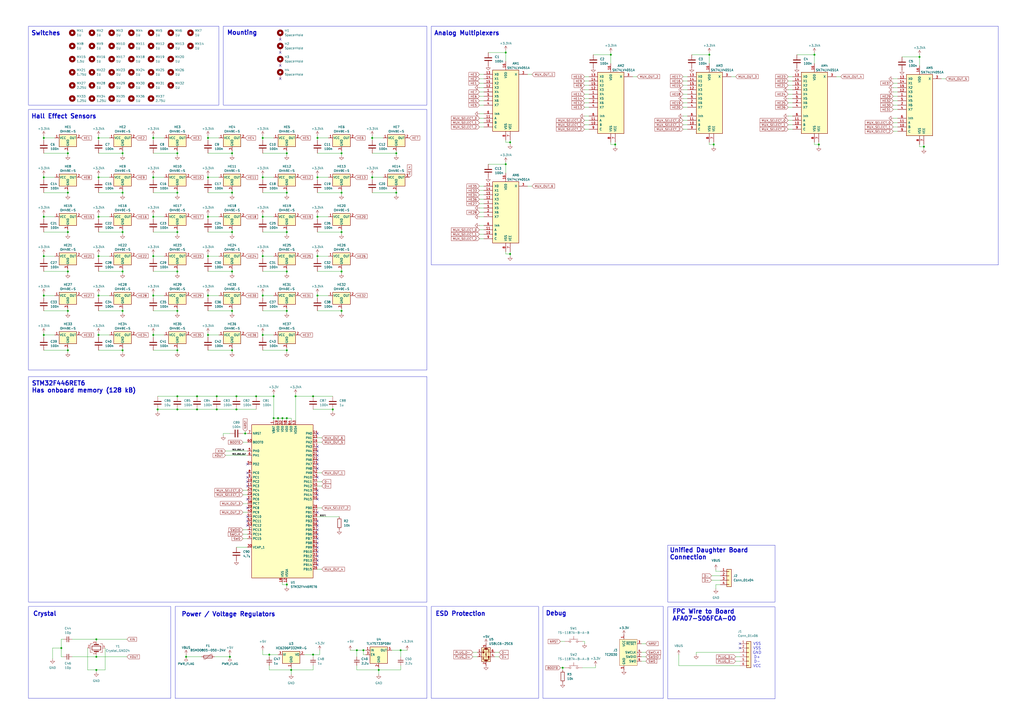
<source format=kicad_sch>
(kicad_sch (version 20250114) (generator "eeschema") (generator_version "9.0")
  (paper "A2")
  (lib_symbols
    (symbol "4xxx:4051" (pin_names (offset 1.016))
      (property "Reference" "U" (at -7.62 19.05 0))
      (property "Value" "4051" (at -7.62 -19.05 0))
      (symbol "4051_1_0"
        (pin passive line (at -12.7 15.24 0) (length 5.08) (name "X0") (number "13"))
        (pin passive line (at -12.7 12.7 0) (length 5.08) (name "X1") (number "14"))
        (pin passive line (at -12.7 10.16 0) (length 5.08) (name "X2") (number "15"))
        (pin passive line (at -12.7 7.62 0) (length 5.08) (name "X3") (number "12"))
        (pin passive line (at -12.7 5.08 0) (length 5.08) (name "X4") (number "1"))
        (pin passive line (at -12.7 2.54 0) (length 5.08) (name "X5") (number "5"))
        (pin passive line (at -12.7 0 0) (length 5.08) (name "X6") (number "2"))
        (pin passive line (at -12.7 -2.54 0) (length 5.08) (name "X7") (number "4"))
        (pin input line (at -12.7 -7.62 0) (length 5.08) (name "Inh") (number "6"))
        (pin input line (at -12.7 -10.16 0) (length 5.08) (name "A") (number "11"))
        (pin input line (at -12.7 -12.7 0) (length 5.08) (name "B") (number "10"))
        (pin input line (at -12.7 -15.24 0) (length 5.08) (name "C") (number "9"))
        (pin power_in line (at 0 22.86 270) (length 5.08) (name "VDD") (number "16"))
        (pin power_in line (at 0 -22.86 90) (length 5.08) (name "VSS") (number "8"))
        (pin power_in line (at 2.54 -22.86 90) (length 5.08) (name "VEE") (number "7"))
        (pin passive line (at 12.7 15.24 180) (length 5.08) (name "X") (number "3"))
      )
    )
    (symbol "Connector:Conn_ARM_SWD_TagConnect_TC2030" (in_bom no)
      (property "Reference" "J" (at 2.54 11.43 0))
      (property "Value" "Conn_ARM_SWD_TagConnect_TC2030" (at 5.08 8.89 0))
      (symbol "Conn_ARM_SWD_TagConnect_TC2030_0_0"
        (pin power_in line (at -2.54 10.16 270) (length 2.54) (name "VCC") (number "1"))
        (pin power_in line (at -2.54 -10.16 90) (length 2.54) (name "GND") (number "5"))
        (pin open_collector line (at 7.62 5.08 180) (length 2.54) (name "~{RESET}") (number "3"))
        (pin output line (at 7.62 0 180) (length 2.54) (name "SWCLK") (number "4"))
        (pin bidirectional line (at 7.62 -2.54 180) (length 2.54) (name "SWDIO") (number "2"))
        (pin input line (at 7.62 -5.08 180) (length 2.54) (name "SWO") (number "6"))
      )
    )
    (symbol "Connector_Generic:Conn_01x04" (pin_names (offset 1.016) (hide yes))
      (property "Reference" "J" (at 0 5.08 0))
      (property "Value" "Conn_01x04" (at 0 -7.62 0))
      (symbol "Conn_01x04_1_1"
        (pin passive line (at -5.08 2.54 0) (length 3.81) (name "Pin_1") (number "1"))
        (pin passive line (at -5.08 0 0) (length 3.81) (name "Pin_2") (number "2"))
        (pin passive line (at -5.08 -2.54 0) (length 3.81) (name "Pin_3") (number "3"))
        (pin passive line (at -5.08 -5.08 0) (length 3.81) (name "Pin_4") (number "4"))
      )
    )
    (symbol "Connector_Generic:Conn_01x06" (pin_names (offset 1.016) (hide yes))
      (property "Reference" "J" (at 0 7.62 0))
      (property "Value" "Conn_01x06" (at 0 -10.16 0))
      (symbol "Conn_01x06_1_1"
        (pin passive line (at -5.08 5.08 0) (length 3.81) (name "Pin_1") (number "1"))
        (pin passive line (at -5.08 2.54 0) (length 3.81) (name "Pin_2") (number "2"))
        (pin passive line (at -5.08 0 0) (length 3.81) (name "Pin_3") (number "3"))
        (pin passive line (at -5.08 -2.54 0) (length 3.81) (name "Pin_4") (number "4"))
        (pin passive line (at -5.08 -5.08 0) (length 3.81) (name "Pin_5") (number "5"))
        (pin passive line (at -5.08 -7.62 0) (length 3.81) (name "Pin_6") (number "6"))
      )
    )
    (symbol "Device:C" (pin_numbers (hide yes)) (pin_names (offset 0.254))
      (property "Reference" "C" (at 0.635 2.54 0))
      (property "Value" "C" (at 0.635 -2.54 0))
      (symbol "C_1_1"
        (pin passive line (at 0 3.81 270) (length 2.794) (name "~") (number "1"))
        (pin passive line (at 0 -3.81 90) (length 2.794) (name "~") (number "2"))
      )
    )
    (symbol "Device:C_Small" (pin_numbers (hide yes)) (pin_names (offset 0.254) (hide yes))
      (property "Reference" "C" (at 0.254 1.778 0))
      (property "Value" "C_Small" (at 0.254 -2.032 0))
      (symbol "C_Small_1_1"
        (pin passive line (at 0 2.54 270) (length 2.032) (name "~") (number "1"))
        (pin passive line (at 0 -2.54 90) (length 2.032) (name "~") (number "2"))
      )
    )
    (symbol "Device:Crystal_GND24" (pin_names (offset 1.016) (hide yes))
      (property "Reference" "Y" (at 3.175 5.08 0))
      (property "Value" "Crystal_GND24" (at 3.175 3.175 0))
      (symbol "Crystal_GND24_1_1"
        (pin passive line (at -3.81 0 0) (length 1.27) (name "1") (number "1"))
        (pin passive line (at 0 5.08 270) (length 1.27) (name "2") (number "2"))
        (pin passive line (at 0 -5.08 90) (length 1.27) (name "4") (number "4"))
        (pin passive line (at 3.81 0 180) (length 1.27) (name "3") (number "3"))
      )
    )
    (symbol "Device:Polyfuse" (pin_numbers (hide yes)) (pin_names (offset 0))
      (property "Reference" "F" (at -2.54 0 90))
      (property "Value" "Polyfuse" (at 2.54 0 90))
      (symbol "Polyfuse_1_1"
        (pin passive line (at 0 3.81 270) (length 1.27) (name "~") (number "1"))
        (pin passive line (at 0 -3.81 90) (length 1.27) (name "~") (number "2"))
      )
    )
    (symbol "Device:R" (pin_numbers (hide yes)) (pin_names (offset 0))
      (property "Reference" "R" (at 2.032 0 90))
      (property "Value" "R" (at 0 0 90))
      (symbol "R_1_1"
        (pin passive line (at 0 3.81 270) (length 1.27) (name "~") (number "1"))
        (pin passive line (at 0 -3.81 90) (length 1.27) (name "~") (number "2"))
      )
    )
    (symbol "HE60:OH49E-S" (pin_names (offset 0.254))
      (property "Reference" "U" (at -3.81 3.175 0))
      (property "Value" "OH49E-S" (at 0 3.175 0))
      (symbol "OH49E-S_1_1"
        (pin power_in line (at -7.62 0 0) (length 2.54) (name "VCC") (number "1"))
        (pin power_in line (at 0 -7.62 90) (length 2.54) (name "GND") (number "3"))
        (pin output line (at 7.62 0 180) (length 2.54) (name "OUT") (number "2"))
      )
    )
    (symbol "MCU_ST_STM32F4:STM32F446RETx"
      (property "Reference" "U" (at -17.78 46.99 0))
      (property "Value" "STM32F446RETx" (at 10.16 46.99 0))
      (symbol "STM32F446RETx_1_1"
        (pin input line (at -20.32 40.64 0) (length 2.54) (name "NRST") (number "7"))
        (pin input line (at -20.32 35.56 0) (length 2.54) (name "BOOT0") (number "60"))
        (pin bidirectional line (at -20.32 30.48 0) (length 2.54) (name "PH0") (number "5"))
        (pin bidirectional line (at -20.32 27.94 0) (length 2.54) (name "PH1") (number "6"))
        (pin bidirectional line (at -20.32 22.86 0) (length 2.54) (name "PD2") (number "54"))
        (pin bidirectional line (at -20.32 17.78 0) (length 2.54) (name "PC0") (number "8"))
        (pin bidirectional line (at -20.32 15.24 0) (length 2.54) (name "PC1") (number "9"))
        (pin bidirectional line (at -20.32 12.7 0) (length 2.54) (name "PC2") (number "10"))
        (pin bidirectional line (at -20.32 10.16 0) (length 2.54) (name "PC3") (number "11"))
        (pin bidirectional line (at -20.32 7.62 0) (length 2.54) (name "PC4") (number "24"))
        (pin bidirectional line (at -20.32 5.08 0) (length 2.54) (name "PC5") (number "25"))
        (pin bidirectional line (at -20.32 2.54 0) (length 2.54) (name "PC6") (number "37"))
        (pin bidirectional line (at -20.32 0 0) (length 2.54) (name "PC7") (number "38"))
        (pin bidirectional line (at -20.32 -2.54 0) (length 2.54) (name "PC8") (number "39"))
        (pin bidirectional line (at -20.32 -5.08 0) (length 2.54) (name "PC9") (number "40"))
        (pin bidirectional line (at -20.32 -7.62 0) (length 2.54) (name "PC10") (number "51"))
        (pin bidirectional line (at -20.32 -10.16 0) (length 2.54) (name "PC11") (number "52"))
        (pin bidirectional line (at -20.32 -12.7 0) (length 2.54) (name "PC12") (number "53"))
        (pin bidirectional line (at -20.32 -15.24 0) (length 2.54) (name "PC13") (number "2"))
        (pin bidirectional line (at -20.32 -17.78 0) (length 2.54) (name "PC14") (number "3"))
        (pin bidirectional line (at -20.32 -20.32 0) (length 2.54) (name "PC15") (number "4"))
        (pin power_out line (at -20.32 -25.4 0) (length 2.54) (name "VCAP_1") (number "30"))
        (pin power_in line (at -5.08 48.26 270) (length 2.54) (name "VBAT") (number "1"))
        (pin power_in line (at -2.54 48.26 270) (length 2.54) (name "VDD") (number "19"))
        (pin power_in line (at 0 48.26 270) (length 2.54) (name "VDD") (number "32"))
        (pin power_in line (at 0 -45.72 90) (length 2.54) (name "VSS") (number "18"))
        (pin passive line (at 0 -45.72 90) (length 2.54) (hide yes) (name "VSS") (number "31"))
        (pin passive line (at 0 -45.72 90) (length 2.54) (hide yes) (name "VSS") (number "47"))
        (pin passive line (at 0 -45.72 90) (length 2.54) (hide yes) (name "VSS") (number "63"))
        (pin power_in line (at 2.54 48.26 270) (length 2.54) (name "VDD") (number "48"))
        (pin power_in line (at 2.54 -45.72 90) (length 2.54) (name "VSSA") (number "12"))
        (pin power_in line (at 5.08 48.26 270) (length 2.54) (name "VDD") (number "64"))
        (pin power_in line (at 7.62 48.26 270) (length 2.54) (name "VDDA") (number "13"))
        (pin bidirectional line (at 20.32 40.64 180) (length 2.54) (name "PA0") (number "14"))
        (pin bidirectional line (at 20.32 38.1 180) (length 2.54) (name "PA1") (number "15"))
        (pin bidirectional line (at 20.32 35.56 180) (length 2.54) (name "PA2") (number "16"))
        (pin bidirectional line (at 20.32 33.02 180) (length 2.54) (name "PA3") (number "17"))
        (pin bidirectional line (at 20.32 30.48 180) (length 2.54) (name "PA4") (number "20"))
        (pin bidirectional line (at 20.32 27.94 180) (length 2.54) (name "PA5") (number "21"))
        (pin bidirectional line (at 20.32 25.4 180) (length 2.54) (name "PA6") (number "22"))
        (pin bidirectional line (at 20.32 22.86 180) (length 2.54) (name "PA7") (number "23"))
        (pin bidirectional line (at 20.32 20.32 180) (length 2.54) (name "PA8") (number "41"))
        (pin bidirectional line (at 20.32 17.78 180) (length 2.54) (name "PA9") (number "42"))
        (pin bidirectional line (at 20.32 15.24 180) (length 2.54) (name "PA10") (number "43"))
        (pin bidirectional line (at 20.32 12.7 180) (length 2.54) (name "PA11") (number "44"))
        (pin bidirectional line (at 20.32 10.16 180) (length 2.54) (name "PA12") (number "45"))
        (pin bidirectional line (at 20.32 7.62 180) (length 2.54) (name "PA13") (number "46"))
        (pin bidirectional line (at 20.32 5.08 180) (length 2.54) (name "PA14") (number "49"))
        (pin bidirectional line (at 20.32 2.54 180) (length 2.54) (name "PA15") (number "50"))
        (pin bidirectional line (at 20.32 -2.54 180) (length 2.54) (name "PB0") (number "26"))
        (pin bidirectional line (at 20.32 -5.08 180) (length 2.54) (name "PB1") (number "27"))
        (pin bidirectional line (at 20.32 -7.62 180) (length 2.54) (name "PB2") (number "28"))
        (pin bidirectional line (at 20.32 -10.16 180) (length 2.54) (name "PB3") (number "55"))
        (pin bidirectional line (at 20.32 -12.7 180) (length 2.54) (name "PB4") (number "56"))
        (pin bidirectional line (at 20.32 -15.24 180) (length 2.54) (name "PB5") (number "57"))
        (pin bidirectional line (at 20.32 -17.78 180) (length 2.54) (name "PB6") (number "58"))
        (pin bidirectional line (at 20.32 -20.32 180) (length 2.54) (name "PB7") (number "59"))
        (pin bidirectional line (at 20.32 -22.86 180) (length 2.54) (name "PB8") (number "61"))
        (pin bidirectional line (at 20.32 -25.4 180) (length 2.54) (name "PB9") (number "62"))
        (pin bidirectional line (at 20.32 -27.94 180) (length 2.54) (name "PB10") (number "29"))
        (pin bidirectional line (at 20.32 -30.48 180) (length 2.54) (name "PB12") (number "33"))
        (pin bidirectional line (at 20.32 -33.02 180) (length 2.54) (name "PB13") (number "34"))
        (pin bidirectional line (at 20.32 -35.56 180) (length 2.54) (name "PB14") (number "35"))
        (pin bidirectional line (at 20.32 -38.1 180) (length 2.54) (name "PB15") (number "36"))
      )
    )
    (symbol "Mechanical:MountingHole" (pin_names (offset 1.016)) (exclude_from_sim yes) (in_bom no)
      (property "Reference" "H" (at 0 5.08 0))
      (property "Value" "MountingHole" (at 0 3.175 0))
    )
    (symbol "Mechanical:MountingHole_Pad" (pin_numbers (hide yes)) (pin_names (offset 1.016) (hide yes)) (exclude_from_sim yes) (in_bom no)
      (property "Reference" "H" (at 0 6.35 0))
      (property "Value" "MountingHole_Pad" (at 0 4.445 0))
      (symbol "MountingHole_Pad_1_1"
        (pin input line (at 0 -2.54 90) (length 2.54) (name "1") (number "1"))
      )
    )
    (symbol "Power_Protection:USBLC6-2SC6" (pin_names (hide yes))
      (property "Reference" "U" (at 0.635 5.715 0))
      (property "Value" "USBLC6-2SC6" (at 0.635 3.81 0))
      (symbol "USBLC6-2SC6_1_1"
        (pin passive line (at -5.08 0 0) (length 2.54) (name "I/O1") (number "1"))
        (pin passive line (at -5.08 -2.54 0) (length 2.54) (name "I/O2") (number "3"))
        (pin passive line (at 0 5.08 270) (length 2.54) (name "VBUS") (number "5"))
        (pin passive line (at 0 -7.62 90) (length 2.54) (name "GND") (number "2"))
        (pin passive line (at 5.08 0 180) (length 2.54) (name "I/O1") (number "6"))
        (pin passive line (at 5.08 -2.54 180) (length 2.54) (name "I/O2") (number "4"))
      )
    )
    (symbol "Regulator_Linear:TLV75733PDBV" (pin_names (offset 0.254))
      (property "Reference" "U" (at -3.81 5.715 0))
      (property "Value" "TLV75733PDBV" (at 0 5.715 0))
      (symbol "TLV75733PDBV_1_1"
        (pin power_in line (at -7.62 2.54 0) (length 2.54) (name "IN") (number "1"))
        (pin input line (at -7.62 0 0) (length 2.54) (name "EN") (number "3"))
        (pin power_in line (at 0 -7.62 90) (length 2.54) (name "GND") (number "2"))
        (pin no_connect line (at 5.08 0 180) (length 2.54) (hide yes) (name "NC") (number "4"))
        (pin power_out line (at 7.62 2.54 180) (length 2.54) (name "OUT") (number "5"))
      )
    )
    (symbol "Regulator_Linear:XC6206PxxxMR" (pin_names (offset 0.254))
      (property "Reference" "U" (at -3.81 3.175 0))
      (property "Value" "XC6206PxxxMR" (at 0 3.175 0))
      (symbol "XC6206PxxxMR_1_1"
        (pin power_in line (at -7.62 0 0) (length 2.54) (name "VI") (number "3"))
        (pin power_in line (at 0 -7.62 90) (length 2.54) (name "GND") (number "1"))
        (pin power_out line (at 7.62 0 180) (length 2.54) (name "VO") (number "2"))
      )
    )
    (symbol "Switch:SW_Push" (pin_numbers (hide yes)) (pin_names (offset 1.016) (hide yes))
      (property "Reference" "SW" (at 1.27 2.54 0))
      (property "Value" "SW_Push" (at 0 -1.524 0))
      (symbol "SW_Push_0_1"
        (pin passive line (at -5.08 0 0) (length 2.54) (name "1") (number "1"))
        (pin passive line (at 5.08 0 180) (length 2.54) (name "2") (number "2"))
      )
    )
    (symbol "power:+3.3VA" (power) (pin_numbers (hide yes)) (pin_names (offset 0) (hide yes))
      (property "Value" "+3.3VA" (at 0 3.556 0))
      (symbol "+3.3VA_1_1"
        (pin power_in line (at 0 0 90) (length 0) (name "~") (number "1"))
      )
    )
    (symbol "power:+5V" (power) (pin_numbers (hide yes)) (pin_names (offset 0) (hide yes))
      (property "Value" "+5V" (at 0 3.556 0))
      (symbol "+5V_1_1"
        (pin power_in line (at 0 0 90) (length 0) (name "~") (number "1"))
      )
    )
    (symbol "power:GND" (power) (pin_numbers (hide yes)) (pin_names (offset 0) (hide yes))
      (property "Value" "GND" (at 0 -3.81 0))
      (symbol "GND_1_1"
        (pin power_in line (at 0 0 270) (length 0) (name "~") (number "1"))
      )
    )
    (symbol "power:PWR_FLAG" (power) (pin_numbers (hide yes)) (pin_names (offset 0) (hide yes))
      (property "Value" "PWR_FLAG" (at 0 3.81 0))
      (symbol "PWR_FLAG_0_0"
        (pin power_out line (at 0 0 90) (length 0) (name "~") (number "1"))
      )
    )
    (symbol "power:VBUS" (power) (pin_numbers (hide yes)) (pin_names (offset 0) (hide yes))
      (property "Value" "VBUS" (at 0 3.556 0))
      (symbol "VBUS_1_1"
        (pin power_in line (at 0 0 90) (length 0) (name "~") (number "1"))
      )
    )
  )
  (rectangle (start 129.54 15.24) (end 247.65 60.96))
  (rectangle (start 387.35 352.044) (end 449.58 405.384))
  (rectangle (start 16.51 218.44) (end 247.65 349.25))
  (rectangle (start 314.96 351.79) (end 384.81 405.13))
  (rectangle (start 16.51 351.79) (end 99.06 405.13))
  (rectangle (start 16.51 63.5) (end 247.65 214.63))
  (rectangle (start 387.35 316.23) (end 449.58 349.25))
  (rectangle (start 250.19 351.79) (end 312.42 405.13))
  (rectangle (start 101.6 351.79) (end 247.65 405.13))
  (rectangle (start 16.51 15.24) (end 127 60.96))
  (rectangle (start 250.19 15.24) (end 579.12 153.67))
  (text "VSS\nVSS\nGND\nD+\nD-\nVCC" (at 439.166 379.984 0) (effects (font (size 1.6002 1.6002))))
  (text "STM32F446RET6\nHas onboard memory (128 kB)" (at 18.288 224.536 0) (effects (font (size 2.54 2.54) (thickness 0.508) (bold yes)) (justify left)))
  (text "Mounting" (at 131.572 19.05 0) (effects (font (size 2.54 2.54) (thickness 0.508) (bold yes)) (justify left)))
  (text "ESD Protection" (at 252.476 356.108 0) (effects (font (size 2.54 2.54) (thickness 0.508) (bold yes)) (justify left)))
  (text "Switches" (at 18.034 19.304 0) (effects (font (size 2.54 2.54) (thickness 0.508) (bold yes)) (justify left)))
  (text "FPC Wire to Board\nAFA07-S06FCA-00" (at 389.89 356.87 0) (effects (font (size 2.54 2.54) (thickness 0.508) (bold yes)) (justify left)))
  (text "Analog Multiplexers" (at 251.714 19.304 0) (effects (font (size 2.54 2.54) (thickness 0.508) (bold yes)) (justify left)))
  (text "Hall Effect Sensors" (at 18.034 67.564 0) (effects (font (size 2.54 2.54) (thickness 0.508) (bold yes)) (justify left)))
  (text "Unified Daughter Board\nConnection" (at 388.366 321.31 0) (effects (font (size 2.54 2.54) (thickness 0.508) (bold yes)) (justify left)))
  (text "Power / Voltage Regulators" (at 105.156 356.362 0) (effects (font (size 2.54 2.54) (thickness 0.508) (bold yes)) (justify left)))
  (text "Crystal" (at 19.05 356.108 0) (effects (font (size 2.54 2.54) (thickness 0.508) (bold yes)) (justify left)))
  (text "Debug" (at 316.484 355.854 0) (effects (font (size 2.54 2.54) (thickness 0.508) (bold yes)) (justify left)))
  (junction (at 25.4 194.31))
  (junction (at 166.37 157.48))
  (junction (at 71.12 203.2))
  (junction (at 125.73 229.87))
  (junction (at 326.39 387.35))
  (junction (at 166.37 242.57))
  (junction (at 57.15 194.31))
  (junction (at 133.35 381))
  (junction (at 134.62 203.2))
  (junction (at 102.87 134.62))
  (junction (at 71.12 111.76))
  (junction (at 414.02 83.82))
  (junction (at 88.9 148.59))
  (junction (at 152.4 194.31))
  (junction (at 184.15 171.45))
  (junction (at 293.37 95.25))
  (junction (at 215.9 80.01))
  (junction (at 120.65 125.73))
  (junction (at 152.4 80.01))
  (junction (at 134.62 157.48))
  (junction (at 88.9 171.45))
  (junction (at 25.4 80.01))
  (junction (at 161.29 242.57))
  (junction (at 71.12 180.34))
  (junction (at 158.75 242.57))
  (junction (at 535.94 85.09))
  (junction (at 55.88 381))
  (junction (at 134.62 134.62))
  (junction (at 184.15 125.73))
  (junction (at 184.15 148.59))
  (junction (at 354.33 31.75))
  (junction (at 184.15 80.01))
  (junction (at 55.88 388.62))
  (junction (at 198.12 111.76))
  (junction (at 193.04 237.49))
  (junction (at 102.87 111.76))
  (junction (at 152.4 102.87))
  (junction (at 91.44 237.49))
  (junction (at 137.16 237.49))
  (junction (at 134.62 180.34))
  (junction (at 152.4 125.73))
  (junction (at 57.15 80.01))
  (junction (at 215.9 102.87))
  (junction (at 57.15 171.45))
  (junction (at 39.37 111.76))
  (junction (at 71.12 88.9))
  (junction (at 134.62 111.76))
  (junction (at 166.37 180.34))
  (junction (at 88.9 80.01))
  (junction (at 125.73 237.49))
  (junction (at 295.91 147.32))
  (junction (at 166.37 88.9))
  (junction (at 166.37 134.62))
  (junction (at 181.61 229.87))
  (junction (at 120.65 171.45))
  (junction (at 102.87 203.2))
  (junction (at 25.4 171.45))
  (junction (at 88.9 102.87))
  (junction (at 102.87 88.9))
  (junction (at 232.41 377.19))
  (junction (at 219.71 388.62))
  (junction (at 207.01 377.19))
  (junction (at 472.44 31.75))
  (junction (at 152.4 171.45))
  (junction (at 134.62 88.9))
  (junction (at 120.65 80.01))
  (junction (at 102.87 237.49))
  (junction (at 25.4 102.87))
  (junction (at 57.15 148.59))
  (junction (at 152.4 148.59))
  (junction (at 107.95 381))
  (junction (at 120.65 102.87))
  (junction (at 356.87 83.82))
  (junction (at 411.48 31.75))
  (junction (at 102.87 157.48))
  (junction (at 137.16 229.87))
  (junction (at 142.24 251.46))
  (junction (at 198.12 134.62))
  (junction (at 102.87 229.87))
  (junction (at 39.37 180.34))
  (junction (at 184.15 102.87))
  (junction (at 229.87 111.76))
  (junction (at 533.4 33.02))
  (junction (at 148.59 229.87))
  (junction (at 293.37 30.48))
  (junction (at 229.87 88.9))
  (junction (at 71.12 134.62))
  (junction (at 39.37 157.48))
  (junction (at 168.91 388.62))
  (junction (at 102.87 180.34))
  (junction (at 171.45 229.87))
  (junction (at 25.4 125.73))
  (junction (at 88.9 194.31))
  (junction (at 114.3 229.87))
  (junction (at 158.75 229.87))
  (junction (at 71.12 157.48))
  (junction (at 25.4 148.59))
  (junction (at 120.65 194.31))
  (junction (at 198.12 88.9))
  (junction (at 39.37 203.2))
  (junction (at 198.12 157.48))
  (junction (at 55.88 370.84))
  (junction (at 166.37 339.09))
  (junction (at 57.15 102.87))
  (junction (at 210.82 377.19))
  (junction (at 474.98 83.82))
  (junction (at 114.3 237.49))
  (junction (at 35.56 375.92))
  (junction (at 120.65 148.59))
  (junction (at 39.37 88.9))
  (junction (at 39.37 134.62))
  (junction (at 181.61 379.73))
  (junction (at 156.21 379.73))
  (junction (at 163.83 242.57))
  (junction (at 88.9 125.73))
  (junction (at 295.91 82.55))
  (junction (at 166.37 111.76))
  (junction (at 166.37 203.2))
  (junction (at 198.12 180.34))
  (junction (at 57.15 125.73))
  (no_connect (at 184.15 259.08))
  (no_connect (at 184.15 320.04))
  (no_connect (at 143.51 302.26))
  (no_connect (at 184.15 325.12))
  (no_connect (at 184.15 276.86))
  (no_connect (at 184.15 261.62))
  (no_connect (at 162.56 30.48))
  (no_connect (at 184.15 309.88))
  (no_connect (at 184.15 322.58))
  (no_connect (at 143.51 289.56))
  (no_connect (at 184.15 287.02))
  (no_connect (at 184.15 304.8))
  (no_connect (at 184.15 284.48))
  (no_connect (at 184.15 327.66))
  (no_connect (at 143.51 294.64))
  (no_connect (at 143.51 269.24))
  (no_connect (at 184.15 266.7))
  (no_connect (at 184.15 264.16))
  (no_connect (at 184.15 269.24))
  (no_connect (at 184.15 314.96))
  (no_connect (at 162.56 45.72))
  (no_connect (at 143.51 299.72))
  (no_connect (at 143.51 274.32))
  (no_connect (at 162.56 38.1))
  (no_connect (at 184.15 251.46))
  (no_connect (at 184.15 317.5))
  (no_connect (at 184.15 312.42))
  (no_connect (at 143.51 304.8))
  (no_connect (at 429.26 373.38))
  (no_connect (at 143.51 279.4))
  (no_connect (at 184.15 302.26))
  (no_connect (at 143.51 281.94))
  (no_connect (at 184.15 271.78))
  (no_connect (at 162.56 22.86))
  (no_connect (at 184.15 297.18))
  (no_connect (at 143.51 276.86))
  (no_connect (at 184.15 307.34))
  (no_connect (at 429.26 375.92))
  (no_connect (at 184.15 289.56))
  (wire (pts (xy 184.15 180.34) (xy 198.12 180.34)))
  (wire (pts (xy 30.48 382.27) (xy 30.48 375.92)))
  (wire (pts (xy 25.4 125.73) (xy 31.75 125.73)))
  (wire (pts (xy 356.87 83.82) (xy 356.87 82.55)))
  (wire (pts (xy 102.87 134.62) (xy 102.87 133.35)))
  (wire (pts (xy 166.37 134.62) (xy 166.37 135.89)))
  (wire (pts (xy 518.16 68.58) (xy 520.7 68.58)))
  (wire (pts (xy 396.24 46.99) (xy 398.78 46.99)))
  (wire (pts (xy 166.37 203.2) (xy 166.37 204.47)))
  (wire (pts (xy 210.82 379.73) (xy 212.09 379.73)))
  (wire (pts (xy 212.09 377.19) (xy 210.82 377.19)))
  (wire (pts (xy 278.13 125.73) (xy 280.67 125.73)))
  (wire (pts (xy 140.97 256.54) (xy 143.51 256.54)))
  (wire (pts (xy 114.3 229.87) (xy 125.73 229.87)))
  (wire (pts (xy 107.95 381) (xy 116.84 381)))
  (wire (pts (xy 25.4 148.59) (xy 31.75 148.59)))
  (wire (pts (xy 181.61 237.49) (xy 193.04 237.49)))
  (wire (pts (xy 57.15 148.59) (xy 63.5 148.59)))
  (wire (pts (xy 184.15 294.64) (xy 186.69 294.64)))
  (wire (pts (xy 120.65 101.6) (xy 120.65 102.87)))
  (wire (pts (xy 137.16 237.49) (xy 148.59 237.49)))
  (wire (pts (xy 57.15 194.31) (xy 63.5 194.31)))
  (wire (pts (xy 518.16 71.12) (xy 520.7 71.12)))
  (wire (pts (xy 278.13 118.11) (xy 280.67 118.11)))
  (wire (pts (xy 414.02 83.82) (xy 414.02 82.55)))
  (wire (pts (xy 57.15 180.34) (xy 71.12 180.34)))
  (wire (pts (xy 462.28 31.75) (xy 472.44 31.75)))
  (wire (pts (xy 120.65 172.72) (xy 120.65 171.45)))
  (wire (pts (xy 472.44 83.82) (xy 474.98 83.82)))
  (wire (pts (xy 457.2 57.15) (xy 459.74 57.15)))
  (wire (pts (xy 152.4 195.58) (xy 152.4 194.31)))
  (wire (pts (xy 161.29 242.57) (xy 163.83 242.57)))
  (wire (pts (xy 120.65 195.58) (xy 120.65 194.31)))
  (wire (pts (xy 278.13 43.18) (xy 280.67 43.18)))
  (wire (pts (xy 152.4 104.14) (xy 152.4 102.87)))
  (wire (pts (xy 457.2 72.39) (xy 459.74 72.39)))
  (wire (pts (xy 535.94 85.09) (xy 535.94 83.82)))
  (wire (pts (xy 393.7 386.08) (xy 393.7 379.73)))
  (wire (pts (xy 152.4 124.46) (xy 152.4 125.73)))
  (wire (pts (xy 152.4 203.2) (xy 166.37 203.2)))
  (wire (pts (xy 396.24 74.93) (xy 398.78 74.93)))
  (wire (pts (xy 295.91 147.32) (xy 295.91 148.59)))
  (wire (pts (xy 198.12 134.62) (xy 198.12 133.35)))
  (wire (pts (xy 168.91 388.62) (xy 168.91 391.16)))
  (wire (pts (xy 25.4 203.2) (xy 39.37 203.2)))
  (wire (pts (xy 198.12 134.62) (xy 198.12 135.89)))
  (wire (pts (xy 57.15 157.48) (xy 71.12 157.48)))
  (wire (pts (xy 114.3 237.49) (xy 125.73 237.49)))
  (wire (pts (xy 88.9 195.58) (xy 88.9 194.31)))
  (wire (pts (xy 472.44 83.82) (xy 472.44 82.55)))
  (wire (pts (xy 518.16 73.66) (xy 520.7 73.66)))
  (wire (pts (xy 140.97 292.1) (xy 143.51 292.1)))
  (wire (pts (xy 133.35 381) (xy 124.46 381)))
  (wire (pts (xy 120.65 147.32) (xy 120.65 148.59)))
  (wire (pts (xy 25.4 194.31) (xy 31.75 194.31)))
  (wire (pts (xy 152.4 101.6) (xy 152.4 102.87)))
  (wire (pts (xy 71.12 180.34) (xy 71.12 181.61)))
  (wire (pts (xy 152.4 171.45) (xy 158.75 171.45)))
  (wire (pts (xy 71.12 157.48) (xy 71.12 158.75)))
  (wire (pts (xy 166.37 157.48) (xy 166.37 156.21)))
  (wire (pts (xy 88.9 125.73) (xy 95.25 125.73)))
  (wire (pts (xy 57.15 124.46) (xy 57.15 125.73)))
  (wire (pts (xy 184.15 172.72) (xy 184.15 171.45)))
  (wire (pts (xy 523.24 33.02) (xy 533.4 33.02)))
  (wire (pts (xy 339.09 62.23) (xy 341.63 62.23)))
  (wire (pts (xy 219.71 388.62) (xy 232.41 388.62)))
  (wire (pts (xy 518.16 76.2) (xy 520.7 76.2)))
  (wire (pts (xy 134.62 180.34) (xy 134.62 179.07)))
  (wire (pts (xy 140.97 287.02) (xy 143.51 287.02)))
  (wire (pts (xy 134.62 180.34) (xy 134.62 181.61)))
  (wire (pts (xy 293.37 82.55) (xy 293.37 81.28)))
  (wire (pts (xy 91.44 238.76) (xy 91.44 237.49)))
  (wire (pts (xy 39.37 111.76) (xy 39.37 113.03)))
  (wire (pts (xy 287.02 381) (xy 289.56 381)))
  (wire (pts (xy 102.87 111.76) (xy 102.87 110.49)))
  (wire (pts (xy 88.9 193.04) (xy 88.9 194.31)))
  (wire (pts (xy 102.87 237.49) (xy 114.3 237.49)))
  (wire (pts (xy 50.8 375.92) (xy 50.8 388.62)))
  (wire (pts (xy 156.21 386.08) (xy 156.21 388.62)))
  (wire (pts (xy 25.4 170.18) (xy 25.4 171.45)))
  (wire (pts (xy 140.97 312.42) (xy 143.51 312.42)))
  (wire (pts (xy 71.12 134.62) (xy 71.12 133.35)))
  (wire (pts (xy 71.12 203.2) (xy 71.12 204.47)))
  (wire (pts (xy 426.72 381) (xy 429.26 381)))
  (wire (pts (xy 198.12 111.76) (xy 198.12 110.49)))
  (wire (pts (xy 39.37 180.34) (xy 39.37 181.61)))
  (wire (pts (xy 152.4 149.86) (xy 152.4 148.59)))
  (wire (pts (xy 181.61 379.73) (xy 181.61 381)))
  (wire (pts (xy 71.12 180.34) (xy 71.12 179.07)))
  (wire (pts (xy 88.9 157.48) (xy 102.87 157.48)))
  (wire (pts (xy 25.4 149.86) (xy 25.4 148.59)))
  (wire (pts (xy 533.4 85.09) (xy 533.4 83.82)))
  (wire (pts (xy 184.15 104.14) (xy 184.15 102.87)))
  (wire (pts (xy 57.15 88.9) (xy 71.12 88.9)))
  (wire (pts (xy 57.15 193.04) (xy 57.15 194.31)))
  (wire (pts (xy 345.44 387.35) (xy 337.82 387.35)))
  (wire (pts (xy 283.21 95.25) (xy 293.37 95.25)))
  (wire (pts (xy 57.15 102.87) (xy 63.5 102.87)))
  (wire (pts (xy 184.15 157.48) (xy 198.12 157.48)))
  (wire (pts (xy 339.09 373.38) (xy 339.09 372.11)))
  (wire (pts (xy 457.2 62.23) (xy 459.74 62.23)))
  (wire (pts (xy 120.65 171.45) (xy 127 171.45)))
  (wire (pts (xy 134.62 203.2) (xy 134.62 201.93)))
  (wire (pts (xy 278.13 123.19) (xy 280.67 123.19)))
  (wire (pts (xy 184.15 88.9) (xy 198.12 88.9)))
  (wire (pts (xy 229.87 88.9) (xy 229.87 87.63)))
  (wire (pts (xy 71.12 88.9) (xy 71.12 87.63)))
  (wire (pts (xy 181.61 379.73) (xy 185.42 379.73)))
  (wire (pts (xy 308.61 43.18) (xy 306.07 43.18)))
  (wire (pts (xy 274.32 381) (xy 276.86 381)))
  (wire (pts (xy 339.09 74.93) (xy 341.63 74.93)))
  (wire (pts (xy 120.65 193.04) (xy 120.65 194.31)))
  (wire (pts (xy 60.96 375.92) (xy 60.96 388.62)))
  (wire (pts (xy 518.16 50.8) (xy 520.7 50.8)))
  (wire (pts (xy 25.4 81.28) (xy 25.4 80.01)))
  (wire (pts (xy 184.15 148.59) (xy 190.5 148.59)))
  (wire (pts (xy 193.04 238.76) (xy 193.04 237.49)))
  (wire (pts (xy 184.15 127) (xy 184.15 125.73)))
  (wire (pts (xy 457.2 44.45) (xy 459.74 44.45)))
  (wire (pts (xy 198.12 88.9) (xy 198.12 90.17)))
  (wire (pts (xy 134.62 203.2) (xy 134.62 204.47)))
  (wire (pts (xy 156.21 388.62) (xy 168.91 388.62)))
  (wire (pts (xy 293.37 95.25) (xy 293.37 100.33)))
  (wire (pts (xy 184.15 111.76) (xy 198.12 111.76)))
  (wire (pts (xy 102.87 134.62) (xy 102.87 135.89)))
  (wire (pts (xy 88.9 111.76) (xy 102.87 111.76)))
  (wire (pts (xy 166.37 88.9) (xy 166.37 87.63)))
  (wire (pts (xy 417.83 339.09) (xy 415.29 339.09)))
  (wire (pts (xy 396.24 72.39) (xy 398.78 72.39)))
  (wire (pts (xy 229.87 88.9) (xy 229.87 90.17)))
  (wire (pts (xy 295.91 147.32) (xy 295.91 146.05)))
  (wire (pts (xy 158.75 242.57) (xy 161.29 242.57)))
  (wire (pts (xy 207.01 388.62) (xy 219.71 388.62)))
  (wire (pts (xy 229.87 111.76) (xy 229.87 110.49)))
  (wire (pts (xy 88.9 134.62) (xy 102.87 134.62)))
  (wire (pts (xy 184.15 149.86) (xy 184.15 148.59)))
  (wire (pts (xy 25.4 147.32) (xy 25.4 148.59)))
  (wire (pts (xy 102.87 229.87) (xy 114.3 229.87)))
  (wire (pts (xy 295.91 82.55) (xy 295.91 81.28)))
  (wire (pts (xy 535.94 85.09) (xy 535.94 86.36)))
  (wire (pts (xy 120.65 134.62) (xy 134.62 134.62)))
  (wire (pts (xy 278.13 73.66) (xy 280.67 73.66)))
  (wire (pts (xy 415.29 331.47) (xy 415.29 330.2)))
  (wire (pts (xy 457.2 59.69) (xy 459.74 59.69)))
  (wire (pts (xy 403.86 378.46) (xy 429.26 378.46)))
  (wire (pts (xy 518.16 63.5) (xy 520.7 63.5)))
  (wire (pts (xy 207.01 377.19) (xy 207.01 381)))
  (wire (pts (xy 25.4 134.62) (xy 39.37 134.62)))
  (wire (pts (xy 232.41 377.19) (xy 236.22 377.19)))
  (wire (pts (xy 166.37 242.57) (xy 166.37 243.84)))
  (wire (pts (xy 396.24 49.53) (xy 398.78 49.53)))
  (wire (pts (xy 25.4 195.58) (xy 25.4 194.31)))
  (wire (pts (xy 156.21 379.73) (xy 156.21 381)))
  (wire (pts (xy 39.37 88.9) (xy 39.37 90.17)))
  (wire (pts (xy 152.4 81.28) (xy 152.4 80.01)))
  (wire (pts (xy 215.9 111.76) (xy 229.87 111.76)))
  (wire (pts (xy 278.13 60.96) (xy 280.67 60.96)))
  (wire (pts (xy 120.65 157.48) (xy 134.62 157.48)))
  (wire (pts (xy 326.39 387.35) (xy 326.39 388.62)))
  (wire (pts (xy 134.62 88.9) (xy 134.62 90.17)))
  (wire (pts (xy 232.41 377.19) (xy 232.41 381)))
  (wire (pts (xy 369.57 44.45) (xy 367.03 44.45)))
  (wire (pts (xy 184.15 102.87) (xy 190.5 102.87)))
  (wire (pts (xy 278.13 110.49) (xy 280.67 110.49)))
  (wire (pts (xy 156.21 379.73) (xy 161.29 379.73)))
  (wire (pts (xy 472.44 30.48) (xy 472.44 31.75)))
  (wire (pts (xy 133.35 379.73) (xy 133.35 381)))
  (wire (pts (xy 339.09 49.53) (xy 341.63 49.53)))
  (wire (pts (xy 71.12 111.76) (xy 71.12 113.03)))
  (wire (pts (xy 130.81 261.62) (xy 143.51 261.62)))
  (wire (pts (xy 184.15 254) (xy 186.69 254)))
  (wire (pts (xy 339.09 52.07) (xy 341.63 52.07)))
  (wire (pts (xy 50.8 388.62) (xy 55.88 388.62)))
  (wire (pts (xy 198.12 88.9) (xy 198.12 87.63)))
  (wire (pts (xy 35.56 375.92) (xy 35.56 381)))
  (wire (pts (xy 134.62 157.48) (xy 134.62 156.21)))
  (wire (pts (xy 25.4 78.74) (xy 25.4 80.01)))
  (wire (pts (xy 181.61 386.08) (xy 181.61 388.62)))
  (wire (pts (xy 102.87 203.2) (xy 102.87 201.93)))
  (wire (pts (xy 152.4 134.62) (xy 166.37 134.62)))
  (wire (pts (xy 184.15 81.28) (xy 184.15 80.01)))
  (wire (pts (xy 140.97 307.34) (xy 143.51 307.34)))
  (wire (pts (xy 134.62 111.76) (xy 134.62 113.03)))
  (wire (pts (xy 152.4 148.59) (xy 158.75 148.59)))
  (wire (pts (xy 219.71 388.62) (xy 219.71 391.16)))
  (wire (pts (xy 278.13 45.72) (xy 280.67 45.72)))
  (wire (pts (xy 88.9 81.28) (xy 88.9 80.01)))
  (wire (pts (xy 166.37 88.9) (xy 166.37 90.17)))
  (wire (pts (xy 140.97 297.18) (xy 143.51 297.18)))
  (wire (pts (xy 88.9 194.31) (xy 95.25 194.31)))
  (wire (pts (xy 339.09 72.39) (xy 341.63 72.39)))
  (wire (pts (xy 210.82 377.19) (xy 210.82 379.73)))
  (wire (pts (xy 102.87 203.2) (xy 102.87 204.47)))
  (wire (pts (xy 166.37 111.76) (xy 166.37 113.03)))
  (wire (pts (xy 120.65 127) (xy 120.65 125.73)))
  (wire (pts (xy 120.65 194.31) (xy 127 194.31)))
  (wire (pts (xy 134.62 157.48) (xy 134.62 158.75)))
  (wire (pts (xy 152.4 80.01) (xy 158.75 80.01)))
  (wire (pts (xy 140.97 284.48) (xy 143.51 284.48)))
  (wire (pts (xy 125.73 229.87) (xy 137.16 229.87)))
  (wire (pts (xy 184.15 125.73) (xy 190.5 125.73)))
  (wire (pts (xy 293.37 93.98) (xy 293.37 95.25)))
  (wire (pts (xy 88.9 149.86) (xy 88.9 148.59)))
  (wire (pts (xy 166.37 203.2) (xy 166.37 201.93)))
  (wire (pts (xy 354.33 31.75) (xy 354.33 36.83)))
  (wire (pts (xy 487.68 44.45) (xy 485.14 44.45)))
  (wire (pts (xy 163.83 339.09) (xy 166.37 339.09)))
  (wire (pts (xy 36.83 370.84) (xy 35.56 370.84)))
  (wire (pts (xy 25.4 104.14) (xy 25.4 102.87)))
  (wire (pts (xy 25.4 171.45) (xy 31.75 171.45)))
  (wire (pts (xy 102.87 180.34) (xy 102.87 181.61)))
  (wire (pts (xy 133.35 251.46) (xy 129.54 251.46)))
  (wire (pts (xy 518.16 45.72) (xy 520.7 45.72)))
  (wire (pts (xy 278.13 135.89) (xy 280.67 135.89)))
  (wire (pts (xy 88.9 127) (xy 88.9 125.73)))
  (wire (pts (xy 25.4 127) (xy 25.4 125.73)))
  (wire (pts (xy 39.37 157.48) (xy 39.37 156.21)))
  (wire (pts (xy 107.95 379.73) (xy 107.95 381)))
  (wire (pts (xy 120.65 80.01) (xy 127 80.01)))
  (wire (pts (xy 25.4 124.46) (xy 25.4 125.73)))
  (wire (pts (xy 166.37 340.36) (xy 166.37 339.09)))
  (wire (pts (xy 474.98 83.82) (xy 474.98 82.55)))
  (wire (pts (xy 57.15 125.73) (xy 63.5 125.73)))
  (wire (pts (xy 287.02 378.46) (xy 289.56 378.46)))
  (wire (pts (xy 293.37 30.48) (xy 293.37 35.56)))
  (wire (pts (xy 55.88 381) (xy 73.66 381)))
  (wire (pts (xy 184.15 171.45) (xy 190.5 171.45)))
  (wire (pts (xy 163.83 242.57) (xy 166.37 242.57)))
  (wire (pts (xy 184.15 147.32) (xy 184.15 148.59)))
  (wire (pts (xy 278.13 68.58) (xy 280.67 68.58)))
  (wire (pts (xy 185.42 377.19) (xy 185.42 379.73)))
  (wire (pts (xy 393.7 386.08) (xy 429.26 386.08)))
  (wire (pts (xy 326.39 387.35) (xy 327.66 387.35)))
  (wire (pts (xy 39.37 134.62) (xy 39.37 133.35)))
  (wire (pts (xy 168.91 388.62) (xy 181.61 388.62)))
  (wire (pts (xy 184.15 299.72) (xy 196.85 299.72)))
  (wire (pts (xy 171.45 229.87) (xy 181.61 229.87)))
  (wire (pts (xy 152.4 170.18) (xy 152.4 171.45)))
  (wire (pts (xy 457.2 69.85) (xy 459.74 69.85)))
  (wire (pts (xy 120.65 104.14) (xy 120.65 102.87)))
  (wire (pts (xy 184.15 101.6) (xy 184.15 102.87)))
  (wire (pts (xy 88.9 88.9) (xy 102.87 88.9)))
  (wire (pts (xy 472.44 31.75) (xy 472.44 36.83)))
  (wire (pts (xy 166.37 111.76) (xy 166.37 110.49)))
  (wire (pts (xy 184.15 124.46) (xy 184.15 125.73)))
  (wire (pts (xy 396.24 59.69) (xy 398.78 59.69)))
  (wire (pts (xy 152.4 194.31) (xy 158.75 194.31)))
  (wire (pts (xy 88.9 172.72) (xy 88.9 171.45)))
  (wire (pts (xy 129.54 251.46) (xy 129.54 252.73)))
  (wire (pts (xy 120.65 102.87) (xy 127 102.87)))
  (wire (pts (xy 57.15 111.76) (xy 71.12 111.76)))
  (wire (pts (xy 184.15 78.74) (xy 184.15 80.01)))
  (wire (pts (xy 215.9 101.6) (xy 215.9 102.87)))
  (wire (pts (xy 278.13 50.8) (xy 280.67 50.8)))
  (wire (pts (xy 120.65 148.59) (xy 127 148.59)))
  (wire (pts (xy 339.09 54.61) (xy 341.63 54.61)))
  (wire (pts (xy 184.15 170.18) (xy 184.15 171.45)))
  (wire (pts (xy 134.62 88.9) (xy 134.62 87.63)))
  (wire (pts (xy 57.15 81.28) (xy 57.15 80.01)))
  (wire (pts (xy 198.12 180.34) (xy 198.12 181.61)))
  (wire (pts (xy 88.9 170.18) (xy 88.9 171.45)))
  (wire (pts (xy 339.09 57.15) (xy 341.63 57.15)))
  (wire (pts (xy 88.9 78.74) (xy 88.9 80.01)))
  (wire (pts (xy 533.4 33.02) (xy 533.4 38.1)))
  (wire (pts (xy 166.37 180.34) (xy 166.37 179.07)))
  (wire (pts (xy 120.65 180.34) (xy 134.62 180.34)))
  (wire (pts (xy 57.15 203.2) (xy 71.12 203.2)))
  (wire (pts (xy 41.91 381) (xy 55.88 381)))
  (wire (pts (xy 120.65 125.73) (xy 127 125.73)))
  (wire (pts (xy 88.9 203.2) (xy 102.87 203.2)))
  (wire (pts (xy 415.29 339.09) (xy 415.29 341.63)))
  (wire (pts (xy 163.83 339.09) (xy 163.83 337.82)))
  (wire (pts (xy 102.87 157.48) (xy 102.87 156.21)))
  (wire (pts (xy 57.15 171.45) (xy 63.5 171.45)))
  (wire (pts (xy 518.16 53.34) (xy 520.7 53.34)))
  (wire (pts (xy 533.4 85.09) (xy 535.94 85.09)))
  (wire (pts (xy 184.15 256.54) (xy 186.69 256.54)))
  (wire (pts (xy 411.48 83.82) (xy 411.48 82.55)))
  (wire (pts (xy 60.96 388.62) (xy 55.88 388.62)))
  (wire (pts (xy 91.44 229.87) (xy 102.87 229.87)))
  (wire (pts (xy 325.12 387.35) (xy 326.39 387.35)))
  (wire (pts (xy 57.15 149.86) (xy 57.15 148.59)))
  (wire (pts (xy 278.13 113.03) (xy 280.67 113.03)))
  (wire (pts (xy 396.24 44.45) (xy 398.78 44.45)))
  (wire (pts (xy 411.48 30.48) (xy 411.48 31.75)))
  (wire (pts (xy 293.37 82.55) (xy 295.91 82.55)))
  (wire (pts (xy 308.61 107.95) (xy 306.07 107.95)))
  (wire (pts (xy 374.65 381) (xy 372.11 381)))
  (wire (pts (xy 457.2 52.07) (xy 459.74 52.07)))
  (wire (pts (xy 215.9 88.9) (xy 229.87 88.9)))
  (wire (pts (xy 152.4 127) (xy 152.4 125.73)))
  (wire (pts (xy 293.37 29.21) (xy 293.37 30.48)))
  (wire (pts (xy 229.87 111.76) (xy 229.87 113.03)))
  (wire (pts (xy 354.33 83.82) (xy 356.87 83.82)))
  (wire (pts (xy 25.4 101.6) (xy 25.4 102.87)))
  (wire (pts (xy 354.33 83.82) (xy 354.33 82.55)))
  (wire (pts (xy 88.9 171.45) (xy 95.25 171.45)))
  (wire (pts (xy 374.65 373.38) (xy 372.11 373.38)))
  (wire (pts (xy 339.09 44.45) (xy 341.63 44.45)))
  (wire (pts (xy 181.61 229.87) (xy 193.04 229.87)))
  (wire (pts (xy 39.37 88.9) (xy 39.37 87.63)))
  (wire (pts (xy 134.62 111.76) (xy 134.62 110.49)))
  (wire (pts (xy 293.37 147.32) (xy 295.91 147.32)))
  (wire (pts (xy 396.24 67.31) (xy 398.78 67.31)))
  (wire (pts (xy 411.48 31.75) (xy 411.48 36.83)))
  (wire (pts (xy 171.45 228.6) (xy 171.45 229.87)))
  (wire (pts (xy 57.15 104.14) (xy 57.15 102.87)))
  (wire (pts (xy 125.73 237.49) (xy 137.16 237.49)))
  (wire (pts (xy 457.2 49.53) (xy 459.74 49.53)))
  (wire (pts (xy 57.15 127) (xy 57.15 125.73)))
  (wire (pts (xy 278.13 138.43) (xy 280.67 138.43)))
  (wire (pts (xy 176.53 379.73) (xy 181.61 379.73)))
  (wire (pts (xy 35.56 381) (xy 36.83 381)))
  (wire (pts (xy 518.16 48.26) (xy 520.7 48.26)))
  (wire (pts (xy 403.86 379.73) (xy 403.86 378.46)))
  (wire (pts (xy 148.59 229.87) (xy 158.75 229.87)))
  (wire (pts (xy 396.24 62.23) (xy 398.78 62.23)))
  (wire (pts (xy 401.32 31.75) (xy 411.48 31.75)))
  (wire (pts (xy 35.56 370.84) (xy 35.56 375.92)))
  (wire (pts (xy 203.2 377.19) (xy 207.01 377.19)))
  (wire (pts (xy 102.87 88.9) (xy 102.87 87.63)))
  (wire (pts (xy 120.65 124.46) (xy 120.65 125.73)))
  (wire (pts (xy 57.15 195.58) (xy 57.15 194.31)))
  (wire (pts (xy 158.75 229.87) (xy 158.75 242.57)))
  (wire (pts (xy 140.97 251.46) (xy 142.24 251.46)))
  (wire (pts (xy 168.91 387.35) (xy 168.91 388.62)))
  (wire (pts (xy 163.83 242.57) (xy 163.83 243.84)))
  (wire (pts (xy 283.21 30.48) (xy 293.37 30.48)))
  (wire (pts (xy 186.69 279.4) (xy 184.15 279.4)))
  (wire (pts (xy 71.12 134.62) (xy 71.12 135.89)))
  (wire (pts (xy 39.37 180.34) (xy 39.37 179.07)))
  (wire (pts (xy 278.13 66.04) (xy 280.67 66.04)))
  (wire (pts (xy 414.02 83.82) (xy 414.02 85.09)))
  (wire (pts (xy 55.88 388.62) (xy 55.88 389.89)))
  (wire (pts (xy 25.4 180.34) (xy 39.37 180.34)))
  (wire (pts (xy 71.12 88.9) (xy 71.12 90.17)))
  (wire (pts (xy 142.24 250.19) (xy 142.24 251.46)))
  (wire (pts (xy 356.87 83.82) (xy 356.87 85.09)))
  (wire (pts (xy 339.09 69.85) (xy 341.63 69.85)))
  (wire (pts (xy 88.9 101.6) (xy 88.9 102.87)))
  (wire (pts (xy 186.69 281.94) (xy 184.15 281.94)))
  (wire (pts (xy 198.12 157.48) (xy 198.12 156.21)))
  (wire (pts (xy 71.12 157.48) (xy 71.12 156.21)))
  (wire (pts (xy 374.65 383.54) (xy 372.11 383.54)))
  (wire (pts (xy 152.4 193.04) (xy 152.4 194.31)))
  (wire (pts (xy 120.65 170.18) (xy 120.65 171.45)))
  (wire (pts (xy 518.16 60.96) (xy 520.7 60.96)))
  (wire (pts (xy 41.91 370.84) (xy 55.88 370.84)))
  (wire (pts (xy 137.16 317.5) (xy 143.51 317.5)))
  (wire (pts (xy 158.75 242.57) (xy 158.75 243.84)))
  (wire (pts (xy 184.15 330.2) (xy 186.69 330.2)))
  (wire (pts (xy 207.01 386.08) (xy 207.01 388.62)))
  (wire (pts (xy 295.91 82.55) (xy 295.91 83.82)))
  (wire (pts (xy 457.2 46.99) (xy 459.74 46.99)))
  (wire (pts (xy 152.4 111.76) (xy 166.37 111.76)))
  (wire (pts (xy 25.4 88.9) (xy 39.37 88.9)))
  (wire (pts (xy 152.4 78.74) (xy 152.4 80.01)))
  (wire (pts (xy 396.24 57.15) (xy 398.78 57.15)))
  (wire (pts (xy 227.33 377.19) (xy 232.41 377.19)))
  (wire (pts (xy 88.9 80.01) (xy 95.25 80.01)))
  (wire (pts (xy 152.4 172.72) (xy 152.4 171.45)))
  (wire (pts (xy 152.4 102.87) (xy 158.75 102.87)))
  (wire (pts (xy 354.33 30.48) (xy 354.33 31.75)))
  (wire (pts (xy 474.98 83.82) (xy 474.98 85.09)))
  (wire (pts (xy 215.9 104.14) (xy 215.9 102.87)))
  (wire (pts (xy 339.09 67.31) (xy 341.63 67.31)))
  (wire (pts (xy 55.88 372.11) (xy 55.88 370.84)))
  (wire (pts (xy 88.9 148.59) (xy 95.25 148.59)))
  (wire (pts (xy 30.48 375.92) (xy 35.56 375.92)))
  (wire (pts (xy 39.37 111.76) (xy 39.37 110.49)))
  (wire (pts (xy 152.4 157.48) (xy 166.37 157.48)))
  (wire (pts (xy 57.15 80.01) (xy 63.5 80.01)))
  (wire (pts (xy 412.75 336.55) (xy 417.83 336.55)))
  (wire (pts (xy 166.37 134.62) (xy 166.37 133.35)))
  (wire (pts (xy 215.9 102.87) (xy 222.25 102.87)))
  (wire (pts (xy 25.4 111.76) (xy 39.37 111.76)))
  (wire (pts (xy 278.13 71.12) (xy 280.67 71.12)))
  (wire (pts (xy 215.9 78.74) (xy 215.9 80.01)))
  (wire (pts (xy 88.9 147.32) (xy 88.9 148.59)))
  (wire (pts (xy 278.13 58.42) (xy 280.67 58.42)))
  (wire (pts (xy 57.15 78.74) (xy 57.15 80.01)))
  (wire (pts (xy 152.4 147.32) (xy 152.4 148.59)))
  (wire (pts (xy 215.9 81.28) (xy 215.9 80.01)))
  (wire (pts (xy 168.91 242.57) (xy 168.91 243.84)))
  (wire (pts (xy 518.16 55.88) (xy 520.7 55.88)))
  (wire (pts (xy 411.48 83.82) (xy 414.02 83.82)))
  (wire (pts (xy 278.13 107.95) (xy 280.67 107.95)))
  (wire (pts (xy 57.15 147.32) (xy 57.15 148.59)))
  (wire (pts (xy 152.4 379.73) (xy 156.21 379.73)))
  (wire (pts (xy 215.9 80.01) (xy 222.25 80.01)))
  (wire (pts (xy 57.15 170.18) (xy 57.15 171.45)))
  (wire (pts (xy 278.13 53.34) (xy 280.67 53.34)))
  (wire (pts (xy 39.37 203.2) (xy 39.37 204.47)))
  (wire (pts (xy 548.64 45.72) (xy 546.1 45.72)))
  (wire (pts (xy 278.13 133.35) (xy 280.67 133.35)))
  (wire (pts (xy 57.15 101.6) (xy 57.15 102.87)))
  (wire (pts (xy 137.16 229.87) (xy 148.59 229.87)))
  (wire (pts (xy 325.12 372.11) (xy 327.66 372.11)))
  (wire (pts (xy 140.97 309.88) (xy 143.51 309.88)))
  (wire (pts (xy 278.13 48.26) (xy 280.67 48.26)))
  (wire (pts (xy 518.16 58.42) (xy 520.7 58.42)))
  (wire (pts (xy 184.15 274.32) (xy 186.69 274.32)))
  (wire (pts (xy 88.9 104.14) (xy 88.9 102.87)))
  (wire (pts (xy 120.65 111.76) (xy 134.62 111.76)))
  (wire (pts (xy 57.15 134.62) (xy 71.12 134.62)))
  (wire (pts (xy 55.88 381) (xy 55.88 379.73)))
  (wire (pts (xy 278.13 130.81) (xy 280.67 130.81)))
  (wire (pts (xy 39.37 134.62) (xy 39.37 135.89)))
  (wire (pts (xy 198.12 157.48) (xy 198.12 158.75)))
  (wire (pts (xy 25.4 172.72) (xy 25.4 171.45)))
  (wire (pts (xy 39.37 157.48) (xy 39.37 158.75)))
  (wire (pts (xy 198.12 111.76) (xy 198.12 113.03)))
  (wire (pts (xy 415.29 331.47) (xy 417.83 331.47)))
  (wire (pts (xy 134.62 134.62) (xy 134.62 133.35)))
  (wire (pts (xy 166.37 157.48) (xy 166.37 158.75)))
  (wire (pts (xy 374.65 378.46) (xy 372.11 378.46)))
  (wire (pts (xy 55.88 370.84) (xy 73.66 370.84)))
  (wire (pts (xy 184.15 134.62) (xy 198.12 134.62)))
  (wire (pts (xy 207.01 377.19) (xy 210.82 377.19)))
  (wire (pts (xy 102.87 180.34) (xy 102.87 179.07)))
  (wire (pts (xy 152.4 180.34) (xy 166.37 180.34)))
  (wire (pts (xy 102.87 88.9) (xy 102.87 90.17)))
  (wire (pts (xy 120.65 81.28) (xy 120.65 80.01)))
  (wire (pts (xy 533.4 31.75) (xy 533.4 33.02)))
  (wire (pts (xy 71.12 203.2) (xy 71.12 201.93)))
  (wire (pts (xy 25.4 102.87) (xy 31.75 102.87)))
  (wire (pts (xy 88.9 124.46) (xy 88.9 125.73)))
  (wire (pts (xy 166.37 180.34) (xy 166.37 181.61)))
  (wire (pts (xy 152.4 88.9) (xy 166.37 88.9)))
  (wire (pts (xy 39.37 203.2) (xy 39.37 201.93)))
  (wire (pts (xy 142.24 251.46) (xy 143.51 251.46)))
  (wire (pts (xy 412.75 334.01) (xy 417.83 334.01)))
  (wire (pts (xy 457.2 67.31) (xy 459.74 67.31)))
  (wire (pts (xy 293.37 147.32) (xy 293.37 146.05)))
  (wire (pts (xy 130.81 264.16) (xy 143.51 264.16)))
  (wire (pts (xy 426.72 44.45) (xy 424.18 44.45)))
  (wire (pts (xy 158.75 228.6) (xy 158.75 229.87)))
  (wire (pts (xy 198.12 180.34) (xy 198.12 179.07)))
  (wire (pts (xy 278.13 55.88) (xy 280.67 55.88)))
  (wire (pts (xy 91.44 237.49) (xy 102.87 237.49)))
  (wire (pts (xy 457.2 54.61) (xy 459.74 54.61)))
  (wire (pts (xy 171.45 229.87) (xy 171.45 243.84)))
  (wire (pts (xy 120.65 78.74) (xy 120.65 80.01)))
  (wire (pts (xy 396.24 52.07) (xy 398.78 52.07)))
  (wire (pts (xy 88.9 102.87) (xy 95.25 102.87)))
  (wire (pts (xy 152.4 379.73) (xy 152.4 377.19)))
  (wire (pts (xy 219.71 387.35) (xy 219.71 388.62)))
  (wire (pts (xy 166.37 242.57) (xy 168.91 242.57)))
  (wire (pts (xy 57.15 172.72) (xy 57.15 171.45)))
  (wire (pts (xy 457.2 74.93) (xy 459.74 74.93)))
  (wire (pts (xy 25.4 157.48) (xy 39.37 157.48)))
  (wire (pts (xy 166.37 339.09) (xy 166.37 337.82)))
  (wire (pts (xy 278.13 120.65) (xy 280.67 120.65)))
  (wire (pts (xy 426.72 383.54) (xy 429.26 383.54)))
  (wire (pts (xy 120.65 203.2) (xy 134.62 203.2)))
  (wire (pts (xy 71.12 111.76) (xy 71.12 110.49)))
  (wire (pts (xy 120.65 149.86) (xy 120.65 148.59)))
  (wire (pts (xy 344.17 31.75) (xy 354.33 31.75)))
  (wire (pts (xy 339.09 46.99) (xy 341.63 46.99)))
  (wire (pts (xy 102.87 111.76) (xy 102.87 113.03)))
  (wire (pts (xy 339.09 59.69) (xy 341.63 59.69)))
  (wire (pts (xy 88.9 180.34) (xy 102.87 180.34)))
  (wire (pts (xy 25.4 80.01) (xy 31.75 80.01)))
  (wire (pts (xy 161.29 242.57) (xy 161.29 243.84)))
  (wire (pts (xy 396.24 54.61) (xy 398.78 54.61)))
  (wire (pts (xy 396.24 69.85) (xy 398.78 69.85)))
  (wire (pts (xy 345.44 386.08) (xy 345.44 387.35)))
  (wire (pts (xy 134.62 134.62) (xy 134.62 135.89)))
  (wire (pts (xy 278.13 115.57) (xy 280.67 115.57)))
  (wire (pts (xy 232.41 386.08) (xy 232.41 388.62)))
  (wire (pts (xy 25.4 193.04) (xy 25.4 194.31)))
  (wire (pts (xy 184.15 80.01) (xy 190.5 80.01)))
  (wire (pts (xy 274.32 378.46) (xy 276.86 378.46)))
  (wire (pts (xy 152.4 125.73) (xy 158.75 125.73)))
  (wire (pts (xy 120.65 88.9) (xy 134.62 88.9)))
  (wire (pts (xy 102.87 157.48) (xy 102.87 158.75)))
  (wire (pts (xy 339.09 372.11) (xy 337.82 372.11)))
  (label "RCC_OSC_IN" (at 134.62 261.62 0) (effects (font (size 0.762 0.762) (thickness 0.254) (bold yes))))
  (label "BOOT1" (at 185.42 299.72 0) (effects (font (size 0.762 0.762) (thickness 0.1524) (bold yes))))
  (label "RCC_OSC_OUT" (at 134.62 264.16 0) (effects (font (size 0.762 0.762) (thickness 0.254) (bold yes))))
  (global_label "PLUG_D+" (shape input) (at 274.32 381 180) (property "Intersheetrefs" "${INTERSHEET_REFS}" (effects (hide yes))))
  (global_label "HE12" (shape input) (at 339.09 59.69 180) (property "Intersheetrefs" "${INTERSHEET_REFS}" (effects (hide yes))))
  (global_label "MUX_OUT_2" (shape input) (at 369.57 44.45 0) (property "Intersheetrefs" "${INTERSHEET_REFS}" (effects (hide yes))))
  (global_label "HE20" (shape input) (at 205.74 125.73 0) (property "Intersheetrefs" "${INTERSHEET_REFS}" (effects (hide yes))))
  (global_label "HE33" (shape input) (at 278.13 110.49 180) (property "Intersheetrefs" "${INTERSHEET_REFS}" (effects (hide yes))))
  (global_label "HE25" (shape input) (at 457.2 59.69 180) (property "Intersheetrefs" "${INTERSHEET_REFS}" (effects (hide yes))))
  (global_label "HE24" (shape input) (at 142.24 148.59 0) (property "Intersheetrefs" "${INTERSHEET_REFS}" (effects (hide yes))))
  (global_label "SWO" (shape input) (at 374.65 383.54 0) (property "Intersheetrefs" "${INTERSHEET_REFS}" (effects (hide yes))))
  (global_label "MUX_SELECT_0" (shape input) (at 339.09 69.85 180) (property "Intersheetrefs" "${INTERSHEET_REFS}" (effects (hide yes))))
  (global_label "HE32" (shape input) (at 205.74 171.45 0) (property "Intersheetrefs" "${INTERSHEET_REFS}" (effects (hide yes))))
  (global_label "MUX_SELECT_2" (shape input) (at 186.69 294.64 0) (property "Intersheetrefs" "${INTERSHEET_REFS}" (effects (hide yes))))
  (global_label "HE11" (shape input) (at 142.24 102.87 0) (property "Intersheetrefs" "${INTERSHEET_REFS}" (effects (hide yes))))
  (global_label "HE14" (shape input) (at 237.49 102.87 90) (property "Intersheetrefs" "${INTERSHEET_REFS}" (effects (hide yes))))
  (global_label "HE37" (shape input) (at 518.16 48.26 180) (property "Intersheetrefs" "${INTERSHEET_REFS}" (effects (hide yes))))
  (global_label "HE8" (shape input) (at 339.09 49.53 180) (property "Intersheetrefs" "${INTERSHEET_REFS}" (effects (hide yes))))
  (global_label "MUX_OUT_5" (shape input) (at 186.69 256.54 0) (property "Intersheetrefs" "${INTERSHEET_REFS}" (effects (hide yes))))
  (global_label "PLUG_D+" (shape input) (at 426.72 381 180) (property "Intersheetrefs" "${INTERSHEET_REFS}" (effects (hide yes))))
  (global_label "HE16" (shape input) (at 78.74 125.73 0) (property "Intersheetrefs" "${INTERSHEET_REFS}" (effects (hide yes))))
  (global_label "NRST" (shape input) (at 325.12 372.11 180) (property "Intersheetrefs" "${INTERSHEET_REFS}" (effects (hide yes))))
  (global_label "HE1" (shape input) (at 278.13 48.26 180) (property "Intersheetrefs" "${INTERSHEET_REFS}" (effects (hide yes))))
  (global_label "HE30" (shape input) (at 518.16 60.96 180) (property "Intersheetrefs" "${INTERSHEET_REFS}" (effects (hide yes))))
  (global_label "HE13" (shape input) (at 205.74 102.87 0) (property "Intersheetrefs" "${INTERSHEET_REFS}" (effects (hide yes))))
  (global_label "MUX_OUT_1" (shape input) (at 186.69 274.32 0) (property "Intersheetrefs" "${INTERSHEET_REFS}" (effects (hide yes))))
  (global_label "MUX_SELECT_1" (shape input) (at 518.16 73.66 180) (property "Intersheetrefs" "${INTERSHEET_REFS}" (effects (hide yes))))
  (global_label "HE23" (shape input) (at 110.49 148.59 0) (property "Intersheetrefs" "${INTERSHEET_REFS}" (effects (hide yes))))
  (global_label "HE19" (shape input) (at 396.24 59.69 180) (property "Intersheetrefs" "${INTERSHEET_REFS}" (effects (hide yes))))
  (global_label "HE9" (shape input) (at 78.74 102.87 0) (property "Intersheetrefs" "${INTERSHEET_REFS}" (effects (hide yes))))
  (global_label "MUX_SELECT_2" (shape input) (at 278.13 138.43 180) (property "Intersheetrefs" "${INTERSHEET_REFS}" (effects (hide yes))))
  (global_label "HE4" (shape input) (at 142.24 80.01 0) (property "Intersheetrefs" "${INTERSHEET_REFS}" (effects (hide yes))))
  (global_label "HE35" (shape input) (at 278.13 107.95 180) (property "Intersheetrefs" "${INTERSHEET_REFS}" (effects (hide yes))))
  (global_label "HE24" (shape input) (at 457.2 54.61 180) (property "Intersheetrefs" "${INTERSHEET_REFS}" (effects (hide yes))))
  (global_label "HE1" (shape input) (at 46.99 80.01 0) (property "Intersheetrefs" "${INTERSHEET_REFS}" (effects (hide yes))))
  (global_label "MUX_OUT_5" (shape input) (at 548.64 45.72 0) (property "Intersheetrefs" "${INTERSHEET_REFS}" (effects (hide yes))))
  (global_label "MUX_SELECT_2" (shape input) (at 518.16 76.2 180) (property "Intersheetrefs" "${INTERSHEET_REFS}" (effects (hide yes))))
  (global_label "HE5" (shape input) (at 278.13 60.96 180) (property "Intersheetrefs" "${INTERSHEET_REFS}" (effects (hide yes))))
  (global_label "HE21" (shape input) (at 46.99 148.59 0) (property "Intersheetrefs" "${INTERSHEET_REFS}" (effects (hide yes))))
  (global_label "HE17" (shape input) (at 396.24 44.45 180) (property "Intersheetrefs" "${INTERSHEET_REFS}" (effects (hide yes))))
  (global_label "HE13" (shape input) (at 339.09 62.23 180) (property "Intersheetrefs" "${INTERSHEET_REFS}" (effects (hide yes))))
  (global_label "HE18" (shape input) (at 396.24 54.61 180) (property "Intersheetrefs" "${INTERSHEET_REFS}" (effects (hide yes))))
  (global_label "MUX_SELECT_2" (shape input) (at 278.13 73.66 180) (property "Intersheetrefs" "${INTERSHEET_REFS}" (effects (hide yes))))
  (global_label "HE27" (shape input) (at 46.99 171.45 0) (property "Intersheetrefs" "${INTERSHEET_REFS}" (effects (hide yes))))
  (global_label "PLUG_D-" (shape input) (at 274.32 378.46 180) (property "Intersheetrefs" "${INTERSHEET_REFS}" (effects (hide yes))))
  (global_label "MUX_OUT_6" (shape input) (at 308.61 107.95 0) (property "Intersheetrefs" "${INTERSHEET_REFS}" (effects (hide yes))))
  (global_label "D-" (shape input) (at 412.75 334.01 180) (property "Intersheetrefs" "${INTERSHEET_REFS}" (effects (hide yes))))
  (global_label "HE34" (shape input) (at 78.74 194.31 0) (property "Intersheetrefs" "${INTERSHEET_REFS}" (effects (hide yes))))
  (global_label "HE26" (shape input) (at 457.2 62.23 180) (property "Intersheetrefs" "${INTERSHEET_REFS}" (effects (hide yes))))
  (global_label "MUX_SELECT_2" (shape input) (at 457.2 74.93 180) (property "Intersheetrefs" "${INTERSHEET_REFS}" (effects (hide yes))))
  (global_label "MUX_SELECT_1" (shape input) (at 396.24 72.39 180) (property "Intersheetrefs" "${INTERSHEET_REFS}" (effects (hide yes))))
  (global_label "HE18" (shape input) (at 142.24 125.73 0) (property "Intersheetrefs" "${INTERSHEET_REFS}" (effects (hide yes))))
  (global_label "HE19" (shape input) (at 173.99 125.73 0) (property "Intersheetrefs" "${INTERSHEET_REFS}" (effects (hide yes))))
  (global_label "HE2" (shape input) (at 78.74 80.01 0) (property "Intersheetrefs" "${INTERSHEET_REFS}" (effects (hide yes))))
  (global_label "HE3" (shape input) (at 110.49 80.01 0) (property "Intersheetrefs" "${INTERSHEET_REFS}" (effects (hide yes))))
  (global_label "HE34" (shape input) (at 278.13 113.03 180) (property "Intersheetrefs" "${INTERSHEET_REFS}" (effects (hide yes))))
  (global_label "D-" (shape input) (at 186.69 279.4 0) (effects (font (thickness 0.1588))) (property "Intersheetrefs" "${INTERSHEET_REFS}" (effects (hide yes))))
  (global_label "MUX_OUT_4" (shape input) (at 487.68 44.45 0) (property "Intersheetrefs" "${INTERSHEET_REFS}" (effects (hide yes))))
  (global_label "HE10" (shape input) (at 339.09 44.45 180) (property "Intersheetrefs" "${INTERSHEET_REFS}" (effects (hide yes))))
  (global_label "HE37" (shape input) (at 173.99 194.31 0) (property "Intersheetrefs" "${INTERSHEET_REFS}" (effects (hide yes))))
  (global_label "HE6" (shape input) (at 205.74 80.01 0) (property "Intersheetrefs" "${INTERSHEET_REFS}" (effects (hide yes))))
  (global_label "HE17" (shape input) (at 110.49 125.73 0) (property "Intersheetrefs" "${INTERSHEET_REFS}" (effects (hide yes))))
  (global_label "BOOT0" (shape input) (at 325.12 387.35 180) (property "Intersheetrefs" "${INTERSHEET_REFS}" (effects (hide yes))))
  (global_label "MUX_SELECT_0" (shape input) (at 396.24 69.85 180) (property "Intersheetrefs" "${INTERSHEET_REFS}" (effects (hide yes))))
  (global_label "MUX_OUT_6" (shape input) (at 186.69 254 0) (property "Intersheetrefs" "${INTERSHEET_REFS}" (effects (hide yes))))
  (global_label "MUX_SELECT_2" (shape input) (at 396.24 74.93 180) (property "Intersheetrefs" "${INTERSHEET_REFS}" (effects (hide yes))))
  (global_label "SWDIO" (shape input) (at 374.65 381 0) (property "Intersheetrefs" "${INTERSHEET_REFS}" (effects (hide yes))))
  (global_label "HE29" (shape input) (at 518.16 55.88 180) (property "Intersheetrefs" "${INTERSHEET_REFS}" (effects (hide yes))))
  (global_label "MUX_OUT_4" (shape input) (at 186.69 330.2 0) (property "Intersheetrefs" "${INTERSHEET_REFS}" (effects (hide yes))))
  (global_label "PLUG_D-" (shape input) (at 426.72 383.54 180) (property "Intersheetrefs" "${INTERSHEET_REFS}" (effects (hide yes))))
  (global_label "HE15" (shape input) (at 396.24 49.53 180) (property "Intersheetrefs" "${INTERSHEET_REFS}" (effects (hide yes))))
  (global_label "HE35" (shape input) (at 110.49 194.31 0) (property "Intersheetrefs" "${INTERSHEET_REFS}" (effects (hide yes))))
  (global_label "MUX_SELECT_1" (shape input) (at 339.09 72.39 180) (property "Intersheetrefs" "${INTERSHEET_REFS}" (effects (hide yes))))
  (global_label "HE2" (shape input) (at 278.13 45.72 180) (property "Intersheetrefs" "${INTERSHEET_REFS}" (effects (hide yes))))
  (global_label "HE33" (shape input) (at 46.99 194.31 0) (property "Intersheetrefs" "${INTERSHEET_REFS}" (effects (hide yes))))
  (global_label "MUX_SELECT_1" (shape input) (at 278.13 71.12 180) (property "Intersheetrefs" "${INTERSHEET_REFS}" (effects (hide yes))))
  (global_label "SWCLK" (shape input) (at 374.65 378.46 0) (property "Intersheetrefs" "${INTERSHEET_REFS}" (effects (hide yes))))
  (global_label "HE27" (shape input) (at 278.13 118.11 180) (property "Intersheetrefs" "${INTERSHEET_REFS}" (effects (hide yes))))
  (global_label "XIN" (shape input) (at 73.66 370.84 0) (property "Intersheetrefs" "${INTERSHEET_REFS}" (effects (hide yes))))
  (global_label "XOUT" (shape input) (at 130.81 264.16 180) (property "Intersheetrefs" "${INTERSHEET_REFS}" (effects (hide yes))))
  (global_label "HE31" (shape input) (at 518.16 63.5 180) (property "Intersheetrefs" "${INTERSHEET_REFS}" (effects (hide yes))))
  (global_label "MUX_SELECT_1" (shape input) (at 140.97 287.02 180) (property "Intersheetrefs" "${INTERSHEET_REFS}" (effects (hide yes))))
  (global_label "HE28" (shape input) (at 278.13 123.19 180) (property "Intersheetrefs" "${INTERSHEET_REFS}" (effects (hide yes))))
  (global_label "SWCLK" (shape input) (at 140.97 309.88 180) (property "Intersheetrefs" "${INTERSHEET_REFS}" (effects (hide yes))))
  (global_label "HE4" (shape input) (at 278.13 58.42 180) (property "Intersheetrefs" "${INTERSHEET_REFS}" (effects (hide yes))))
  (global_label "HE12" (shape input) (at 173.99 102.87 0) (property "Intersheetrefs" "${INTERSHEET_REFS}" (effects (hide yes))))
  (global_label "HE15" (shape input) (at 46.99 125.73 0) (property "Intersheetrefs" "${INTERSHEET_REFS}" (effects (hide yes))))
  (global_label "HE30" (shape input) (at 142.24 171.45 0) (property "Intersheetrefs" "${INTERSHEET_REFS}" (effects (hide yes))))
  (global_label "MUX_SELECT_1" (shape input) (at 457.2 72.39 180) (property "Intersheetrefs" "${INTERSHEET_REFS}" (effects (hide yes))))
  (global_label "HE36" (shape input) (at 142.24 194.31 0) (property "Intersheetrefs" "${INTERSHEET_REFS}" (effects (hide yes))))
  (global_label "HE14" (shape input) (at 339.09 57.15 180) (property "Intersheetrefs" "${INTERSHEET_REFS}" (effects (hide yes))))
  (global_label "HE5" (shape input) (at 173.99 80.01 0) (property "Intersheetrefs" "${INTERSHEET_REFS}" (effects (hide yes))))
  (global_label "MUX_OUT_2" (shape input) (at 140.97 297.18 180) (property "Intersheetrefs" "${INTERSHEET_REFS}" (effects (hide yes))))
  (global_label "D+" (shape input) (at 186.69 281.94 0) (effects (font (thickness 0.1588))) (property "Intersheetrefs" "${INTERSHEET_REFS}" (effects (hide yes))))
  (global_label "HE9" (shape input) (at 339.09 46.99 180) (property "Intersheetrefs" "${INTERSHEET_REFS}" (effects (hide yes))))
  (global_label "MUX_SELECT_2" (shape input) (at 339.09 74.93 180) (property "Intersheetrefs" "${INTERSHEET_REFS}" (effects (hide yes))))
  (global_label "HE8" (shape input) (at 46.99 102.87 0) (property "Intersheetrefs" "${INTERSHEET_REFS}" (effects (hide yes))))
  (global_label "HE25" (shape input) (at 173.99 148.59 0) (property "Intersheetrefs" "${INTERSHEET_REFS}" (effects (hide yes))))
  (global_label "BOOT0" (shape input) (at 140.97 256.54 180) (property "Intersheetrefs" "${INTERSHEET_REFS}" (effects (hide yes))))
  (global_label "HE22" (shape input) (at 78.74 148.59 0) (property "Intersheetrefs" "${INTERSHEET_REFS}" (effects (hide yes))))
  (global_label "HE10" (shape input) (at 110.49 102.87 0) (property "Intersheetrefs" "${INTERSHEET_REFS}" (effects (hide yes))))
  (global_label "MUX_SELECT_0" (shape input) (at 518.16 71.12 180) (property "Intersheetrefs" "${INTERSHEET_REFS}" (effects (hide yes))))
  (global_label "MUX_SELECT_1" (shape input) (at 278.13 135.89 180) (property "Intersheetrefs" "${INTERSHEET_REFS}" (effects (hide yes))))
  (global_label "XIN" (shape input) (at 130.81 261.62 180) (property "Intersheetrefs" "${INTERSHEET_REFS}" (effects (hide yes))))
  (global_label "NRST" (shape input) (at 374.65 373.38 0) (property "Intersheetrefs" "${INTERSHEET_REFS}" (effects (hide yes))))
  (global_label "MUX_OUT_3" (shape input) (at 140.97 292.1 180) (property "Intersheetrefs" "${INTERSHEET_REFS}" (effects (hide yes))))
  (global_label "HE29" (shape input) (at 110.49 171.45 0) (property "Intersheetrefs" "${INTERSHEET_REFS}" (effects (hide yes))))
  (global_label "HE26" (shape input) (at 205.74 148.59 0) (property "Intersheetrefs" "${INTERSHEET_REFS}" (effects (hide yes))))
  (global_label "HE11" (shape input) (at 339.09 54.61 180) (property "Intersheetrefs" "${INTERSHEET_REFS}" (effects (hide yes))))
  (global_label "HE16" (shape input) (at 396.24 46.99 180) (property "Intersheetrefs" "${INTERSHEET_REFS}" (effects (hide yes))))
  (global_label "NRST" (shape input) (at 142.24 250.19 90) (property "Intersheetrefs" "${INTERSHEET_REFS}" (effects (hide yes))))
  (global_label "MUX_SELECT_0" (shape input) (at 140.97 284.48 180) (property "Intersheetrefs" "${INTERSHEET_REFS}" (effects (hide yes))))
  (global_label "HE20" (shape input) (at 396.24 62.23 180) (property "Intersheetrefs" "${INTERSHEET_REFS}" (effects (hide yes))))
  (global_label "HE23" (shape input) (at 457.2 44.45 180) (property "Intersheetrefs" "${INTERSHEET_REFS}" (effects (hide yes))))
  (global_label "MUX_SELECT_0" (shape input) (at 457.2 69.85 180) (property "Intersheetrefs" "${INTERSHEET_REFS}" (effects (hide yes))))
  (global_label "HE36" (shape input) (at 278.13 115.57 180) (property "Intersheetrefs" "${INTERSHEET_REFS}" (effects (hide yes))))
  (global_label "XOUT" (shape input) (at 73.66 381 0) (property "Intersheetrefs" "${INTERSHEET_REFS}" (effects (hide yes))))
  (global_label "D+" (shape input) (at 412.75 336.55 180) (property "Intersheetrefs" "${INTERSHEET_REFS}" (effects (hide yes))))
  (global_label "MUX_SELECT_0" (shape input) (at 278.13 68.58 180) (property "Intersheetrefs" "${INTERSHEET_REFS}" (effects (hide yes))))
  (global_label "D+" (shape input) (at 289.56 381 0) (property "Intersheetrefs" "${INTERSHEET_REFS}" (effects (hide yes))))
  (global_label "HE6" (shape input) (at 278.13 55.88 180) (property "Intersheetrefs" "${INTERSHEET_REFS}" (effects (hide yes))))
  (global_label "HE7" (shape input) (at 237.49 80.01 0) (property "Intersheetrefs" "${INTERSHEET_REFS}" (effects (hide yes))))
  (global_label "HE32" (shape input) (at 518.16 58.42 180) (property "Intersheetrefs" "${INTERSHEET_REFS}" (effects (hide yes))))
  (global_label "HE28" (shape input) (at 78.74 171.45 0) (property "Intersheetrefs" "${INTERSHEET_REFS}" (effects (hide yes))))
  (global_label "SWO" (shape input) (at 140.97 312.42 180) (property "Intersheetrefs" "${INTERSHEET_REFS}" (effects (hide yes))))
  (global_label "HE21" (shape input) (at 457.2 49.53 180) (property "Intersheetrefs" "${INTERSHEET_REFS}" (effects (hide yes))))
  (global_label "MUX_SELECT_0" (shape input) (at 278.13 133.35 180) (property "Intersheetrefs" "${INTERSHEET_REFS}" (effects (hide yes))))
  (global_label "SWDIO" (shape input) (at 140.97 307.34 180) (property "Intersheetrefs" "${INTERSHEET_REFS}" (effects (hide yes))))
  (global_label "HE3" (shape input) (at 278.13 43.18 180) (property "Intersheetrefs" "${INTERSHEET_REFS}" (effects (hide yes))))
  (global_label "HE22" (shape input) (at 457.2 46.99 180) (property "Intersheetrefs" "${INTERSHEET_REFS}" (effects (hide yes))))
  (global_label "D-" (shape input) (at 289.56 378.46 0) (property "Intersheetrefs" "${INTERSHEET_REFS}" (effects (hide yes))))
  (global_label "MUX_OUT_1" (shape input) (at 308.61 43.18 0) (property "Intersheetrefs" "${INTERSHEET_REFS}" (effects (hide yes))))
  (global_label "MUX_OUT_3" (shape input) (at 426.72 44.45 0) (property "Intersheetrefs" "${INTERSHEET_REFS}" (effects (hide yes))))
  (global_label "HE7" (shape input) (at 278.13 53.34 180) (property "Intersheetrefs" "${INTERSHEET_REFS}" (effects (hide yes))))
  (global_label "HE31" (shape input) (at 173.99 171.45 0) (property "Intersheetrefs" "${INTERSHEET_REFS}" (effects (hide yes))))
  (symbol (lib_id "Device:C") (at 152.4 199.39 0) (unit 1)
    (property "Reference" "C43" (at 156.21 198.1199 0) (effects (justify left)))
    (property "Value" "100n" (at 156.21 200.6599 0) (effects (justify left)))
    (property "Footprint" "Capacitor_SMD:C_0402_1005Metric" (effects (hide yes)))
    (property "Description" "Unpolarized capacitor" (effects (hide yes)))
  )
  (symbol (lib_id "Mechanical:MountingHole") (at 110.49 19.05 0) (unit 1) (exclude_from_sim yes) (in_bom no)
    (property "Reference" "MX7" (at 113.03 17.7799 0) (effects (justify left)))
    (property "Value" "1U" (at 113.03 20.3199 0) (effects (justify left)))
    (property "Footprint" "PCM_HE60:MX-1U" (effects (hide yes)))
    (property "Description" "Mounting Hole without connection" (effects (hide yes)))
  )
  (symbol (lib_id "power:+3.3VA") (at 88.9 147.32 0) (unit 1)
    (property "Reference" "#PWR066" (effects (hide yes)))
    (property "Value" "+3.3VA" (at 88.9 143.256 0))
    (property "Description" "Power symbol creates a global label with name \"+3.3VA\"" (effects (hide yes)))
  )
  (symbol (lib_id "HE60:OH49E-S") (at 229.87 102.87 0) (unit 1)
    (property "Reference" "HE14" (at 229.87 96.52 0))
    (property "Value" "OH49E-S" (at 229.87 99.06 0))
    (property "Footprint" "Package_TO_SOT_SMD:SOT-23-3" (effects (hide yes)))
    (property "Datasheet" "https://ohhallsensor.com/wp-content/uploads/2020/08/OH49E-OH49E-S-Hall-effect-linear-IC.pdf" (effects (hide yes)))
  )
  (symbol (lib_id "Device:C") (at 148.59 233.68 0) (unit 1)
    (property "Reference" "C81" (at 152.4 232.4099 0) (effects (justify left)))
    (property "Value" "100n" (at 152.4 234.9499 0) (effects (justify left)))
    (property "Footprint" "Capacitor_SMD:C_0402_1005Metric" (effects (hide yes)))
    (property "Description" "Unpolarized capacitor" (effects (hide yes)))
  )
  (symbol (lib_id "power:GND") (at 102.87 204.47 0) (unit 1)
    (property "Reference" "#PWR096" (effects (hide yes)))
    (property "Value" "GND" (effects (hide yes)))
    (property "Description" "Power symbol creates a global label with name \"GND\" , ground" (effects (hide yes)))
  )
  (symbol (lib_id "power:GND") (at 71.12 113.03 0) (unit 1)
    (property "Reference" "#PWR045" (effects (hide yes)))
    (property "Value" "GND" (effects (hide yes)))
    (property "Description" "Power symbol creates a global label with name \"GND\" , ground" (effects (hide yes)))
  )
  (symbol (lib_id "HE60:OH49E-S") (at 71.12 102.87 0) (unit 1)
    (property "Reference" "HE9" (at 71.12 96.52 0))
    (property "Value" "OH49E-S" (at 71.12 99.06 0))
    (property "Footprint" "Package_TO_SOT_SMD:SOT-23-3" (effects (hide yes)))
    (property "Datasheet" "https://ohhallsensor.com/wp-content/uploads/2020/08/OH49E-OH49E-S-Hall-effect-linear-IC.pdf" (effects (hide yes)))
  )
  (symbol (lib_id "HE60:OH49E-S") (at 71.12 148.59 0) (unit 1)
    (property "Reference" "HE22" (at 71.12 142.24 0))
    (property "Value" "OH49E-S" (at 71.12 144.78 0))
    (property "Footprint" "Package_TO_SOT_SMD:SOT-23-3" (effects (hide yes)))
    (property "Datasheet" "https://ohhallsensor.com/wp-content/uploads/2020/08/OH49E-OH49E-S-Hall-effect-linear-IC.pdf" (effects (hide yes)))
  )
  (symbol (lib_id "power:GND") (at 30.48 382.27 0) (unit 1)
    (property "Reference" "#PWR0108" (effects (hide yes)))
    (property "Value" "GND" (at 30.48 387.35 0))
    (property "Description" "Power symbol creates a global label with name \"GND\" , ground" (effects (hide yes)))
  )
  (symbol (lib_id "power:GND") (at 198.12 90.17 0) (unit 1)
    (property "Reference" "#PWR033" (effects (hide yes)))
    (property "Value" "GND" (effects (hide yes)))
    (property "Description" "Power symbol creates a global label with name \"GND\" , ground" (effects (hide yes)))
  )
  (symbol (lib_id "Mechanical:MountingHole_Pad") (at 162.56 20.32 0) (unit 1) (exclude_from_sim yes) (in_bom no)
    (property "Reference" "H1" (at 165.1 17.7799 0) (effects (justify left)))
    (property "Value" "SpacerHole" (at 165.1 20.3199 0) (effects (justify left)))
    (property "Footprint" "MountingHole:MountingHole_2.2mm_M2_Pad" (effects (hide yes)))
    (property "Description" "Mounting Hole with connection" (effects (hide yes)))
  )
  (symbol (lib_id "Mechanical:MountingHole") (at 76.2 49.53 0) (unit 1) (exclude_from_sim yes) (in_bom no)
    (property "Reference" "MX30" (at 78.74 48.2599 0) (effects (justify left)))
    (property "Value" "1U" (at 78.74 50.7999 0) (effects (justify left)))
    (property "Footprint" "PCM_HE60:MX-1U" (effects (hide yes)))
    (property "Description" "Mounting Hole without connection" (effects (hide yes)))
  )
  (symbol (lib_id "Device:R") (at 196.85 303.53 0) (unit 1)
    (property "Reference" "R2" (at 199.39 302.2599 0) (effects (justify left)))
    (property "Value" "10k" (at 199.39 304.7999 0) (effects (justify left)))
    (property "Footprint" "Resistor_SMD:R_0402_1005Metric" (effects (hide yes)))
    (property "Description" "Resistor" (effects (hide yes)))
  )
  (symbol (lib_id "4xxx:4051") (at 354.33 59.69 0) (unit 1)
    (property "Reference" "AM2" (at 360.172 38.1 0))
    (property "Value" "SN74LV4051A" (at 361.696 40.64 0))
    (property "Footprint" "Package_SO:TSSOP-16_4.4x5mm_P0.65mm" (effects (hide yes)))
    (property "Datasheet" "http://www.intersil.com/content/dam/Intersil/documents/cd40/cd4051bms-52bms-53bms.pdf" (effects (hide yes)))
    (property "Description" "Analog Multiplexer 8 to 1 lins" (effects (hide yes)))
  )
  (symbol (lib_id "power:+3.3VA") (at 152.4 78.74 0) (unit 1)
    (property "Reference" "#PWR020" (effects (hide yes)))
    (property "Value" "+3.3VA" (at 152.4 74.676 0))
    (property "Description" "Power symbol creates a global label with name \"+3.3VA\"" (effects (hide yes)))
  )
  (symbol (lib_id "power:GND") (at 339.09 52.07 270) (unit 1)
    (property "Reference" "#PWR0109" (effects (hide yes)))
    (property "Value" "GND" (effects (hide yes)))
    (property "Description" "Power symbol creates a global label with name \"GND\" , ground" (effects (hide yes)))
  )
  (symbol (lib_id "HE60:OH49E-S") (at 71.12 171.45 0) (unit 1)
    (property "Reference" "HE28" (at 71.12 165.1 0))
    (property "Value" "OH49E-S" (at 71.12 167.64 0))
    (property "Footprint" "Package_TO_SOT_SMD:SOT-23-3" (effects (hide yes)))
    (property "Datasheet" "https://ohhallsensor.com/wp-content/uploads/2020/08/OH49E-OH49E-S-Hall-effect-linear-IC.pdf" (effects (hide yes)))
  )
  (symbol (lib_id "power:GND") (at 134.62 90.17 0) (unit 1)
    (property "Reference" "#PWR031" (effects (hide yes)))
    (property "Value" "GND" (effects (hide yes)))
    (property "Description" "Power symbol creates a global label with name \"GND\" , ground" (effects (hide yes)))
  )
  (symbol (lib_id "Mechanical:MountingHole") (at 64.77 34.29 0) (unit 1) (exclude_from_sim yes) (in_bom no)
    (property "Reference" "MX17" (at 67.31 33.0199 0) (effects (justify left)))
    (property "Value" "1U" (at 67.31 35.5599 0) (effects (justify left)))
    (property "Footprint" "PCM_HE60:MX-1U" (effects (hide yes)))
    (property "Description" "Mounting Hole without connection" (effects (hide yes)))
  )
  (symbol (lib_id "Mechanical:MountingHole_Pad") (at 162.56 35.56 0) (unit 1) (exclude_from_sim yes) (in_bom no)
    (property "Reference" "H3" (at 165.1 33.0199 0) (effects (justify left)))
    (property "Value" "SpacerHole" (at 165.1 35.5599 0) (effects (justify left)))
    (property "Footprint" "MountingHole:MountingHole_2.2mm_M2_Pad" (effects (hide yes)))
    (property "Description" "Mounting Hole with connection" (effects (hide yes)))
  )
  (symbol (lib_id "power:+3.3VA") (at 236.22 377.19 0) (unit 1)
    (property "Reference" "#PWR0106" (effects (hide yes)))
    (property "Value" "+3.3VA" (at 236.22 372.11 0))
    (property "Description" "Power symbol creates a global label with name \"+3.3VA\"" (effects (hide yes)))
  )
  (symbol (lib_id "Mechanical:MountingHole") (at 64.77 19.05 0) (unit 1) (exclude_from_sim yes) (in_bom no)
    (property "Reference" "MX3" (at 67.31 17.7799 0) (effects (justify left)))
    (property "Value" "1U" (at 67.31 20.3199 0) (effects (justify left)))
    (property "Footprint" "PCM_HE60:MX-1U" (effects (hide yes)))
    (property "Description" "Mounting Hole without connection" (effects (hide yes)))
  )
  (symbol (lib_id "power:GND") (at 523.24 40.64 0) (unit 1)
    (property "Reference" "#PWR010" (effects (hide yes)))
    (property "Value" "GND" (effects (hide yes)))
    (property "Description" "Power symbol creates a global label with name \"GND\" , ground" (effects (hide yes)))
  )
  (symbol (lib_id "power:GND") (at 166.37 340.36 0) (unit 1)
    (property "Reference" "#PWR0191" (effects (hide yes)))
    (property "Value" "GND" (effects (hide yes)))
    (property "Description" "Power symbol creates a global label with name \"GND\" , ground" (effects (hide yes)))
  )
  (symbol (lib_id "power:+3.3VA") (at 120.65 78.74 0) (unit 1)
    (property "Reference" "#PWR019" (effects (hide yes)))
    (property "Value" "+3.3VA" (at 120.65 74.676 0))
    (property "Description" "Power symbol creates a global label with name \"+3.3VA\"" (effects (hide yes)))
  )
  (symbol (lib_id "HE60:OH49E-S") (at 198.12 148.59 0) (unit 1)
    (property "Reference" "HE26" (at 198.12 142.24 0))
    (property "Value" "OH49E-S" (at 198.12 144.78 0))
    (property "Footprint" "Package_TO_SOT_SMD:SOT-23-3" (effects (hide yes)))
    (property "Datasheet" "https://ohhallsensor.com/wp-content/uploads/2020/08/OH49E-OH49E-S-Hall-effect-linear-IC.pdf" (effects (hide yes)))
  )
  (symbol (lib_id "Device:C") (at 88.9 85.09 0) (unit 1)
    (property "Reference" "C8" (at 92.71 83.8199 0) (effects (justify left)))
    (property "Value" "100n" (at 92.71 86.3599 0) (effects (justify left)))
    (property "Footprint" "Capacitor_SMD:C_0402_1005Metric" (effects (hide yes)))
    (property "Description" "Unpolarized capacitor" (effects (hide yes)))
  )
  (symbol (lib_id "power:GND") (at 39.37 135.89 0) (unit 1)
    (property "Reference" "#PWR058" (effects (hide yes)))
    (property "Value" "GND" (effects (hide yes)))
    (property "Description" "Power symbol creates a global label with name \"GND\" , ground" (effects (hide yes)))
  )
  (symbol (lib_id "power:+3.3VA") (at 152.4 101.6 0) (unit 1)
    (property "Reference" "#PWR040" (effects (hide yes)))
    (property "Value" "+3.3VA" (at 152.4 97.536 0))
    (property "Description" "Power symbol creates a global label with name \"+3.3VA\"" (effects (hide yes)))
  )
  (symbol (lib_id "Device:C") (at 193.04 233.68 0) (unit 1)
    (property "Reference" "C88" (at 196.85 232.4099 0) (effects (justify left)))
    (property "Value" "1u" (at 196.85 234.9499 0) (effects (justify left)))
    (property "Footprint" "Capacitor_SMD:C_0603_1608Metric" (effects (hide yes)))
    (property "Description" "Unpolarized capacitor" (effects (hide yes)))
  )
  (symbol (lib_id "Device:C") (at 184.15 176.53 0) (unit 1)
    (property "Reference" "C38" (at 187.96 175.2599 0) (effects (justify left)))
    (property "Value" "100n" (at 187.96 177.7999 0) (effects (justify left)))
    (property "Footprint" "Capacitor_SMD:C_0402_1005Metric" (effects (hide yes)))
    (property "Description" "Unpolarized capacitor" (effects (hide yes)))
  )
  (symbol (lib_id "power:GND") (at 414.02 85.09 0) (unit 1)
    (property "Reference" "#PWR025" (effects (hide yes)))
    (property "Value" "GND" (effects (hide yes)))
    (property "Description" "Power symbol creates a global label with name \"GND\" , ground" (effects (hide yes)))
  )
  (symbol (lib_id "Device:R") (at 326.39 392.43 0) (unit 1)
    (property "Reference" "R3" (at 328.93 391.1599 0) (effects (justify left)))
    (property "Value" "10k" (at 328.93 393.6999 0) (effects (justify left)))
    (property "Footprint" "Resistor_SMD:R_0402_1005Metric" (effects (hide yes)))
    (property "Description" "Resistor" (effects (hide yes)))
  )
  (symbol (lib_id "power:+3.3VA") (at 107.95 379.73 0) (unit 1)
    (property "Reference" "#PWR0180" (effects (hide yes)))
    (property "Value" "VBUS" (at 107.95 375.666 0))
    (property "Description" "Power symbol creates a global label with name \"+3.3VA\"" (effects (hide yes)))
  )
  (symbol (lib_id "power:GND") (at 283.21 38.1 0) (unit 1)
    (property "Reference" "#PWR06" (effects (hide yes)))
    (property "Value" "GND" (effects (hide yes)))
    (property "Description" "Power symbol creates a global label with name \"GND\" , ground" (effects (hide yes)))
  )
  (symbol (lib_id "power:+3.3VA") (at 152.4 170.18 0) (unit 1)
    (property "Reference" "#PWR081" (effects (hide yes)))
    (property "Value" "+3.3VA" (at 152.4 166.116 0))
    (property "Description" "Power symbol creates a global label with name \"+3.3VA\"" (effects (hide yes)))
  )
  (symbol (lib_id "power:+3.3VA") (at 57.15 101.6 0) (unit 1)
    (property "Reference" "#PWR037" (effects (hide yes)))
    (property "Value" "+3.3VA" (at 57.15 97.536 0))
    (property "Description" "Power symbol creates a global label with name \"+3.3VA\"" (effects (hide yes)))
  )
  (symbol (lib_id "power:+3.3VA") (at 293.37 93.98 0) (unit 1)
    (property "Reference" "#PWR035" (effects (hide yes)))
    (property "Value" "+3.3VA" (at 293.37 89.916 0))
    (property "Description" "Power symbol creates a global label with name \"+3.3VA\"" (effects (hide yes)))
  )
  (symbol (lib_id "power:GND") (at 356.87 85.09 0) (unit 1)
    (property "Reference" "#PWR024" (effects (hide yes)))
    (property "Value" "GND" (effects (hide yes)))
    (property "Description" "Power symbol creates a global label with name \"GND\" , ground" (effects (hide yes)))
  )
  (symbol (lib_id "Device:C") (at 120.65 107.95 0) (unit 1)
    (property "Reference" "C17" (at 124.46 106.6799 0) (effects (justify left)))
    (property "Value" "100n" (at 124.46 109.2199 0) (effects (justify left)))
    (property "Footprint" "Capacitor_SMD:C_0402_1005Metric" (effects (hide yes)))
    (property "Description" "Unpolarized capacitor" (effects (hide yes)))
  )
  (symbol (lib_id "HE60:OH49E-S") (at 166.37 80.01 0) (unit 1)
    (property "Reference" "HE5" (at 166.37 73.66 0))
    (property "Value" "OH49E-S" (at 166.37 76.2 0))
    (property "Footprint" "Package_TO_SOT_SMD:SOT-23-3" (effects (hide yes)))
    (property "Datasheet" "https://ohhallsensor.com/wp-content/uploads/2020/08/OH49E-OH49E-S-Hall-effect-linear-IC.pdf" (effects (hide yes)))
  )
  (symbol (lib_id "power:GND") (at 102.87 181.61 0) (unit 1)
    (property "Reference" "#PWR085" (effects (hide yes)))
    (property "Value" "GND" (effects (hide yes)))
    (property "Description" "Power symbol creates a global label with name \"GND\" , ground" (effects (hide yes)))
  )
  (symbol (lib_id "Device:C") (at 125.73 233.68 0) (unit 1)
    (property "Reference" "C83" (at 129.54 232.4099 0) (effects (justify left)))
    (property "Value" "100n" (at 129.54 234.9499 0) (effects (justify left)))
    (property "Footprint" "Capacitor_SMD:C_0402_1005Metric" (effects (hide yes)))
    (property "Description" "Unpolarized capacitor" (effects (hide yes)))
  )
  (symbol (lib_id "power:+3.3VA") (at 184.15 170.18 0) (unit 1)
    (property "Reference" "#PWR082" (effects (hide yes)))
    (property "Value" "+3.3VA" (at 184.15 166.116 0))
    (property "Description" "Power symbol creates a global label with name \"+3.3VA\"" (effects (hide yes)))
  )
  (symbol (lib_id "power:GND") (at 415.29 341.63 0) (unit 1)
    (property "Reference" "#PWR0120" (effects (hide yes)))
    (property "Value" "GND" (at 415.29 346.71 0))
    (property "Description" "Power symbol creates a global label with name \"GND\" , ground" (effects (hide yes)))
  )
  (symbol (lib_id "power:GND") (at 134.62 181.61 0) (unit 1)
    (property "Reference" "#PWR086" (effects (hide yes)))
    (property "Value" "GND" (effects (hide yes)))
    (property "Description" "Power symbol creates a global label with name \"GND\" , ground" (effects (hide yes)))
  )
  (symbol (lib_id "power:+3.3VA") (at 361.95 368.3 0) (unit 1)
    (property "Reference" "#PWR0200" (effects (hide yes)))
    (property "Value" "+3.3V" (at 361.95 364.236 0))
    (property "Description" "Power symbol creates a global label with name \"+3.3VA\"" (effects (hide yes)))
  )
  (symbol (lib_id "Device:C_Small") (at 207.01 383.54 0) (unit 1)
    (property "Reference" "C49" (at 209.55 382.2762 0) (effects (justify left)))
    (property "Value" "2.2u" (at 209.55 384.8162 0) (effects (justify left)))
    (property "Footprint" "Capacitor_SMD:C_0603_1608Metric" (effects (hide yes)))
    (property "Description" "Unpolarized capacitor, small symbol" (effects (hide yes)))
  )
  (symbol (lib_id "power:GND") (at 71.12 158.75 0) (unit 1)
    (property "Reference" "#PWR072" (effects (hide yes)))
    (property "Value" "GND" (effects (hide yes)))
    (property "Description" "Power symbol creates a global label with name \"GND\" , ground" (effects (hide yes)))
  )
  (symbol (lib_id "4xxx:4051") (at 293.37 58.42 0) (unit 1)
    (property "Reference" "AM1" (at 299.212 36.83 0))
    (property "Value" "SN74LV4051A" (at 300.736 39.37 0))
    (property "Footprint" "Package_SO:TSSOP-16_4.4x5mm_P0.65mm" (effects (hide yes)))
    (property "Datasheet" "http://www.intersil.com/content/dam/Intersil/documents/cd40/cd4051bms-52bms-53bms.pdf" (effects (hide yes)))
    (property "Description" "Analog Multiplexer 8 to 1 lins" (effects (hide yes)))
  )
  (symbol (lib_id "power:GND") (at 518.16 50.8 270) (unit 1)
    (property "Reference" "#PWR0118" (effects (hide yes)))
    (property "Value" "GND" (effects (hide yes)))
    (property "Description" "Power symbol creates a global label with name \"GND\" , ground" (effects (hide yes)))
  )
  (symbol (lib_id "power:GND") (at 55.88 389.89 0) (unit 1)
    (property "Reference" "#PWR0110" (effects (hide yes)))
    (property "Value" "GND" (at 55.88 394.97 0))
    (property "Description" "Power symbol creates a global label with name \"GND\" , ground" (effects (hide yes)))
  )
  (symbol (lib_id "power:GND") (at 283.21 102.87 0) (unit 1)
    (property "Reference" "#PWR043" (effects (hide yes)))
    (property "Value" "GND" (effects (hide yes)))
    (property "Description" "Power symbol creates a global label with name \"GND\" , ground" (effects (hide yes)))
  )
  (symbol (lib_id "Device:C") (at 215.9 107.95 0) (unit 1)
    (property "Reference" "C20" (at 219.71 106.6799 0) (effects (justify left)))
    (property "Value" "100n" (at 219.71 109.2199 0) (effects (justify left)))
    (property "Footprint" "Capacitor_SMD:C_0402_1005Metric" (effects (hide yes)))
    (property "Description" "Unpolarized capacitor" (effects (hide yes)))
  )
  (symbol (lib_id "power:GND") (at 278.13 50.8 270) (unit 1)
    (property "Reference" "#PWR0107" (effects (hide yes)))
    (property "Value" "GND" (effects (hide yes)))
    (property "Description" "Power symbol creates a global label with name \"GND\" , ground" (effects (hide yes)))
  )
  (symbol (lib_id "HE60:OH49E-S") (at 134.62 80.01 0) (unit 1)
    (property "Reference" "HE4" (at 134.62 73.66 0))
    (property "Value" "OH49E-S" (at 134.62 76.2 0))
    (property "Footprint" "Package_TO_SOT_SMD:SOT-23-3" (effects (hide yes)))
    (property "Datasheet" "https://ohhallsensor.com/wp-content/uploads/2020/08/OH49E-OH49E-S-Hall-effect-linear-IC.pdf" (effects (hide yes)))
  )
  (symbol (lib_id "MCU_ST_STM32F4:STM32F446RETx") (at 163.83 292.1 0) (unit 1)
    (property "Reference" "U1" (at 168.5133 337.82 0) (effects (justify left)))
    (property "Value" "STM32F446RET6" (at 168.5133 340.36 0) (effects (justify left)))
    (property "Footprint" "Package_QFP:LQFP-64_10x10mm_P0.5mm" (effects (hide yes)))
    (property "Datasheet" "https://www.st.com/resource/en/datasheet/stm32f446re.pdf" (effects (hide yes)))
    (property "Description" "STMicroelectronics Arm Cortex-M4 MCU, 512KB flash, 128KB RAM, 180 MHz, 1.8-3.6V, 50 GPIO, LQFP64" (effects (hide yes)))
  )
  (symbol (lib_id "power:+5V") (at 203.2 377.19 0) (unit 1)
    (property "Reference" "#PWR0105" (effects (hide yes)))
    (property "Value" "+5V" (at 203.2 372.11 0))
    (property "Description" "Power symbol creates a global label with name \"+5V\"" (effects (hide yes)))
  )
  (symbol (lib_id "power:GND") (at 134.62 135.89 0) (unit 1)
    (property "Reference" "#PWR061" (effects (hide yes)))
    (property "Value" "GND" (effects (hide yes)))
    (property "Description" "Power symbol creates a global label with name \"GND\" , ground" (effects (hide yes)))
  )
  (symbol (lib_id "power:GND") (at 535.94 86.36 0) (unit 1)
    (property "Reference" "#PWR027" (effects (hide yes)))
    (property "Value" "GND" (effects (hide yes)))
    (property "Description" "Power symbol creates a global label with name \"GND\" , ground" (effects (hide yes)))
  )
  (symbol (lib_id "Mechanical:MountingHole") (at 87.63 41.91 0) (unit 1) (exclude_from_sim yes) (in_bom no)
    (property "Reference" "MX25" (at 90.17 40.6399 0) (effects (justify left)))
    (property "Value" "1U" (at 90.17 43.1799 0) (effects (justify left)))
    (property "Footprint" "PCM_HE60:MX-1U" (effects (hide yes)))
    (property "Description" "Mounting Hole without connection" (effects (hide yes)))
  )
  (symbol (lib_id "Device:C") (at 215.9 85.09 0) (unit 1)
    (property "Reference" "C12" (at 219.71 83.8199 0) (effects (justify left)))
    (property "Value" "100n" (at 219.71 86.3599 0) (effects (justify left)))
    (property "Footprint" "Capacitor_SMD:C_0402_1005Metric" (effects (hide yes)))
    (property "Description" "Unpolarized capacitor" (effects (hide yes)))
  )
  (symbol (lib_id "Device:C") (at 114.3 233.68 0) (unit 1)
    (property "Reference" "C84" (at 118.11 232.4099 0) (effects (justify left)))
    (property "Value" "100n" (at 118.11 234.9499 0) (effects (justify left)))
    (property "Footprint" "Capacitor_SMD:C_0402_1005Metric" (effects (hide yes)))
    (property "Description" "Unpolarized capacitor" (effects (hide yes)))
  )
  (symbol (lib_id "power:+3.3VA") (at 158.75 228.6 0) (unit 1)
    (property "Reference" "#PWR0203" (effects (hide yes)))
    (property "Value" "+3.3V" (at 158.75 224.536 0))
    (property "Description" "Power symbol creates a global label with name \"+3.3VA\"" (effects (hide yes)))
  )
  (symbol (lib_id "power:GND") (at 137.16 325.12 0) (unit 1)
    (property "Reference" "#PWR0192" (effects (hide yes)))
    (property "Value" "GND" (effects (hide yes)))
    (property "Description" "Power symbol creates a global label with name \"GND\" , ground" (effects (hide yes)))
  )
  (symbol (lib_id "Device:C") (at 152.4 107.95 0) (unit 1)
    (property "Reference" "C18" (at 156.21 106.6799 0) (effects (justify left)))
    (property "Value" "100n" (at 156.21 109.2199 0) (effects (justify left)))
    (property "Footprint" "Capacitor_SMD:C_0402_1005Metric" (effects (hide yes)))
    (property "Description" "Unpolarized capacitor" (effects (hide yes)))
  )
  (symbol (lib_id "HE60:OH49E-S") (at 71.12 194.31 0) (unit 1)
    (property "Reference" "HE34" (at 71.12 187.96 0))
    (property "Value" "OH49E-S" (at 71.12 190.5 0))
    (property "Footprint" "Package_TO_SOT_SMD:SOT-23-3" (effects (hide yes)))
    (property "Datasheet" "https://ohhallsensor.com/wp-content/uploads/2020/08/OH49E-OH49E-S-Hall-effect-linear-IC.pdf" (effects (hide yes)))
  )
  (symbol (lib_id "Device:C") (at 184.15 153.67 0) (unit 1)
    (property "Reference" "C32" (at 187.96 152.3999 0) (effects (justify left)))
    (property "Value" "100n" (at 187.96 154.9399 0) (effects (justify left)))
    (property "Footprint" "Capacitor_SMD:C_0402_1005Metric" (effects (hide yes)))
    (property "Description" "Unpolarized capacitor" (effects (hide yes)))
  )
  (symbol (lib_id "Device:C") (at 283.21 99.06 0) (unit 1)
    (property "Reference" "C13" (at 287.02 97.7899 0) (effects (justify left)))
    (property "Value" "100n" (at 287.02 100.3299 0) (effects (justify left)))
    (property "Footprint" "Capacitor_SMD:C_0402_1005Metric" (effects (hide yes)))
    (property "Description" "Unpolarized capacitor" (effects (hide yes)))
  )
  (symbol (lib_id "Device:C") (at 57.15 176.53 0) (unit 1)
    (property "Reference" "C34" (at 60.96 175.2599 0) (effects (justify left)))
    (property "Value" "100n" (at 60.96 177.7999 0) (effects (justify left)))
    (property "Footprint" "Capacitor_SMD:C_0402_1005Metric" (effects (hide yes)))
    (property "Description" "Unpolarized capacitor" (effects (hide yes)))
  )
  (symbol (lib_id "Mechanical:MountingHole") (at 41.91 19.05 0) (unit 1) (exclude_from_sim yes) (in_bom no)
    (property "Reference" "MX1" (at 44.45 17.7799 0) (effects (justify left)))
    (property "Value" "1U" (at 44.45 20.3199 0) (effects (justify left)))
    (property "Footprint" "PCM_HE60:MX-1U" (effects (hide yes)))
    (property "Description" "Mounting Hole without connection" (effects (hide yes)))
  )
  (symbol (lib_id "HE60:OH49E-S") (at 102.87 125.73 0) (unit 1)
    (property "Reference" "HE17" (at 102.87 119.38 0))
    (property "Value" "OH49E-S" (at 102.87 121.92 0))
    (property "Footprint" "Package_TO_SOT_SMD:SOT-23-3" (effects (hide yes)))
    (property "Datasheet" "https://ohhallsensor.com/wp-content/uploads/2020/08/OH49E-OH49E-S-Hall-effect-linear-IC.pdf" (effects (hide yes)))
  )
  (symbol (lib_id "power:GND") (at 457.2 67.31 270) (unit 1)
    (property "Reference" "#PWR014" (effects (hide yes)))
    (property "Value" "GND" (effects (hide yes)))
    (property "Description" "Power symbol creates a global label with name \"GND\" , ground" (effects (hide yes)))
  )
  (symbol (lib_id "Device:C") (at 523.24 36.83 0) (unit 1)
    (property "Reference" "C5" (at 527.05 35.5599 0) (effects (justify left)))
    (property "Value" "100n" (at 527.05 38.0999 0) (effects (justify left)))
    (property "Footprint" "Capacitor_SMD:C_0402_1005Metric" (effects (hide yes)))
    (property "Description" "Unpolarized capacitor" (effects (hide yes)))
  )
  (symbol (lib_id "power:+3.3VA") (at 120.65 101.6 0) (unit 1)
    (property "Reference" "#PWR039" (effects (hide yes)))
    (property "Value" "+3.3VA" (at 120.65 97.536 0))
    (property "Description" "Power symbol creates a global label with name \"+3.3VA\"" (effects (hide yes)))
  )
  (symbol (lib_id "Mechanical:MountingHole") (at 110.49 26.67 0) (unit 1) (exclude_from_sim yes) (in_bom no)
    (property "Reference" "MX14" (at 113.03 25.3999 0) (effects (justify left)))
    (property "Value" "1U" (at 113.03 27.9399 0) (effects (justify left)))
    (property "Footprint" "PCM_HE60:MX-1U" (effects (hide yes)))
    (property "Description" "Mounting Hole without connection" (effects (hide yes)))
  )
  (symbol (lib_id "Mechanical:MountingHole") (at 41.91 34.29 0) (unit 1) (exclude_from_sim yes) (in_bom no)
    (property "Reference" "MX15" (at 44.45 33.0199 0) (effects (justify left)))
    (property "Value" "1.5U" (at 44.45 35.5599 0) (effects (justify left)))
    (property "Footprint" "PCM_HE60:MX-1.5U" (effects (hide yes)))
    (property "Description" "Mounting Hole without connection" (effects (hide yes)))
  )
  (symbol (lib_id "power:GND") (at 134.62 204.47 0) (unit 1)
    (property "Reference" "#PWR097" (effects (hide yes)))
    (property "Value" "GND" (effects (hide yes)))
    (property "Description" "Power symbol creates a global label with name \"GND\" , ground" (effects (hide yes)))
  )
  (symbol (lib_id "Device:C") (at 184.15 130.81 0) (unit 1)
    (property "Reference" "C26" (at 187.96 129.5399 0) (effects (justify left)))
    (property "Value" "100n" (at 187.96 132.0799 0) (effects (justify left)))
    (property "Footprint" "Capacitor_SMD:C_0402_1005Metric" (effects (hide yes)))
    (property "Description" "Unpolarized capacitor" (effects (hide yes)))
  )
  (symbol (lib_id "HE60:OH49E-S") (at 102.87 102.87 0) (unit 1)
    (property "Reference" "HE10" (at 102.87 96.52 0))
    (property "Value" "OH49E-S" (at 102.87 99.06 0))
    (property "Footprint" "Package_TO_SOT_SMD:SOT-23-3" (effects (hide yes)))
    (property "Datasheet" "https://ohhallsensor.com/wp-content/uploads/2020/08/OH49E-OH49E-S-Hall-effect-linear-IC.pdf" (effects (hide yes)))
  )
  (symbol (lib_id "power:GND") (at 166.37 135.89 0) (unit 1)
    (property "Reference" "#PWR062" (effects (hide yes)))
    (property "Value" "GND" (effects (hide yes)))
    (property "Description" "Power symbol creates a global label with name \"GND\" , ground" (effects (hide yes)))
  )
  (symbol (lib_id "Mechanical:MountingHole_Pad") (at 162.56 43.18 0) (unit 1) (exclude_from_sim yes) (in_bom no)
    (property "Reference" "H4" (at 165.1 40.6399 0) (effects (justify left)))
    (property "Value" "SpacerHole" (at 165.1 43.1799 0) (effects (justify left)))
    (property "Footprint" "MountingHole:MountingHole_2.2mm_M2_Pad" (effects (hide yes)))
    (property "Description" "Mounting Hole with connection" (effects (hide yes)))
  )
  (symbol (lib_id "Device:C") (at 401.32 35.56 0) (unit 1)
    (property "Reference" "C3" (at 405.13 34.2899 0) (effects (justify left)))
    (property "Value" "100n" (at 405.13 36.8299 0) (effects (justify left)))
    (property "Footprint" "Capacitor_SMD:C_0402_1005Metric" (effects (hide yes)))
    (property "Description" "Unpolarized capacitor" (effects (hide yes)))
  )
  (symbol (lib_id "Switch:SW_Push") (at 332.74 387.35 0) (unit 1)
    (property "Reference" "SW2" (at 332.74 379.73 0))
    (property "Value" "TS-1187A-B-A-B" (at 332.74 382.27 0))
    (property "Footprint" "Button_Switch_SMD:SW_Push_1P1T_XKB_TS-1187A" (effects (hide yes)))
    (property "Description" "Push button switch, generic, two pins" (effects (hide yes)))
  )
  (symbol (lib_id "Device:C_Small") (at 39.37 370.84 90) (unit 1)
    (property "Reference" "C44" (at 39.3763 364.49 90))
    (property "Value" "10p" (at 39.3763 367.03 90))
    (property "Footprint" "Capacitor_SMD:C_0402_1005Metric" (effects (hide yes)))
    (property "Description" "Unpolarized capacitor, small symbol" (effects (hide yes)))
  )
  (symbol (lib_id "Device:C") (at 25.4 176.53 0) (unit 1)
    (property "Reference" "C33" (at 29.21 175.2599 0) (effects (justify left)))
    (property "Value" "100n" (at 29.21 177.7999 0) (effects (justify left)))
    (property "Footprint" "Capacitor_SMD:C_0402_1005Metric" (effects (hide yes)))
    (property "Description" "Unpolarized capacitor" (effects (hide yes)))
  )
  (symbol (lib_id "HE60:OH49E-S") (at 102.87 80.01 0) (unit 1)
    (property "Reference" "HE3" (at 102.87 73.66 0))
    (property "Value" "OH49E-S" (at 102.87 76.2 0))
    (property "Footprint" "Package_TO_SOT_SMD:SOT-23-3" (effects (hide yes)))
    (property "Datasheet" "https://ohhallsensor.com/wp-content/uploads/2020/08/OH49E-OH49E-S-Hall-effect-linear-IC.pdf" (effects (hide yes)))
  )
  (symbol (lib_id "power:+3.3VA") (at 184.15 147.32 0) (unit 1)
    (property "Reference" "#PWR069" (effects (hide yes)))
    (property "Value" "+3.3VA" (at 184.15 143.256 0))
    (property "Description" "Power symbol creates a global label with name \"+3.3VA\"" (effects (hide yes)))
  )
  (symbol (lib_id "power:+3.3VA") (at 88.9 170.18 0) (unit 1)
    (property "Reference" "#PWR079" (effects (hide yes)))
    (property "Value" "+3.3VA" (at 88.9 166.116 0))
    (property "Description" "Power symbol creates a global label with name \"+3.3VA\"" (effects (hide yes)))
  )
  (symbol (lib_id "Device:C") (at 137.16 251.46 90) (unit 1)
    (property "Reference" "C89" (at 137.16 245.11 90))
    (property "Value" "100n" (at 137.16 247.65 90))
    (property "Footprint" "Capacitor_SMD:C_0402_1005Metric" (effects (hide yes)))
    (property "Description" "Unpolarized capacitor" (effects (hide yes)))
  )
  (symbol (lib_id "Mechanical:MountingHole") (at 64.77 57.15 0) (unit 1) (exclude_from_sim yes) (in_bom no)
    (property "Reference" "MX35" (at 67.31 55.8799 0) (effects (justify left)))
    (property "Value" "1U" (at 67.31 58.4199 0) (effects (justify left)))
    (property "Footprint" "PCM_HE60:MX-1U" (effects (hide yes)))
    (property "Description" "Mounting Hole without connection" (effects (hide yes)))
  )
  (symbol (lib_id "power:GND") (at 39.37 204.47 0) (unit 1)
    (property "Reference" "#PWR094" (effects (hide yes)))
    (property "Value" "GND" (effects (hide yes)))
    (property "Description" "Power symbol creates a global label with name \"GND\" , ground" (effects (hide yes)))
  )
  (symbol (lib_id "Device:C") (at 120.65 153.67 0) (unit 1)
    (property "Reference" "C30" (at 124.46 152.3999 0) (effects (justify left)))
    (property "Value" "100n" (at 124.46 154.9399 0) (effects (justify left)))
    (property "Footprint" "Capacitor_SMD:C_0402_1005Metric" (effects (hide yes)))
    (property "Description" "Unpolarized capacitor" (effects (hide yes)))
  )
  (symbol (lib_id "power:+3.3VA") (at 25.4 101.6 0) (unit 1)
    (property "Reference" "#PWR036" (effects (hide yes)))
    (property "Value" "+3.3VA" (at 25.4 97.536 0))
    (property "Description" "Power symbol creates a global label with name \"+3.3VA\"" (effects (hide yes)))
  )
  (symbol (lib_id "Mechanical:MountingHole") (at 99.06 19.05 0) (unit 1) (exclude_from_sim yes) (in_bom no)
    (property "Reference" "MX6" (at 101.6 17.7799 0) (effects (justify left)))
    (property "Value" "1U" (at 101.6 20.3199 0) (effects (justify left)))
    (property "Footprint" "PCM_HE60:MX-1U" (effects (hide yes)))
    (property "Description" "Mounting Hole without connection" (effects (hide yes)))
  )
  (symbol (lib_id "power:GND") (at 396.24 52.07 270) (unit 1)
    (property "Reference" "#PWR0113" (effects (hide yes)))
    (property "Value" "GND" (effects (hide yes)))
    (property "Description" "Power symbol creates a global label with name \"GND\" , ground" (effects (hide yes)))
  )
  (symbol (lib_id "power:GND") (at 102.87 113.03 0) (unit 1)
    (property "Reference" "#PWR046" (effects (hide yes)))
    (property "Value" "GND" (effects (hide yes)))
    (property "Description" "Power symbol creates a global label with name \"GND\" , ground" (effects (hide yes)))
  )
  (symbol (lib_id "Device:C") (at 57.15 153.67 0) (unit 1)
    (property "Reference" "C28" (at 60.96 152.3999 0) (effects (justify left)))
    (property "Value" "100n" (at 60.96 154.9399 0) (effects (justify left)))
    (property "Footprint" "Capacitor_SMD:C_0402_1005Metric" (effects (hide yes)))
    (property "Description" "Unpolarized capacitor" (effects (hide yes)))
  )
  (symbol (lib_id "power:GND") (at 229.87 113.03 0) (unit 1)
    (property "Reference" "#PWR050" (effects (hide yes)))
    (property "Value" "GND" (effects (hide yes)))
    (property "Description" "Power symbol creates a global label with name \"GND\" , ground" (effects (hide yes)))
  )
  (symbol (lib_id "Device:C") (at 25.4 153.67 0) (unit 1)
    (property "Reference" "C27" (at 29.21 152.3999 0) (effects (justify left)))
    (property "Value" "100n" (at 29.21 154.9399 0) (effects (justify left)))
    (property "Footprint" "Capacitor_SMD:C_0402_1005Metric" (effects (hide yes)))
    (property "Description" "Unpolarized capacitor" (effects (hide yes)))
  )
  (symbol (lib_id "Mechanical:MountingHole") (at 41.91 41.91 0) (unit 1) (exclude_from_sim yes) (in_bom no)
    (property "Reference" "MX21" (at 44.45 40.6399 0) (effects (justify left)))
    (property "Value" "1.75U" (at 44.45 43.1799 0) (effects (justify left)))
    (property "Footprint" "PCM_HE60:MX-1.75U" (effects (hide yes)))
    (property "Description" "Mounting Hole without connection" (effects (hide yes)))
  )
  (symbol (lib_id "power:GND") (at 102.87 158.75 0) (unit 1)
    (property "Reference" "#PWR073" (effects (hide yes)))
    (property "Value" "GND" (effects (hide yes)))
    (property "Description" "Power symbol creates a global label with name \"GND\" , ground" (effects (hide yes)))
  )
  (symbol (lib_id "Device:C") (at 462.28 35.56 0) (unit 1)
    (property "Reference" "C4" (at 466.09 34.2899 0) (effects (justify left)))
    (property "Value" "100n" (at 466.09 36.8299 0) (effects (justify left)))
    (property "Footprint" "Capacitor_SMD:C_0402_1005Metric" (effects (hide yes)))
    (property "Description" "Unpolarized capacitor" (effects (hide yes)))
  )
  (symbol (lib_id "HE60:OH49E-S") (at 102.87 148.59 0) (unit 1)
    (property "Reference" "HE23" (at 102.87 142.24 0))
    (property "Value" "OH49E-S" (at 102.87 144.78 0))
    (property "Footprint" "Package_TO_SOT_SMD:SOT-23-3" (effects (hide yes)))
    (property "Datasheet" "https://ohhallsensor.com/wp-content/uploads/2020/08/OH49E-OH49E-S-Hall-effect-linear-IC.pdf" (effects (hide yes)))
  )
  (symbol (lib_id "Device:C") (at 120.65 176.53 0) (unit 1)
    (property "Reference" "C36" (at 124.46 175.2599 0) (effects (justify left)))
    (property "Value" "100n" (at 124.46 177.7999 0) (effects (justify left)))
    (property "Footprint" "Capacitor_SMD:C_0402_1005Metric" (effects (hide yes)))
    (property "Description" "Unpolarized capacitor" (effects (hide yes)))
  )
  (symbol (lib_id "power:+3.3VA") (at 293.37 29.21 0) (unit 1)
    (property "Reference" "#PWR01" (effects (hide yes)))
    (property "Value" "+3.3VA" (at 293.37 25.146 0))
    (property "Description" "Power symbol creates a global label with name \"+3.3VA\"" (effects (hide yes)))
  )
  (symbol (lib_id "Device:C") (at 181.61 233.68 0) (unit 1)
    (property "Reference" "C87" (at 185.42 232.4099 0) (effects (justify left)))
    (property "Value" "100n" (at 185.42 234.9499 0) (effects (justify left)))
    (property "Footprint" "Capacitor_SMD:C_0402_1005Metric" (effects (hide yes)))
    (property "Description" "Unpolarized capacitor" (effects (hide yes)))
  )
  (symbol (lib_id "power:GND") (at 396.24 67.31 270) (unit 1)
    (property "Reference" "#PWR013" (effects (hide yes)))
    (property "Value" "GND" (effects (hide yes)))
    (property "Description" "Power symbol creates a global label with name \"GND\" , ground" (effects (hide yes)))
  )
  (symbol (lib_id "power:+3.3VA") (at 184.15 124.46 0) (unit 1)
    (property "Reference" "#PWR056" (effects (hide yes)))
    (property "Value" "+3.3VA" (at 184.15 120.396 0))
    (property "Description" "Power symbol creates a global label with name \"+3.3VA\"" (effects (hide yes)))
  )
  (symbol (lib_id "HE60:OH49E-S") (at 198.12 80.01 0) (unit 1)
    (property "Reference" "HE6" (at 198.12 73.66 0))
    (property "Value" "OH49E-S" (at 198.12 76.2 0))
    (property "Footprint" "Package_TO_SOT_SMD:SOT-23-3" (effects (hide yes)))
    (property "Datasheet" "https://ohhallsensor.com/wp-content/uploads/2020/08/OH49E-OH49E-S-Hall-effect-linear-IC.pdf" (effects (hide yes)))
  )
  (symbol (lib_id "Mechanical:MountingHole") (at 53.34 49.53 0) (unit 1) (exclude_from_sim yes) (in_bom no)
    (property "Reference" "MX28" (at 55.88 48.2599 0) (effects (justify left)))
    (property "Value" "1U" (at 55.88 50.7999 0) (effects (justify left)))
    (property "Footprint" "PCM_HE60:MX-1U" (effects (hide yes)))
    (property "Description" "Mounting Hole without connection" (effects (hide yes)))
  )
  (symbol (lib_id "Mechanical:MountingHole") (at 53.34 57.15 0) (unit 1) (exclude_from_sim yes) (in_bom no)
    (property "Reference" "MX34" (at 55.88 55.8799 0) (effects (justify left)))
    (property "Value" "1.25U" (at 55.88 58.4199 0) (effects (justify left)))
    (property "Footprint" "PCM_HE60:MX-1.25U" (effects (hide yes)))
    (property "Description" "Mounting Hole without connection" (effects (hide yes)))
  )
  (symbol (lib_id "power:+3.3VA") (at 25.4 124.46 0) (unit 1)
    (property "Reference" "#PWR051" (effects (hide yes)))
    (property "Value" "+3.3VA" (at 25.4 120.396 0))
    (property "Description" "Power symbol creates a global label with name \"+3.3VA\"" (effects (hide yes)))
  )
  (symbol (lib_id "power:+3.3VA") (at 184.15 101.6 0) (unit 1)
    (property "Reference" "#PWR041" (effects (hide yes)))
    (property "Value" "+3.3VA" (at 184.15 97.536 0))
    (property "Description" "Power symbol creates a global label with name \"+3.3VA\"" (effects (hide yes)))
  )
  (symbol (lib_id "Mechanical:MountingHole") (at 76.2 19.05 0) (unit 1) (exclude_from_sim yes) (in_bom no)
    (property "Reference" "MX4" (at 78.74 17.7799 0) (effects (justify left)))
    (property "Value" "1U" (at 78.74 20.3199 0) (effects (justify left)))
    (property "Footprint" "PCM_HE60:MX-1U" (effects (hide yes)))
    (property "Description" "Mounting Hole without connection" (effects (hide yes)))
  )
  (symbol (lib_id "power:+3.3VA") (at 25.4 147.32 0) (unit 1)
    (property "Reference" "#PWR064" (effects (hide yes)))
    (property "Value" "+3.3VA" (at 25.4 143.256 0))
    (property "Description" "Power symbol creates a global label with name \"+3.3VA\"" (effects (hide yes)))
  )
  (symbol (lib_id "power:+3.3VA") (at 25.4 78.74 0) (unit 1)
    (property "Reference" "#PWR016" (effects (hide yes)))
    (property "Value" "+3.3VA" (at 25.4 74.676 0))
    (property "Description" "Power symbol creates a global label with name \"+3.3VA\"" (effects (hide yes)))
  )
  (symbol (lib_id "Device:C") (at 25.4 199.39 0) (unit 1)
    (property "Reference" "C39" (at 29.21 198.1199 0) (effects (justify left)))
    (property "Value" "100n" (at 29.21 200.6599 0) (effects (justify left)))
    (property "Footprint" "Capacitor_SMD:C_0402_1005Metric" (effects (hide yes)))
    (property "Description" "Unpolarized capacitor" (effects (hide yes)))
  )
  (symbol (lib_id "Device:C") (at 283.21 34.29 0) (unit 1)
    (property "Reference" "C1" (at 287.02 33.0199 0) (effects (justify left)))
    (property "Value" "100n" (at 287.02 35.5599 0) (effects (justify left)))
    (property "Footprint" "Capacitor_SMD:C_0402_1005Metric" (effects (hide yes)))
    (property "Description" "Unpolarized capacitor" (effects (hide yes)))
  )
  (symbol (lib_id "HE60:OH49E-S") (at 134.62 171.45 0) (unit 1)
    (property "Reference" "HE30" (at 134.62 165.1 0))
    (property "Value" "OH49E-S" (at 134.62 167.64 0))
    (property "Footprint" "Package_TO_SOT_SMD:SOT-23-3" (effects (hide yes)))
    (property "Datasheet" "https://ohhallsensor.com/wp-content/uploads/2020/08/OH49E-OH49E-S-Hall-effect-linear-IC.pdf" (effects (hide yes)))
  )
  (symbol (lib_id "power:GND") (at 166.37 181.61 0) (unit 1)
    (property "Reference" "#PWR087" (effects (hide yes)))
    (property "Value" "GND" (effects (hide yes)))
    (property "Description" "Power symbol creates a global label with name \"GND\" , ground" (effects (hide yes)))
  )
  (symbol (lib_id "HE60:OH49E-S") (at 166.37 194.31 0) (unit 1)
    (property "Reference" "HE37" (at 166.37 187.96 0))
    (property "Value" "OH49E-S" (at 166.37 190.5 0))
    (property "Footprint" "Package_TO_SOT_SMD:SOT-23-3" (effects (hide yes)))
    (property "Datasheet" "https://ohhallsensor.com/wp-content/uploads/2020/08/OH49E-OH49E-S-Hall-effect-linear-IC.pdf" (effects (hide yes)))
  )
  (symbol (lib_id "Mechanical:MountingHole") (at 64.77 41.91 0) (unit 1) (exclude_from_sim yes) (in_bom no)
    (property "Reference" "MX23" (at 67.31 40.6399 0) (effects (justify left)))
    (property "Value" "1U" (at 67.31 43.1799 0) (effects (justify left)))
    (property "Footprint" "PCM_HE60:MX-1U" (effects (hide yes)))
    (property "Description" "Mounting Hole without connection" (effects (hide yes)))
  )
  (symbol (lib_id "HE60:OH49E-S") (at 166.37 102.87 0) (unit 1)
    (property "Reference" "HE12" (at 166.37 96.52 0))
    (property "Value" "OH49E-S" (at 166.37 99.06 0))
    (property "Footprint" "Package_TO_SOT_SMD:SOT-23-3" (effects (hide yes)))
    (property "Datasheet" "https://ohhallsensor.com/wp-content/uploads/2020/08/OH49E-OH49E-S-Hall-effect-linear-IC.pdf" (effects (hide yes)))
  )
  (symbol (lib_id "power:+3.3VA") (at 88.9 193.04 0) (unit 1)
    (property "Reference" "#PWR091" (effects (hide yes)))
    (property "Value" "+3.3VA" (at 88.9 188.976 0))
    (property "Description" "Power symbol creates a global label with name \"+3.3VA\"" (effects (hide yes)))
  )
  (symbol (lib_id "power:+5V") (at 152.4 377.19 0) (unit 1)
    (property "Reference" "#PWR0103" (effects (hide yes)))
    (property "Value" "+5V" (at 152.4 372.11 0))
    (property "Description" "Power symbol creates a global label with name \"+5V\"" (effects (hide yes)))
  )
  (symbol (lib_id "power:GND") (at 134.62 158.75 0) (unit 1)
    (property "Reference" "#PWR074" (effects (hide yes)))
    (property "Value" "GND" (effects (hide yes)))
    (property "Description" "Power symbol creates a global label with name \"GND\" , ground" (effects (hide yes)))
  )
  (symbol (lib_id "HE60:OH49E-S") (at 166.37 171.45 0) (unit 1)
    (property "Reference" "HE31" (at 166.37 165.1 0))
    (property "Value" "OH49E-S" (at 166.37 167.64 0))
    (property "Footprint" "Package_TO_SOT_SMD:SOT-23-3" (effects (hide yes)))
    (property "Datasheet" "https://ohhallsensor.com/wp-content/uploads/2020/08/OH49E-OH49E-S-Hall-effect-linear-IC.pdf" (effects (hide yes)))
  )
  (symbol (lib_id "power:GND") (at 91.44 238.76 0) (unit 1)
    (property "Reference" "#PWR0187" (effects (hide yes)))
    (property "Value" "GND" (effects (hide yes)))
    (property "Description" "Power symbol creates a global label with name \"GND\" , ground" (effects (hide yes)))
  )
  (symbol (lib_id "power:GND") (at 102.87 90.17 0) (unit 1)
    (property "Reference" "#PWR030" (effects (hide yes)))
    (property "Value" "GND" (effects (hide yes)))
    (property "Description" "Power symbol creates a global label with name \"GND\" , ground" (effects (hide yes)))
  )
  (symbol (lib_id "HE60:OH49E-S") (at 39.37 80.01 0) (unit 1)
    (property "Reference" "HE1" (at 39.37 73.66 0))
    (property "Value" "OH49E-S" (at 39.37 76.2 0))
    (property "Footprint" "Package_TO_SOT_SMD:SOT-23-3" (effects (hide yes)))
    (property "Datasheet" "https://ohhallsensor.com/wp-content/uploads/2020/08/OH49E-OH49E-S-Hall-effect-linear-IC.pdf" (effects (hide yes)))
  )
  (symbol (lib_id "Device:C") (at 152.4 85.09 0) (unit 1)
    (property "Reference" "C10" (at 156.21 83.8199 0) (effects (justify left)))
    (property "Value" "100n" (at 156.21 86.3599 0) (effects (justify left)))
    (property "Footprint" "Capacitor_SMD:C_0402_1005Metric" (effects (hide yes)))
    (property "Description" "Unpolarized capacitor" (effects (hide yes)))
  )
  (symbol (lib_id "HE60:OH49E-S") (at 166.37 125.73 0) (unit 1)
    (property "Reference" "HE19" (at 166.37 119.38 0))
    (property "Value" "OH49E-S" (at 166.37 121.92 0))
    (property "Footprint" "Package_TO_SOT_SMD:SOT-23-3" (effects (hide yes)))
    (property "Datasheet" "https://ohhallsensor.com/wp-content/uploads/2020/08/OH49E-OH49E-S-Hall-effect-linear-IC.pdf" (effects (hide yes)))
  )
  (symbol (lib_id "power:GND") (at 403.86 379.73 0) (unit 1)
    (property "Reference" "#PWR0100" (effects (hide yes)))
    (property "Value" "GND" (effects (hide yes)))
    (property "Description" "Power symbol creates a global label with name \"GND\" , ground" (effects (hide yes)))
  )
  (symbol (lib_id "Mechanical:MountingHole") (at 76.2 26.67 0) (unit 1) (exclude_from_sim yes) (in_bom no)
    (property "Reference" "MX11" (at 78.74 25.3999 0) (effects (justify left)))
    (property "Value" "1U" (at 78.74 27.9399 0) (effects (justify left)))
    (property "Footprint" "PCM_HE60:MX-1U" (effects (hide yes)))
    (property "Description" "Mounting Hole without connection" (effects (hide yes)))
  )
  (symbol (lib_id "power:GND") (at 39.37 158.75 0) (unit 1)
    (property "Reference" "#PWR071" (effects (hide yes)))
    (property "Value" "GND" (effects (hide yes)))
    (property "Description" "Power symbol creates a global label with name \"GND\" , ground" (effects (hide yes)))
  )
  (symbol (lib_id "power:+3.3VA") (at 185.42 377.19 0) (unit 1)
    (property "Reference" "#PWR0207" (effects (hide yes)))
    (property "Value" "+3.3V" (at 185.42 373.126 0))
    (property "Description" "Power symbol creates a global label with name \"+3.3VA\"" (effects (hide yes)))
  )
  (symbol (lib_id "Device:C") (at 120.65 130.81 0) (unit 1)
    (property "Reference" "C24" (at 124.46 129.5399 0) (effects (justify left)))
    (property "Value" "100n" (at 124.46 132.0799 0) (effects (justify left)))
    (property "Footprint" "Capacitor_SMD:C_0402_1005Metric" (effects (hide yes)))
    (property "Description" "Unpolarized capacitor" (effects (hide yes)))
  )
  (symbol (lib_id "power:+3.3VA") (at 152.4 124.46 0) (unit 1)
    (property "Reference" "#PWR055" (effects (hide yes)))
    (property "Value" "+3.3VA" (at 152.4 120.396 0))
    (property "Description" "Power symbol creates a global label with name \"+3.3VA\"" (effects (hide yes)))
  )
  (symbol (lib_id "Device:C_Small") (at 232.41 383.54 0) (unit 1)
    (property "Reference" "C50" (at 234.95 382.2762 0) (effects (justify left)))
    (property "Value" "2.2u" (at 234.95 384.8162 0) (effects (justify left)))
    (property "Footprint" "Capacitor_SMD:C_0603_1608Metric" (effects (hide yes)))
    (property "Description" "Unpolarized capacitor, small symbol" (effects (hide yes)))
  )
  (symbol (lib_id "power:GND") (at 361.95 388.62 0) (unit 1)
    (property "Reference" "#PWR0201" (effects (hide yes)))
    (property "Value" "GND" (effects (hide yes)))
    (property "Description" "Power symbol creates a global label with name \"GND\" , ground" (effects (hide yes)))
  )
  (symbol (lib_id "HE60:OH49E-S") (at 198.12 171.45 0) (unit 1)
    (property "Reference" "HE32" (at 198.12 165.1 0))
    (property "Value" "OH49E-S" (at 198.12 167.64 0))
    (property "Footprint" "Package_TO_SOT_SMD:SOT-23-3" (effects (hide yes)))
    (property "Datasheet" "https://ohhallsensor.com/wp-content/uploads/2020/08/OH49E-OH49E-S-Hall-effect-linear-IC.pdf" (effects (hide yes)))
  )
  (symbol (lib_id "Device:C") (at 88.9 130.81 0) (unit 1)
    (property "Reference" "C23" (at 92.71 129.5399 0) (effects (justify left)))
    (property "Value" "100n" (at 92.71 132.0799 0) (effects (justify left)))
    (property "Footprint" "Capacitor_SMD:C_0402_1005Metric" (effects (hide yes)))
    (property "Description" "Unpolarized capacitor" (effects (hide yes)))
  )
  (symbol (lib_id "HE60:OH49E-S") (at 39.37 148.59 0) (unit 1)
    (property "Reference" "HE21" (at 39.37 142.24 0))
    (property "Value" "OH49E-S" (at 39.37 144.78 0))
    (property "Footprint" "Package_TO_SOT_SMD:SOT-23-3" (effects (hide yes)))
    (property "Datasheet" "https://ohhallsensor.com/wp-content/uploads/2020/08/OH49E-OH49E-S-Hall-effect-linear-IC.pdf" (effects (hide yes)))
  )
  (symbol (lib_id "power:GND") (at 278.13 130.81 270) (unit 1)
    (property "Reference" "#PWR057" (effects (hide yes)))
    (property "Value" "GND" (effects (hide yes)))
    (property "Description" "Power symbol creates a global label with name \"GND\" , ground" (effects (hide yes)))
  )
  (symbol (lib_id "power:GND") (at 396.24 57.15 270) (unit 1)
    (property "Reference" "#PWR0114" (effects (hide yes)))
    (property "Value" "GND" (effects (hide yes)))
    (property "Description" "Power symbol creates a global label with name \"GND\" , ground" (effects (hide yes)))
  )
  (symbol (lib_id "Device:C") (at 57.15 107.95 0) (unit 1)
    (property "Reference" "C15" (at 60.96 106.6799 0) (effects (justify left)))
    (property "Value" "100n" (at 60.96 109.2199 0) (effects (justify left)))
    (property "Footprint" "Capacitor_SMD:C_0402_1005Metric" (effects (hide yes)))
    (property "Description" "Unpolarized capacitor" (effects (hide yes)))
  )
  (symbol (lib_id "power:+3.3VA") (at 57.15 170.18 0) (unit 1)
    (property "Reference" "#PWR078" (effects (hide yes)))
    (property "Value" "+3.3VA" (at 57.15 166.116 0))
    (property "Description" "Power symbol creates a global label with name \"+3.3VA\"" (effects (hide yes)))
  )
  (symbol (lib_id "power:GND") (at 295.91 83.82 0) (unit 1)
    (property "Reference" "#PWR023" (effects (hide yes)))
    (property "Value" "GND" (effects (hide yes)))
    (property "Description" "Power symbol creates a global label with name \"GND\" , ground" (effects (hide yes)))
  )
  (symbol (lib_id "power:GND") (at 71.12 90.17 0) (unit 1)
    (property "Reference" "#PWR029" (effects (hide yes)))
    (property "Value" "GND" (effects (hide yes)))
    (property "Description" "Power symbol creates a global label with name \"GND\" , ground" (effects (hide yes)))
  )
  (symbol (lib_id "4xxx:4051") (at 411.48 59.69 0) (unit 1)
    (property "Reference" "AM3" (at 417.322 38.1 0))
    (property "Value" "SN74LV4051A" (at 418.846 40.64 0))
    (property "Footprint" "Package_SO:TSSOP-16_4.4x5mm_P0.65mm" (effects (hide yes)))
    (property "Datasheet" "http://www.intersil.com/content/dam/Intersil/documents/cd40/cd4051bms-52bms-53bms.pdf" (effects (hide yes)))
    (property "Description" "Analog Multiplexer 8 to 1 lins" (effects (hide yes)))
  )
  (symbol (lib_id "power:+3.3VA") (at 354.33 30.48 0) (unit 1)
    (property "Reference" "#PWR02" (effects (hide yes)))
    (property "Value" "+3.3VA" (at 354.33 26.416 0))
    (property "Description" "Power symbol creates a global label with name \"+3.3VA\"" (effects (hide yes)))
  )
  (symbol (lib_id "power:+3.3VA") (at 57.15 147.32 0) (unit 1)
    (property "Reference" "#PWR065" (effects (hide yes)))
    (property "Value" "+3.3VA" (at 57.15 143.256 0))
    (property "Description" "Power symbol creates a global label with name \"+3.3VA\"" (effects (hide yes)))
  )
  (symbol (lib_id "power:GND") (at 229.87 90.17 0) (unit 1)
    (property "Reference" "#PWR034" (effects (hide yes)))
    (property "Value" "GND" (effects (hide yes)))
    (property "Description" "Power symbol creates a global label with name \"GND\" , ground" (effects (hide yes)))
  )
  (symbol (lib_id "power:GND") (at 219.71 391.16 0) (unit 1)
    (property "Reference" "#PWR0112" (effects (hide yes)))
    (property "Value" "GND" (at 219.71 396.24 0))
    (property "Description" "Power symbol creates a global label with name \"GND\" , ground" (effects (hide yes)))
  )
  (symbol (lib_id "power:GND") (at 339.09 373.38 0) (unit 1)
    (property "Reference" "#PWR0197" (effects (hide yes)))
    (property "Value" "GND" (effects (hide yes)))
    (property "Description" "Power symbol creates a global label with name \"GND\" , ground" (effects (hide yes)))
  )
  (symbol (lib_id "Device:C") (at 25.4 85.09 0) (unit 1)
    (property "Reference" "C6" (at 29.21 83.8199 0) (effects (justify left)))
    (property "Value" "100n" (at 29.21 86.3599 0) (effects (justify left)))
    (property "Footprint" "Capacitor_SMD:C_0402_1005Metric" (effects (hide yes)))
    (property "Description" "Unpolarized capacitor" (effects (hide yes)))
  )
  (symbol (lib_id "power:GND") (at 518.16 45.72 270) (unit 1)
    (property "Reference" "#PWR0117" (effects (hide yes)))
    (property "Value" "GND" (effects (hide yes)))
    (property "Description" "Power symbol creates a global label with name \"GND\" , ground" (effects (hide yes)))
  )
  (symbol (lib_id "power:+3.3VA") (at 88.9 78.74 0) (unit 1)
    (property "Reference" "#PWR018" (effects (hide yes)))
    (property "Value" "+3.3VA" (at 88.9 74.676 0))
    (property "Description" "Power symbol creates a global label with name \"+3.3VA\"" (effects (hide yes)))
  )
  (symbol (lib_id "HE60:OH49E-S") (at 134.62 102.87 0) (unit 1)
    (property "Reference" "HE11" (at 134.62 96.52 0))
    (property "Value" "OH49E-S" (at 134.62 99.06 0))
    (property "Footprint" "Package_TO_SOT_SMD:SOT-23-3" (effects (hide yes)))
    (property "Datasheet" "https://ohhallsensor.com/wp-content/uploads/2020/08/OH49E-OH49E-S-Hall-effect-linear-IC.pdf" (effects (hide yes)))
  )
  (symbol (lib_id "power:GND") (at 129.54 252.73 0) (unit 1)
    (property "Reference" "#PWR0190" (effects (hide yes)))
    (property "Value" "GND" (effects (hide yes)))
    (property "Description" "Power symbol creates a global label with name \"GND\" , ground" (effects (hide yes)))
  )
  (symbol (lib_id "power:+3.3VA") (at 57.15 124.46 0) (unit 1)
    (property "Reference" "#PWR052" (effects (hide yes)))
    (property "Value" "+3.3VA" (at 57.15 120.396 0))
    (property "Description" "Power symbol creates a global label with name \"+3.3VA\"" (effects (hide yes)))
  )
  (symbol (lib_id "HE60:OH49E-S") (at 39.37 171.45 0) (unit 1)
    (property "Reference" "HE27" (at 39.37 165.1 0))
    (property "Value" "OH49E-S" (at 39.37 167.64 0))
    (property "Footprint" "Package_TO_SOT_SMD:SOT-23-3" (effects (hide yes)))
    (property "Datasheet" "https://ohhallsensor.com/wp-content/uploads/2020/08/OH49E-OH49E-S-Hall-effect-linear-IC.pdf" (effects (hide yes)))
  )
  (symbol (lib_id "Device:C") (at 57.15 85.09 0) (unit 1)
    (property "Reference" "C7" (at 60.96 83.8199 0) (effects (justify left)))
    (property "Value" "100n" (at 60.96 86.3599 0) (effects (justify left)))
    (property "Footprint" "Capacitor_SMD:C_0402_1005Metric" (effects (hide yes)))
    (property "Description" "Unpolarized capacitor" (effects (hide yes)))
  )
  (symbol (lib_id "Regulator_Linear:XC6206PxxxMR") (at 168.91 379.73 0) (unit 1)
    (property "Reference" "U3" (at 168.91 373.38 0))
    (property "Value" "XC6206P332MR-G" (at 168.91 375.92 0))
    (property "Footprint" "Package_TO_SOT_SMD:SOT-23-3" (effects (hide yes)))
    (property "Datasheet" "https://www.torexsemi.com/file/xc6206/XC6206.pdf" (effects (hide yes)))
    (property "Description" "Positive 60-250mA Low Dropout Regulator, Fixed Output, SOT-23" (effects (hide yes)))
  )
  (symbol (lib_id "Mechanical:MountingHole") (at 53.34 41.91 0) (unit 1) (exclude_from_sim yes) (in_bom no)
    (property "Reference" "MX22" (at 55.88 40.6399 0) (effects (justify left)))
    (property "Value" "1U" (at 55.88 43.1799 0) (effects (justify left)))
    (property "Footprint" "PCM_HE60:MX-1U" (effects (hide yes)))
    (property "Description" "Mounting Hole without connection" (effects (hide yes)))
  )
  (symbol (lib_id "Mechanical:MountingHole") (at 76.2 57.15 0) (unit 1) (exclude_from_sim yes) (in_bom no)
    (property "Reference" "MX36" (at 78.74 55.8799 0) (effects (justify left)))
    (property "Value" "1U" (at 78.74 58.4199 0) (effects (justify left)))
    (property "Footprint" "PCM_HE60:MX-1U" (effects (hide yes)))
    (property "Description" "Mounting Hole without connection" (effects (hide yes)))
  )
  (symbol (lib_id "Device:C") (at 102.87 233.68 0) (unit 1)
    (property "Reference" "C85" (at 106.68 232.4099 0) (effects (justify left)))
    (property "Value" "100n" (at 106.68 234.9499 0) (effects (justify left)))
    (property "Footprint" "Capacitor_SMD:C_0402_1005Metric" (effects (hide yes)))
    (property "Description" "Unpolarized capacitor" (effects (hide yes)))
  )
  (symbol (lib_id "power:GND") (at 166.37 158.75 0) (unit 1)
    (property "Reference" "#PWR075" (effects (hide yes)))
    (property "Value" "GND" (effects (hide yes)))
    (property "Description" "Power symbol creates a global label with name \"GND\" , ground" (effects (hide yes)))
  )
  (symbol (lib_id "power:VBUS") (at 415.29 330.2 0) (unit 1)
    (property "Reference" "#PWR099" (effects (hide yes)))
    (property "Value" "VBUS" (at 415.29 325.12 0))
    (property "Description" "Power symbol creates a global label with name \"VBUS\"" (effects (hide yes)))
  )
  (symbol (lib_id "HE60:OH49E-S") (at 229.87 80.01 0) (unit 1)
    (property "Reference" "HE7" (at 229.87 73.66 0))
    (property "Value" "OH49E-S" (at 229.87 76.2 0))
    (property "Footprint" "Package_TO_SOT_SMD:SOT-23-3" (effects (hide yes)))
    (property "Datasheet" "https://ohhallsensor.com/wp-content/uploads/2020/08/OH49E-OH49E-S-Hall-effect-linear-IC.pdf" (effects (hide yes)))
  )
  (symbol (lib_id "Device:C") (at 88.9 199.39 0) (unit 1)
    (property "Reference" "C41" (at 92.71 198.1199 0) (effects (justify left)))
    (property "Value" "100n" (at 92.71 200.6599 0) (effects (justify left)))
    (property "Footprint" "Capacitor_SMD:C_0402_1005Metric" (effects (hide yes)))
    (property "Description" "Unpolarized capacitor" (effects (hide yes)))
  )
  (symbol (lib_id "Device:C") (at 137.16 321.31 0) (unit 1)
    (property "Reference" "C90" (at 140.97 320.0399 0) (effects (justify left)))
    (property "Value" "4.7u" (at 140.97 322.5799 0) (effects (justify left)))
    (property "Footprint" "Capacitor_SMD:C_0603_1608Metric" (effects (hide yes)))
    (property "Description" "Unpolarized capacitor" (effects (hide yes)))
  )
  (symbol (lib_id "power:+3.3VA") (at 215.9 78.74 0) (unit 1)
    (property "Reference" "#PWR022" (effects (hide yes)))
    (property "Value" "+3.3VA" (at 215.9 74.676 0))
    (property "Description" "Power symbol creates a global label with name \"+3.3VA\"" (effects (hide yes)))
  )
  (symbol (lib_id "Mechanical:MountingHole_Pad") (at 162.56 27.94 0) (unit 1) (exclude_from_sim yes) (in_bom no)
    (property "Reference" "H2" (at 165.1 25.3999 0) (effects (justify left)))
    (property "Value" "SpacerHole" (at 165.1 27.9399 0) (effects (justify left)))
    (property "Footprint" "MountingHole:MountingHole_2.2mm_M2_Pad" (effects (hide yes)))
    (property "Description" "Mounting Hole with connection" (effects (hide yes)))
  )
  (symbol (lib_id "HE60:OH49E-S") (at 71.12 125.73 0) (unit 1)
    (property "Reference" "HE16" (at 71.12 119.38 0))
    (property "Value" "OH49E-S" (at 71.12 121.92 0))
    (property "Footprint" "Package_TO_SOT_SMD:SOT-23-3" (effects (hide yes)))
    (property "Datasheet" "https://ohhallsensor.com/wp-content/uploads/2020/08/OH49E-OH49E-S-Hall-effect-linear-IC.pdf" (effects (hide yes)))
  )
  (symbol (lib_id "power:GND") (at 457.2 52.07 270) (unit 1)
    (property "Reference" "#PWR0116" (effects (hide yes)))
    (property "Value" "GND" (effects (hide yes)))
    (property "Description" "Power symbol creates a global label with name \"GND\" , ground" (effects (hide yes)))
  )
  (symbol (lib_id "power:GND") (at 71.12 135.89 0) (unit 1)
    (property "Reference" "#PWR059" (effects (hide yes)))
    (property "Value" "GND" (effects (hide yes)))
    (property "Description" "Power symbol creates a global label with name \"GND\" , ground" (effects (hide yes)))
  )
  (symbol (lib_id "power:+3.3VA") (at 281.94 373.38 0) (unit 1)
    (property "Reference" "#PWR0178" (effects (hide yes)))
    (property "Value" "+5V" (at 281.94 369.316 0))
    (property "Description" "Power symbol creates a global label with name \"+3.3VA\"" (effects (hide yes)))
  )
  (symbol (lib_id "power:+3.3VA") (at 25.4 193.04 0) (unit 1)
    (property "Reference" "#PWR089" (effects (hide yes)))
    (property "Value" "+3.3VA" (at 25.4 188.976 0))
    (property "Description" "Power symbol creates a global label with name \"+3.3VA\"" (effects (hide yes)))
  )
  (symbol (lib_id "power:+3.3VA") (at 25.4 170.18 0) (unit 1)
    (property "Reference" "#PWR077" (effects (hide yes)))
    (property "Value" "+3.3VA" (at 25.4 166.116 0))
    (property "Description" "Power symbol creates a global label with name \"+3.3VA\"" (effects (hide yes)))
  )
  (symbol (lib_id "Device:C") (at 88.9 176.53 0) (unit 1)
    (property "Reference" "C35" (at 92.71 175.2599 0) (effects (justify left)))
    (property "Value" "100n" (at 92.71 177.7999 0) (effects (justify left)))
    (property "Footprint" "Capacitor_SMD:C_0402_1005Metric" (effects (hide yes)))
    (property "Description" "Unpolarized capacitor" (effects (hide yes)))
  )
  (symbol (lib_id "power:GND") (at 326.39 396.24 0) (unit 1)
    (property "Reference" "#PWR0199" (effects (hide yes)))
    (property "Value" "GND" (effects (hide yes)))
    (property "Description" "Power symbol creates a global label with name \"GND\" , ground" (effects (hide yes)))
  )
  (symbol (lib_id "power:VBUS") (at 393.7 379.73 0) (unit 1)
    (property "Reference" "#PWR0102" (effects (hide yes)))
    (property "Value" "VBUS" (at 393.7 374.65 0))
    (property "Description" "Power symbol creates a global label with name \"VBUS\"" (effects (hide yes)))
  )
  (symbol (lib_id "power:+3.3VA") (at 133.35 379.73 0) (unit 1)
    (property "Reference" "#PWR0181" (effects (hide yes)))
    (property "Value" "+5V" (at 133.35 375.666 0))
    (property "Description" "Power symbol creates a global label with name \"+3.3VA\"" (effects (hide yes)))
  )
  (symbol (lib_id "Mechanical:MountingHole") (at 41.91 26.67 0) (unit 1) (exclude_from_sim yes) (in_bom no)
    (property "Reference" "MX8" (at 44.45 25.3999 0) (effects (justify left)))
    (property "Value" "1U" (at 44.45 27.9399 0) (effects (justify left)))
    (property "Footprint" "PCM_HE60:MX-1U" (effects (hide yes)))
    (property "Description" "Mounting Hole without connection" (effects (hide yes)))
  )
  (symbol (lib_id "power:GND") (at 166.37 113.03 0) (unit 1)
    (property "Reference" "#PWR048" (effects (hide yes)))
    (property "Value" "GND" (effects (hide yes)))
    (property "Description" "Power symbol creates a global label with name \"GND\" , ground" (effects (hide yes)))
  )
  (symbol (lib_id "power:+3.3VA") (at 152.4 147.32 0) (unit 1)
    (property "Reference" "#PWR068" (effects (hide yes)))
    (property "Value" "+3.3VA" (at 152.4 143.256 0))
    (property "Description" "Power symbol creates a global label with name \"+3.3VA\"" (effects (hide yes)))
  )
  (symbol (lib_id "4xxx:4051") (at 533.4 60.96 0) (unit 1)
    (property "Reference" "AM5" (at 539.242 39.37 0))
    (property "Value" "SN74LV4051A" (at 540.766 41.91 0))
    (property "Footprint" "Package_SO:TSSOP-16_4.4x5mm_P0.65mm" (effects (hide yes)))
    (property "Datasheet" "http://www.intersil.com/content/dam/Intersil/documents/cd40/cd4051bms-52bms-53bms.pdf" (effects (hide yes)))
    (property "Description" "Analog Multiplexer 8 to 1 lins" (effects (hide yes)))
  )
  (symbol (lib_id "power:GND") (at 518.16 68.58 270) (unit 1)
    (property "Reference" "#PWR015" (effects (hide yes)))
    (property "Value" "GND" (effects (hide yes)))
    (property "Description" "Power symbol creates a global label with name \"GND\" , ground" (effects (hide yes)))
  )
  (symbol (lib_id "Mechanical:MountingHole") (at 99.06 26.67 0) (unit 1) (exclude_from_sim yes) (in_bom no)
    (property "Reference" "MX13" (at 101.6 25.3999 0) (effects (justify left)))
    (property "Value" "1U" (at 101.6 27.9399 0) (effects (justify left)))
    (property "Footprint" "PCM_HE60:MX-1U" (effects (hide yes)))
    (property "Description" "Mounting Hole without connection" (effects (hide yes)))
  )
  (symbol (lib_id "power:GND") (at 166.37 204.47 0) (unit 1)
    (property "Reference" "#PWR098" (effects (hide yes)))
    (property "Value" "GND" (effects (hide yes)))
    (property "Description" "Power symbol creates a global label with name \"GND\" , ground" (effects (hide yes)))
  )
  (symbol (lib_id "power:GND") (at 198.12 158.75 0) (unit 1)
    (property "Reference" "#PWR076" (effects (hide yes)))
    (property "Value" "GND" (effects (hide yes)))
    (property "Description" "Power symbol creates a global label with name \"GND\" , ground" (effects (hide yes)))
  )
  (symbol (lib_id "Mechanical:MountingHole") (at 76.2 34.29 0) (unit 1) (exclude_from_sim yes) (in_bom no)
    (property "Reference" "MX18" (at 78.74 33.0199 0) (effects (justify left)))
    (property "Value" "1U" (at 78.74 35.5599 0) (effects (justify left)))
    (property "Footprint" "PCM_HE60:MX-1U" (effects (hide yes)))
    (property "Description" "Mounting Hole without connection" (effects (hide yes)))
  )
  (symbol (lib_id "power:GND") (at 518.16 53.34 270) (unit 1)
    (property "Reference" "#PWR0119" (effects (hide yes)))
    (property "Value" "GND" (effects (hide yes)))
    (property "Description" "Power symbol creates a global label with name \"GND\" , ground" (effects (hide yes)))
  )
  (symbol (lib_id "Device:C") (at 25.4 130.81 0) (unit 1)
    (property "Reference" "C21" (at 29.21 129.5399 0) (effects (justify left)))
    (property "Value" "100n" (at 29.21 132.0799 0) (effects (justify left)))
    (property "Footprint" "Capacitor_SMD:C_0402_1005Metric" (effects (hide yes)))
    (property "Description" "Unpolarized capacitor" (effects (hide yes)))
  )
  (symbol (lib_id "power:+3.3VA") (at 88.9 101.6 0) (unit 1)
    (property "Reference" "#PWR038" (effects (hide yes)))
    (property "Value" "+3.3VA" (at 88.9 97.536 0))
    (property "Description" "Power symbol creates a global label with name \"+3.3VA\"" (effects (hide yes)))
  )
  (symbol (lib_id "Device:C_Small") (at 181.61 383.54 0) (unit 1)
    (property "Reference" "C48" (at 184.15 382.2762 0) (effects (justify left)))
    (property "Value" "1u" (at 184.15 384.8162 0) (effects (justify left)))
    (property "Footprint" "Capacitor_SMD:C_0603_1608Metric" (effects (hide yes)))
    (property "Description" "Unpolarized capacitor, small symbol" (effects (hide yes)))
  )
  (symbol (lib_id "Device:C") (at 152.4 176.53 0) (unit 1)
    (property "Reference" "C37" (at 156.21 175.2599 0) (effects (justify left)))
    (property "Value" "100n" (at 156.21 177.7999 0) (effects (justify left)))
    (property "Footprint" "Capacitor_SMD:C_0402_1005Metric" (effects (hide yes)))
    (property "Description" "Unpolarized capacitor" (effects (hide yes)))
  )
  (symbol (lib_id "Device:C") (at 152.4 130.81 0) (unit 1)
    (property "Reference" "C25" (at 156.21 129.5399 0) (effects (justify left)))
    (property "Value" "100n" (at 156.21 132.0799 0) (effects (justify left)))
    (property "Footprint" "Capacitor_SMD:C_0402_1005Metric" (effects (hide yes)))
    (property "Description" "Unpolarized capacitor" (effects (hide yes)))
  )
  (symbol (lib_id "HE60:OH49E-S") (at 134.62 194.31 0) (unit 1)
    (property "Reference" "HE36" (at 134.62 187.96 0))
    (property "Value" "OH49E-S" (at 134.62 190.5 0))
    (property "Footprint" "Package_TO_SOT_SMD:SOT-23-3" (effects (hide yes)))
    (property "Datasheet" "https://ohhallsensor.com/wp-content/uploads/2020/08/OH49E-OH49E-S-Hall-effect-linear-IC.pdf" (effects (hide yes)))
  )
  (symbol (lib_id "Device:C") (at 184.15 85.09 0) (unit 1)
    (property "Reference" "C11" (at 187.96 83.8199 0) (effects (justify left)))
    (property "Value" "100n" (at 187.96 86.3599 0) (effects (justify left)))
    (property "Footprint" "Capacitor_SMD:C_0402_1005Metric" (effects (hide yes)))
    (property "Description" "Unpolarized capacitor" (effects (hide yes)))
  )
  (symbol (lib_id "Switch:SW_Push") (at 332.74 372.11 0) (unit 1)
    (property "Reference" "SW1" (at 332.74 364.49 0))
    (property "Value" "TS-1187A-B-A-B" (at 332.74 367.03 0))
    (property "Footprint" "Button_Switch_SMD:SW_Push_1P1T_XKB_TS-1187A" (effects (hide yes)))
    (property "Description" "Push button switch, generic, two pins" (effects (hide yes)))
  )
  (symbol (lib_id "power:GND") (at 196.85 307.34 0) (unit 1)
    (property "Reference" "#PWR0193" (effects (hide yes)))
    (property "Value" "GND" (effects (hide yes)))
    (property "Description" "Power symbol creates a global label with name \"GND\" , ground" (effects (hide yes)))
  )
  (symbol (lib_id "Device:C_Small") (at 39.37 381 90) (unit 1)
    (property "Reference" "C46" (at 39.37 384.81 90))
    (property "Value" "10p" (at 39.37 387.35 90))
    (property "Footprint" "Capacitor_SMD:C_0402_1005Metric" (effects (hide yes)))
    (property "Description" "Unpolarized capacitor, small symbol" (effects (hide yes)))
  )
  (symbol (lib_id "Mechanical:MountingHole") (at 87.63 26.67 0) (unit 1) (exclude_from_sim yes) (in_bom no)
    (property "Reference" "MX12" (at 90.17 25.3999 0) (effects (justify left)))
    (property "Value" "1U" (at 90.17 27.9399 0) (effects (justify left)))
    (property "Footprint" "PCM_HE60:MX-1U" (effects (hide yes)))
    (property "Description" "Mounting Hole without connection" (effects (hide yes)))
  )
  (symbol (lib_id "Connector:Conn_ARM_SWD_TagConnect_TC2030") (at 364.49 378.46 0) (unit 1) (in_bom no)
    (property "Reference" "J3" (at 358.14 377.1899 0) (effects (justify right)))
    (property "Value" "TC2030" (at 358.14 379.7299 0) (effects (justify right)))
    (property "Footprint" "Connector:Tag-Connect_TC2030-IDC-FP_2x03_P1.27mm_Vertical" (effects (hide yes)))
    (property "Datasheet" "https://www.tag-connect.com/wp-content/uploads/bsk-pdf-manager/TC2030-CTX_1.pdf" (effects (hide yes)))
    (property "Description" "Tag-Connect ARM Cortex SWD JTAG connector, 6 pin" (effects (hide yes)))
  )
  (symbol (lib_id "power:+3.3VA") (at 120.65 170.18 0) (unit 1)
    (property "Reference" "#PWR080" (effects (hide yes)))
    (property "Value" "+3.3VA" (at 120.65 166.116 0))
    (property "Description" "Power symbol creates a global label with name \"+3.3VA\"" (effects (hide yes)))
  )
  (symbol (lib_id "HE60:OH49E-S") (at 134.62 125.73 0) (unit 1)
    (property "Reference" "HE18" (at 134.62 119.38 0))
    (property "Value" "OH49E-S" (at 134.62 121.92 0))
    (property "Footprint" "Package_TO_SOT_SMD:SOT-23-3" (effects (hide yes)))
    (property "Datasheet" "https://ohhallsensor.com/wp-content/uploads/2020/08/OH49E-OH49E-S-Hall-effect-linear-IC.pdf" (effects (hide yes)))
  )
  (symbol (lib_id "power:GND") (at 102.87 135.89 0) (unit 1)
    (property "Reference" "#PWR060" (effects (hide yes)))
    (property "Value" "GND" (effects (hide yes)))
    (property "Description" "Power symbol creates a global label with name \"GND\" , ground" (effects (hide yes)))
  )
  (symbol (lib_id "power:+3.3VA") (at 472.44 30.48 0) (unit 1)
    (property "Reference" "#PWR04" (effects (hide yes)))
    (property "Value" "+3.3VA" (at 472.44 26.416 0))
    (property "Description" "Power symbol creates a global label with name \"+3.3VA\"" (effects (hide yes)))
  )
  (symbol (lib_id "Mechanical:MountingHole") (at 87.63 49.53 0) (unit 1) (exclude_from_sim yes) (in_bom no)
    (property "Reference" "MX31" (at 90.17 48.2599 0) (effects (justify left)))
    (property "Value" "1U" (at 90.17 50.7999 0) (effects (justify left)))
    (property "Footprint" "PCM_HE60:MX-1U" (effects (hide yes)))
    (property "Description" "Mounting Hole without connection" (effects (hide yes)))
  )
  (symbol (lib_id "power:+3.3VA") (at 184.15 78.74 0) (unit 1)
    (property "Reference" "#PWR021" (effects (hide yes)))
    (property "Value" "+3.3VA" (at 184.15 74.676 0))
    (property "Description" "Power symbol creates a global label with name \"+3.3VA\"" (effects (hide yes)))
  )
  (symbol (lib_id "Power_Protection:USBLC6-2SC6") (at 281.94 378.46 0) (unit 1)
    (property "Reference" "U5" (at 283.5911 370.84 0) (effects (justify left)))
    (property "Value" "USBLC6-2SC6" (at 283.5911 373.38 0) (effects (justify left)))
    (property "Footprint" "Package_TO_SOT_SMD:SOT-23-6" (effects (hide yes)))
    (property "Datasheet" "https://www.st.com/resource/en/datasheet/usblc6-2.pdf" (effects (hide yes)))
    (property "Description" "Very low capacitance ESD protection diode, 2 data-line, SOT-23-6" (effects (hide yes)))
  )
  (symbol (lib_id "Mechanical:MountingHole") (at 99.06 49.53 0) (unit 1) (exclude_from_sim yes) (in_bom no)
    (property "Reference" "MX32" (at 101.6 48.2599 0) (effects (justify left)))
    (property "Value" "1U" (at 101.6 50.7999 0) (effects (justify left)))
    (property "Footprint" "PCM_HE60:MX-1U" (effects (hide yes)))
    (property "Description" "Mounting Hole without connection" (effects (hide yes)))
  )
  (symbol (lib_id "Device:C") (at 88.9 153.67 0) (unit 1)
    (property "Reference" "C29" (at 92.71 152.3999 0) (effects (justify left)))
    (property "Value" "100n" (at 92.71 154.9399 0) (effects (justify left)))
    (property "Footprint" "Capacitor_SMD:C_0402_1005Metric" (effects (hide yes)))
    (property "Description" "Unpolarized capacitor" (effects (hide yes)))
  )
  (symbol (lib_id "power:GND") (at 198.12 181.61 0) (unit 1)
    (property "Reference" "#PWR088" (effects (hide yes)))
    (property "Value" "GND" (effects (hide yes)))
    (property "Description" "Power symbol creates a global label with name \"GND\" , ground" (effects (hide yes)))
  )
  (symbol (lib_id "Device:Polyfuse") (at 120.65 381 90) (unit 1)
    (property "Reference" "F1" (at 120.65 374.65 90))
    (property "Value" "BSMD0805-050-24V" (at 120.65 377.19 90))
    (property "Footprint" "Fuse:Fuse_0805_2012Metric" (effects (hide yes)))
    (property "Description" "Resettable fuse, polymeric positive temperature coefficient" (effects (hide yes)))
  )
  (symbol (lib_id "Device:Crystal_GND24") (at 55.88 375.92 90) (unit 1)
    (property "Reference" "Y1" (at 68.326 374.904 90))
    (property "Value" "Crystal_GND24" (at 68.326 377.444 90))
    (property "Footprint" "Crystal:Crystal_SMD_3225-4Pin_3.2x2.5mm" (effects (hide yes)))
    (property "Description" "Four pin crystal, GND on pins 2 and 4" (effects (hide yes)))
  )
  (symbol (lib_id "4xxx:4051") (at 293.37 123.19 0) (unit 1)
    (property "Reference" "AM6" (at 299.212 101.6 0))
    (property "Value" "SN74LV4051A" (at 300.736 104.14 0))
    (property "Footprint" "Package_SO:TSSOP-16_4.4x5mm_P0.65mm" (effects (hide yes)))
    (property "Datasheet" "http://www.intersil.com/content/dam/Intersil/documents/cd40/cd4051bms-52bms-53bms.pdf" (effects (hide yes)))
    (property "Description" "Analog Multiplexer 8 to 1 lins" (effects (hide yes)))
  )
  (symbol (lib_id "power:+3.3VA") (at 152.4 193.04 0) (unit 1)
    (property "Reference" "#PWR093" (effects (hide yes)))
    (property "Value" "+3.3VA" (at 152.4 188.976 0))
    (property "Description" "Power symbol creates a global label with name \"+3.3VA\"" (effects (hide yes)))
  )
  (symbol (lib_id "power:GND") (at 39.37 113.03 0) (unit 1)
    (property "Reference" "#PWR044" (effects (hide yes)))
    (property "Value" "GND" (effects (hide yes)))
    (property "Description" "Power symbol creates a global label with name \"GND\" , ground" (effects (hide yes)))
  )
  (symbol (lib_id "power:PWR_FLAG") (at 133.35 381 180) (unit 1)
    (property "Reference" "#FLG03" (effects (hide yes)))
    (property "Value" "PWR_FLAG" (at 133.35 385.064 0))
    (property "Description" "Special symbol for telling ERC where power comes from" (effects (hide yes)))
  )
  (symbol (lib_id "power:GND") (at 457.2 57.15 270) (unit 1)
    (property "Reference" "#PWR0115" (effects (hide yes)))
    (property "Value" "GND" (effects (hide yes)))
    (property "Description" "Power symbol creates a global label with name \"GND\" , ground" (effects (hide yes)))
  )
  (symbol (lib_id "Device:C") (at 120.65 199.39 0) (unit 1)
    (property "Reference" "C42" (at 124.46 198.1199 0) (effects (justify left)))
    (property "Value" "100n" (at 124.46 200.6599 0) (effects (justify left)))
    (property "Footprint" "Capacitor_SMD:C_0402_1005Metric" (effects (hide yes)))
    (property "Description" "Unpolarized capacitor" (effects (hide yes)))
  )
  (symbol (lib_id "power:GND") (at 281.94 386.08 0) (unit 1)
    (property "Reference" "#PWR0179" (effects (hide yes)))
    (property "Value" "GND" (effects (hide yes)))
    (property "Description" "Power symbol creates a global label with name \"GND\" , ground" (effects (hide yes)))
  )
  (symbol (lib_id "Device:C") (at 88.9 107.95 0) (unit 1)
    (property "Reference" "C16" (at 92.71 106.6799 0) (effects (justify left)))
    (property "Value" "100n" (at 92.71 109.2199 0) (effects (justify left)))
    (property "Footprint" "Capacitor_SMD:C_0402_1005Metric" (effects (hide yes)))
    (property "Description" "Unpolarized capacitor" (effects (hide yes)))
  )
  (symbol (lib_id "Device:C") (at 152.4 153.67 0) (unit 1)
    (property "Reference" "C31" (at 156.21 152.3999 0) (effects (justify left)))
    (property "Value" "100n" (at 156.21 154.9399 0) (effects (justify left)))
    (property "Footprint" "Capacitor_SMD:C_0402_1005Metric" (effects (hide yes)))
    (property "Description" "Unpolarized capacitor" (effects (hide yes)))
  )
  (symbol (lib_id "power:GND") (at 278.13 120.65 270) (unit 1)
    (property "Reference" "#PWR0104" (effects (hide yes)))
    (property "Value" "GND" (effects (hide yes)))
    (property "Description" "Power symbol creates a global label with name \"GND\" , ground" (effects (hide yes)))
  )
  (symbol (lib_id "Mechanical:MountingHole") (at 87.63 57.15 0) (unit 1) (exclude_from_sim yes) (in_bom no)
    (property "Reference" "MX37" (at 90.17 55.8799 0) (effects (justify left)))
    (property "Value" "2.75U" (at 90.17 58.4199 0) (effects (justify left)))
    (property "Footprint" "PCM_HE60:MX-2.75U-ReversedStabilizers" (effects (hide yes)))
    (property "Description" "Mounting Hole without connection" (effects (hide yes)))
  )
  (symbol (lib_id "Mechanical:MountingHole") (at 53.34 19.05 0) (unit 1) (exclude_from_sim yes) (in_bom no)
    (property "Reference" "MX2" (at 55.88 17.7799 0) (effects (justify left)))
    (property "Value" "1U" (at 55.88 20.3199 0) (effects (justify left)))
    (property "Footprint" "PCM_HE60:MX-1U" (effects (hide yes)))
    (property "Description" "Mounting Hole without connection" (effects (hide yes)))
  )
  (symbol (lib_id "Mechanical:MountingHole") (at 41.91 57.15 0) (unit 1) (exclude_from_sim yes) (in_bom no)
    (property "Reference" "MX33" (at 44.45 55.8799 0) (effects (justify left)))
    (property "Value" "1.25U" (at 44.45 58.4199 0) (effects (justify left)))
    (property "Footprint" "PCM_HE60:MX-1.25U" (effects (hide yes)))
    (property "Description" "Mounting Hole without connection" (effects (hide yes)))
  )
  (symbol (lib_id "Mechanical:MountingHole") (at 64.77 26.67 0) (unit 1) (exclude_from_sim yes) (in_bom no)
    (property "Reference" "MX10" (at 67.31 25.3999 0) (effects (justify left)))
    (property "Value" "1U" (at 67.31 27.9399 0) (effects (justify left)))
    (property "Footprint" "PCM_HE60:MX-1U" (effects (hide yes)))
    (property "Description" "Mounting Hole without connection" (effects (hide yes)))
  )
  (symbol (lib_id "Mechanical:MountingHole") (at 99.06 34.29 0) (unit 1) (exclude_from_sim yes) (in_bom no)
    (property "Reference" "MX20" (at 101.6 33.0199 0) (effects (justify left)))
    (property "Value" "1U" (at 101.6 35.5599 0) (effects (justify left)))
    (property "Footprint" "PCM_HE60:MX-1U" (effects (hide yes)))
    (property "Description" "Mounting Hole without connection" (effects (hide yes)))
  )
  (symbol (lib_id "power:GND") (at 462.28 39.37 0) (unit 1)
    (property "Reference" "#PWR09" (effects (hide yes)))
    (property "Value" "GND" (effects (hide yes)))
    (property "Description" "Power symbol creates a global label with name \"GND\" , ground" (effects (hide yes)))
  )
  (symbol (lib_id "Mechanical:MountingHole") (at 99.06 41.91 0) (unit 1) (exclude_from_sim yes) (in_bom no)
    (property "Reference" "MX26" (at 101.6 40.6399 0) (effects (justify left)))
    (property "Value" "1U" (at 101.6 43.1799 0) (effects (justify left)))
    (property "Footprint" "PCM_HE60:MX-1U" (effects (hide yes)))
    (property "Description" "Mounting Hole without connection" (effects (hide yes)))
  )
  (symbol (lib_id "4xxx:4051") (at 472.44 59.69 0) (unit 1)
    (property "Reference" "AM4" (at 478.282 38.1 0))
    (property "Value" "SN74LV4051A" (at 479.806 40.64 0))
    (property "Footprint" "Package_SO:TSSOP-16_4.4x5mm_P0.65mm" (effects (hide yes)))
    (property "Datasheet" "http://www.intersil.com/content/dam/Intersil/documents/cd40/cd4051bms-52bms-53bms.pdf" (effects (hide yes)))
    (property "Description" "Analog Multiplexer 8 to 1 lins" (effects (hide yes)))
  )
  (symbol (lib_id "HE60:OH49E-S") (at 39.37 125.73 0) (unit 1)
    (property "Reference" "HE15" (at 39.37 119.38 0))
    (property "Value" "OH49E-S" (at 39.37 121.92 0))
    (property "Footprint" "Package_TO_SOT_SMD:SOT-23-3" (effects (hide yes)))
    (property "Datasheet" "https://ohhallsensor.com/wp-content/uploads/2020/08/OH49E-OH49E-S-Hall-effect-linear-IC.pdf" (effects (hide yes)))
  )
  (symbol (lib_id "power:GND") (at 474.98 85.09 0) (unit 1)
    (property "Reference" "#PWR026" (effects (hide yes)))
    (property "Value" "GND" (effects (hide yes)))
    (property "Description" "Power symbol creates a global label with name \"GND\" , ground" (effects (hide yes)))
  )
  (symbol (lib_id "power:GND") (at 168.91 391.16 0) (unit 1)
    (property "Reference" "#PWR0111" (effects (hide yes)))
    (property "Value" "GND" (at 168.91 396.24 0))
    (property "Description" "Power symbol creates a global label with name \"GND\" , ground" (effects (hide yes)))
  )
  (symbol (lib_id "HE60:OH49E-S") (at 102.87 194.31 0) (unit 1)
    (property "Reference" "HE35" (at 102.87 187.96 0))
    (property "Value" "OH49E-S" (at 102.87 190.5 0))
    (property "Footprint" "Package_TO_SOT_SMD:SOT-23-3" (effects (hide yes)))
    (property "Datasheet" "https://ohhallsensor.com/wp-content/uploads/2020/08/OH49E-OH49E-S-Hall-effect-linear-IC.pdf" (effects (hide yes)))
  )
  (symbol (lib_id "power:+3.3VA") (at 171.45 228.6 0) (unit 1)
    (property "Reference" "#PWR0188" (effects (hide yes)))
    (property "Value" "+3.3VA" (at 171.45 224.536 0))
    (property "Description" "Power symbol creates a global label with name \"+3.3VA\"" (effects (hide yes)))
  )
  (symbol (lib_id "Regulator_Linear:TLV75733PDBV") (at 219.71 379.73 0) (unit 1)
    (property "Reference" "U4" (at 219.71 370.84 0))
    (property "Value" "TLV75733PDBV" (at 219.71 373.38 0))
    (property "Footprint" "Package_TO_SOT_SMD:SOT-23-5" (effects (hide yes)))
    (property "Datasheet" "https://www.ti.com/lit/ds/symlink/tlv757p.pdf" (effects (hide yes)))
    (property "Description" "1A Low IQ Small Size Low Dropout Voltage Regulator, Fixed Output 3.3V, SOT-23-5" (effects (hide yes)))
  )
  (symbol (lib_id "Device:C") (at 120.65 85.09 0) (unit 1)
    (property "Reference" "C9" (at 124.46 83.8199 0) (effects (justify left)))
    (property "Value" "100n" (at 124.46 86.3599 0) (effects (justify left)))
    (property "Footprint" "Capacitor_SMD:C_0402_1005Metric" (effects (hide yes)))
    (property "Description" "Unpolarized capacitor" (effects (hide yes)))
  )
  (symbol (lib_id "Mechanical:MountingHole") (at 41.91 49.53 0) (unit 1) (exclude_from_sim yes) (in_bom no)
    (property "Reference" "MX27" (at 44.45 48.2599 0) (effects (justify left)))
    (property "Value" "2.25U" (at 44.45 50.7999 0) (effects (justify left)))
    (property "Footprint" "PCM_HE60:MX-2.25U" (effects (hide yes)))
    (property "Description" "Mounting Hole without connection" (effects (hide yes)))
  )
  (symbol (lib_id "power:GND") (at 339.09 67.31 270) (unit 1)
    (property "Reference" "#PWR012" (effects (hide yes)))
    (property "Value" "GND" (effects (hide yes)))
    (property "Description" "Power symbol creates a global label with name \"GND\" , ground" (effects (hide yes)))
  )
  (symbol (lib_id "power:GND") (at 401.32 39.37 0) (unit 1)
    (property "Reference" "#PWR08" (effects (hide yes)))
    (property "Value" "GND" (effects (hide yes)))
    (property "Description" "Power symbol creates a global label with name \"GND\" , ground" (effects (hide yes)))
  )
  (symbol (lib_id "power:GND") (at 193.04 238.76 0) (unit 1)
    (property "Reference" "#PWR0189" (effects (hide yes)))
    (property "Value" "GND" (effects (hide yes)))
    (property "Description" "Power symbol creates a global label with name \"GND\" , ground" (effects (hide yes)))
  )
  (symbol (lib_id "HE60:OH49E-S") (at 39.37 194.31 0) (unit 1)
    (property "Reference" "HE33" (at 39.37 187.96 0))
    (property "Value" "OH49E-S" (at 39.37 190.5 0))
    (property "Footprint" "Package_TO_SOT_SMD:SOT-23-3" (effects (hide yes)))
    (property "Datasheet" "https://ohhallsensor.com/wp-content/uploads/2020/08/OH49E-OH49E-S-Hall-effect-linear-IC.pdf" (effects (hide yes)))
  )
  (symbol (lib_id "power:+3.3VA") (at 411.48 30.48 0) (unit 1)
    (property "Reference" "#PWR03" (effects (hide yes)))
    (property "Value" "+3.3VA" (at 411.48 26.416 0))
    (property "Description" "Power symbol creates a global label with name \"+3.3VA\"" (effects (hide yes)))
  )
  (symbol (lib_id "power:GND") (at 134.62 113.03 0) (unit 1)
    (property "Reference" "#PWR047" (effects (hide yes)))
    (property "Value" "GND" (effects (hide yes)))
    (property "Description" "Power symbol creates a global label with name \"GND\" , ground" (effects (hide yes)))
  )
  (symbol (lib_id "Device:C") (at 57.15 199.39 0) (unit 1)
    (property "Reference" "C40" (at 60.96 198.1199 0) (effects (justify left)))
    (property "Value" "100n" (at 60.96 200.6599 0) (effects (justify left)))
    (property "Footprint" "Capacitor_SMD:C_0402_1005Metric" (effects (hide yes)))
    (property "Description" "Unpolarized capacitor" (effects (hide yes)))
  )
  (symbol (lib_id "power:PWR_FLAG") (at 107.95 381 180) (unit 1)
    (property "Reference" "#FLG02" (effects (hide yes)))
    (property "Value" "PWR_FLAG" (at 107.95 385.064 0))
    (property "Description" "Special symbol for telling ERC where power comes from" (effects (hide yes)))
  )
  (symbol (lib_id "Mechanical:MountingHole") (at 76.2 41.91 0) (unit 1) (exclude_from_sim yes) (in_bom no)
    (property "Reference" "MX24" (at 78.74 40.6399 0) (effects (justify left)))
    (property "Value" "1U" (at 78.74 43.1799 0) (effects (justify left)))
    (property "Footprint" "PCM_HE60:MX-1U" (effects (hide yes)))
    (property "Description" "Mounting Hole without connection" (effects (hide yes)))
  )
  (symbol (lib_id "Device:C") (at 344.17 35.56 0) (unit 1)
    (property "Reference" "C2" (at 347.98 34.2899 0) (effects (justify left)))
    (property "Value" "100n" (at 347.98 36.8299 0) (effects (justify left)))
    (property "Footprint" "Capacitor_SMD:C_0402_1005Metric" (effects (hide yes)))
    (property "Description" "Unpolarized capacitor" (effects (hide yes)))
  )
  (symbol (lib_id "power:+3.3VA") (at 120.65 147.32 0) (unit 1)
    (property "Reference" "#PWR067" (effects (hide yes)))
    (property "Value" "+3.3VA" (at 120.65 143.256 0))
    (property "Description" "Power symbol creates a global label with name \"+3.3VA\"" (effects (hide yes)))
  )
  (symbol (lib_id "power:+3.3VA") (at 120.65 193.04 0) (unit 1)
    (property "Reference" "#PWR092" (effects (hide yes)))
    (property "Value" "+3.3VA" (at 120.65 188.976 0))
    (property "Description" "Power symbol creates a global label with name \"+3.3VA\"" (effects (hide yes)))
  )
  (symbol (lib_id "Connector_Generic:Conn_01x06") (at 434.34 378.46 0) (unit 1)
    (property "Reference" "J1" (at 427.99 366.268 0) (effects (justify left)))
    (property "Value" "Conn_01x06" (at 427.99 368.808 0) (effects (justify left)))
    (property "Footprint" "Connector_FFC-FPC:JUSHUO_AFA07-S06FCA-00_1x6-1MP_P1.0mm_Horizontal" (effects (hide yes)))
    (property "Description" "Generic connector, single row, 01x06, script generated (kicad-library-utils/schlib/autogen/connector/)" (effects (hide yes)))
  )
  (symbol (lib_id "power:GND") (at 166.37 90.17 0) (unit 1)
    (property "Reference" "#PWR032" (effects (hide yes)))
    (property "Value" "GND" (effects (hide yes)))
    (property "Description" "Power symbol creates a global label with name \"GND\" , ground" (effects (hide yes)))
  )
  (symbol (lib_id "power:+3.3VA") (at 57.15 78.74 0) (unit 1)
    (property "Reference" "#PWR017" (effects (hide yes)))
    (property "Value" "+3.3VA" (at 57.15 74.676 0))
    (property "Description" "Power symbol creates a global label with name \"+3.3VA\"" (effects (hide yes)))
  )
  (symbol (lib_id "power:+3.3VA") (at 533.4 31.75 0) (unit 1)
    (property "Reference" "#PWR05" (effects (hide yes)))
    (property "Value" "+3.3VA" (at 533.4 27.686 0))
    (property "Description" "Power symbol creates a global label with name \"+3.3VA\"" (effects (hide yes)))
  )
  (symbol (lib_id "power:+3.3VA") (at 215.9 101.6 0) (unit 1)
    (property "Reference" "#PWR042" (effects (hide yes)))
    (property "Value" "+3.3VA" (at 215.9 97.536 0))
    (property "Description" "Power symbol creates a global label with name \"+3.3VA\"" (effects (hide yes)))
  )
  (symbol (lib_id "HE60:OH49E-S") (at 39.37 102.87 0) (unit 1)
    (property "Reference" "HE8" (at 39.37 96.52 0))
    (property "Value" "OH49E-S" (at 39.37 99.06 0))
    (property "Footprint" "Package_TO_SOT_SMD:SOT-23-3" (effects (hide yes)))
    (property "Datasheet" "https://ohhallsensor.com/wp-content/uploads/2020/08/OH49E-OH49E-S-Hall-effect-linear-IC.pdf" (effects (hide yes)))
  )
  (symbol (lib_id "HE60:OH49E-S") (at 134.62 148.59 0) (unit 1)
    (property "Reference" "HE24" (at 134.62 142.24 0))
    (property "Value" "OH49E-S" (at 134.62 144.78 0))
    (property "Footprint" "Package_TO_SOT_SMD:SOT-23-3" (effects (hide yes)))
    (property "Datasheet" "https://ohhallsensor.com/wp-content/uploads/2020/08/OH49E-OH49E-S-Hall-effect-linear-IC.pdf" (effects (hide yes)))
  )
  (symbol (lib_id "Device:C") (at 137.16 233.68 0) (unit 1)
    (property "Reference" "C82" (at 140.97 232.4099 0) (effects (justify left)))
    (property "Value" "100n" (at 140.97 234.9499 0) (effects (justify left)))
    (property "Footprint" "Capacitor_SMD:C_0402_1005Metric" (effects (hide yes)))
    (property "Description" "Unpolarized capacitor" (effects (hide yes)))
  )
  (symbol (lib_id "power:GND") (at 278.13 125.73 270) (unit 1)
    (property "Reference" "#PWR0101" (effects (hide yes)))
    (property "Value" "GND" (effects (hide yes)))
    (property "Description" "Power symbol creates a global label with name \"GND\" , ground" (effects (hide yes)))
  )
  (symbol (lib_id "HE60:OH49E-S") (at 166.37 148.59 0) (unit 1)
    (property "Reference" "HE25" (at 166.37 142.24 0))
    (property "Value" "OH49E-S" (at 166.37 144.78 0))
    (property "Footprint" "Package_TO_SOT_SMD:SOT-23-3" (effects (hide yes)))
    (property "Datasheet" "https://ohhallsensor.com/wp-content/uploads/2020/08/OH49E-OH49E-S-Hall-effect-linear-IC.pdf" (effects (hide yes)))
  )
  (symbol (lib_id "power:+3.3VA") (at 120.65 124.46 0) (unit 1)
    (property "Reference" "#PWR054" (effects (hide yes)))
    (property "Value" "+3.3VA" (at 120.65 120.396 0))
    (property "Description" "Power symbol creates a global label with name \"+3.3VA\"" (effects (hide yes)))
  )
  (symbol (lib_id "power:GND") (at 295.91 148.59 0) (unit 1)
    (property "Reference" "#PWR070" (effects (hide yes)))
    (property "Value" "GND" (effects (hide yes)))
    (property "Description" "Power symbol creates a global label with name \"GND\" , ground" (effects (hide yes)))
  )
  (symbol (lib_id "HE60:OH49E-S") (at 198.12 125.73 0) (unit 1)
    (property "Reference" "HE20" (at 198.12 119.38 0))
    (property "Value" "OH49E-S" (at 198.12 121.92 0))
    (property "Footprint" "Package_TO_SOT_SMD:SOT-23-3" (effects (hide yes)))
    (property "Datasheet" "https://ohhallsensor.com/wp-content/uploads/2020/08/OH49E-OH49E-S-Hall-effect-linear-IC.pdf" (effects (hide yes)))
  )
  (symbol (lib_id "Mechanical:MountingHole") (at 53.34 34.29 0) (unit 1) (exclude_from_sim yes) (in_bom no)
    (property "Reference" "MX16" (at 55.88 33.0199 0) (effects (justify left)))
    (property "Value" "1U" (at 55.88 35.5599 0) (effects (justify left)))
    (property "Footprint" "PCM_HE60:MX-1U" (effects (hide yes)))
    (property "Description" "Mounting Hole without connection" (effects (hide yes)))
  )
  (symbol (lib_id "power:GND") (at 71.12 181.61 0) (unit 1)
    (property "Reference" "#PWR084" (effects (hide yes)))
    (property "Value" "GND" (effects (hide yes)))
    (property "Description" "Power symbol creates a global label with name \"GND\" , ground" (effects (hide yes)))
  )
  (symbol (lib_id "power:GND") (at 198.12 135.89 0) (unit 1)
    (property "Reference" "#PWR063" (effects (hide yes)))
    (property "Value" "GND" (effects (hide yes)))
    (property "Description" "Power symbol creates a global label with name \"GND\" , ground" (effects (hide yes)))
  )
  (symbol (lib_id "Mechanical:MountingHole") (at 87.63 19.05 0) (unit 1) (exclude_from_sim yes) (in_bom no)
    (property "Reference" "MX5" (at 90.17 17.7799 0) (effects (justify left)))
    (property "Value" "1U" (at 90.17 20.3199 0) (effects (justify left)))
    (property "Footprint" "PCM_HE60:MX-1U" (effects (hide yes)))
    (property "Description" "Mounting Hole without connection" (effects (hide yes)))
  )
  (symbol (lib_id "Device:C_Small") (at 156.21 383.54 0) (unit 1)
    (property "Reference" "C47" (at 158.75 382.2762 0) (effects (justify left)))
    (property "Value" "1u" (at 158.75 384.8162 0) (effects (justify left)))
    (property "Footprint" "Capacitor_SMD:C_0603_1608Metric" (effects (hide yes)))
    (property "Description" "Unpolarized capacitor, small symbol" (effects (hide yes)))
  )
  (symbol (lib_id "power:+3.3VA") (at 88.9 124.46 0) (unit 1)
    (property "Reference" "#PWR053" (effects (hide yes)))
    (property "Value" "+3.3VA" (at 88.9 120.396 0))
    (property "Description" "Power symbol creates a global label with name \"+3.3VA\"" (effects (hide yes)))
  )
  (symbol (lib_id "Mechanical:MountingHole") (at 87.63 34.29 0) (unit 1) (exclude_from_sim yes) (in_bom no)
    (property "Reference" "MX19" (at 90.17 33.0199 0) (effects (justify left)))
    (property "Value" "1U" (at 90.17 35.5599 0) (effects (justify left)))
    (property "Footprint" "PCM_HE60:MX-1U" (effects (hide yes)))
    (property "Description" "Mounting Hole without connection" (effects (hide yes)))
  )
  (symbol (lib_id "Device:C") (at 57.15 130.81 0) (unit 1)
    (property "Reference" "C22" (at 60.96 129.5399 0) (effects (justify left)))
    (property "Value" "100n" (at 60.96 132.0799 0) (effects (justify left)))
    (property "Footprint" "Capacitor_SMD:C_0402_1005Metric" (effects (hide yes)))
    (property "Description" "Unpolarized capacitor" (effects (hide yes)))
  )
  (symbol (lib_id "Mechanical:MountingHole") (at 53.34 26.67 0) (unit 1) (exclude_from_sim yes) (in_bom no)
    (property "Reference" "MX9" (at 55.88 25.3999 0) (effects (justify left)))
    (property "Value" "1U" (at 55.88 27.9399 0) (effects (justify left)))
    (property "Footprint" "PCM_HE60:MX-1U" (effects (hide yes)))
    (property "Description" "Mounting Hole without connection" (effects (hide yes)))
  )
  (symbol (lib_id "power:GND") (at 39.37 90.17 0) (unit 1)
    (property "Reference" "#PWR028" (effects (hide yes)))
    (property "Value" "GND" (effects (hide yes)))
    (property "Description" "Power symbol creates a global label with name \"GND\" , ground" (effects (hide yes)))
  )
  (symbol (lib_id "HE60:OH49E-S") (at 102.87 171.45 0) (unit 1)
    (property "Reference" "HE29" (at 102.87 165.1 0))
    (property "Value" "OH49E-S" (at 102.87 167.64 0))
    (property "Footprint" "Package_TO_SOT_SMD:SOT-23-3" (effects (hide yes)))
    (property "Datasheet" "https://ohhallsensor.com/wp-content/uploads/2020/08/OH49E-OH49E-S-Hall-effect-linear-IC.pdf" (effects (hide yes)))
  )
  (symbol (lib_id "HE60:OH49E-S") (at 71.12 80.01 0) (unit 1)
    (property "Reference" "HE2" (at 71.12 73.66 0))
    (property "Value" "OH49E-S" (at 71.12 76.2 0))
    (property "Footprint" "Package_TO_SOT_SMD:SOT-23-3" (effects (hide yes)))
    (property "Datasheet" "https://ohhallsensor.com/wp-content/uploads/2020/08/OH49E-OH49E-S-Hall-effect-linear-IC.pdf" (effects (hide yes)))
  )
  (symbol (lib_id "power:GND") (at 198.12 113.03 0) (unit 1)
    (property "Reference" "#PWR049" (effects (hide yes)))
    (property "Value" "GND" (effects (hide yes)))
    (property "Description" "Power symbol creates a global label with name \"GND\" , ground" (effects (hide yes)))
  )
  (symbol (lib_id "Mechanical:MountingHole") (at 64.77 49.53 0) (unit 1) (exclude_from_sim yes) (in_bom no)
    (property "Reference" "MX29" (at 67.31 48.2599 0) (effects (justify left)))
    (property "Value" "1U" (at 67.31 50.7999 0) (effects (justify left)))
    (property "Footprint" "PCM_HE60:MX-1U" (effects (hide yes)))
    (property "Description" "Mounting Hole without connection" (effects (hide yes)))
  )
  (symbol (lib_id "power:GND") (at 71.12 204.47 0) (unit 1)
    (property "Reference" "#PWR095" (effects (hide yes)))
    (property "Value" "GND" (effects (hide yes)))
    (property "Description" "Power symbol creates a global label with name \"GND\" , ground" (effects (hide yes)))
  )
  (symbol (lib_id "power:GND") (at 278.13 66.04 270) (unit 1)
    (property "Reference" "#PWR011" (effects (hide yes)))
    (property "Value" "GND" (effects (hide yes)))
    (property "Description" "Power symbol creates a global label with name \"GND\" , ground" (effects (hide yes)))
  )
  (symbol (lib_id "Device:C") (at 184.15 107.95 0) (unit 1)
    (property "Reference" "C19" (at 187.96 106.6799 0) (effects (justify left)))
    (property "Value" "100n" (at 187.96 109.2199 0) (effects (justify left)))
    (property "Footprint" "Capacitor_SMD:C_0402_1005Metric" (effects (hide yes)))
    (property "Description" "Unpolarized capacitor" (effects (hide yes)))
  )
  (symbol (lib_id "power:+3.3VA") (at 57.15 193.04 0) (unit 1)
    (property "Reference" "#PWR090" (effects (hide yes)))
    (property "Value" "+3.3VA" (at 57.15 188.976 0))
    (property "Description" "Power symbol creates a global label with name \"+3.3VA\"" (effects (hide yes)))
  )
  (symbol (lib_id "Connector_Generic:Conn_01x04") (at 422.91 334.01 0) (unit 1)
    (property "Reference" "J2" (at 425.45 334.0099 0) (effects (justify left)))
    (property "Value" "Conn_01x04" (at 425.45 336.5499 0) (effects (justify left)))
    (property "Footprint" "Connector_Molex:Molex_Pico-EZmate_78171-0004_1x04-1MP_P1.20mm_Vertical" (effects (hide yes)))
    (property "Description" "Generic connector, single row, 01x04, script generated (kicad-library-utils/schlib/autogen/connector/)" (effects (hide yes)))
  )
  (symbol (lib_id "HE60:OH49E-S") (at 198.12 102.87 0) (unit 1)
    (property "Reference" "HE13" (at 198.12 96.52 0))
    (property "Value" "OH49E-S" (at 198.12 99.06 0))
    (property "Footprint" "Package_TO_SOT_SMD:SOT-23-3" (effects (hide yes)))
    (property "Datasheet" "https://ohhallsensor.com/wp-content/uploads/2020/08/OH49E-OH49E-S-Hall-effect-linear-IC.pdf" (effects (hide yes)))
  )
  (symbol (lib_id "power:+3.3VA") (at 345.44 386.08 0) (unit 1)
    (property "Reference" "#PWR0198" (effects (hide yes)))
    (property "Value" "+3.3V" (at 345.44 382.016 0))
    (property "Description" "Power symbol creates a global label with name \"+3.3VA\"" (effects (hide yes)))
  )
  (symbol (lib_id "power:GND") (at 344.17 39.37 0) (unit 1)
    (property "Reference" "#PWR07" (effects (hide yes)))
    (property "Value" "GND" (effects (hide yes)))
    (property "Description" "Power symbol creates a global label with name \"GND\" , ground" (effects (hide yes)))
  )
  (symbol (lib_id "Device:C") (at 91.44 233.68 0) (unit 1)
    (property "Reference" "C86" (at 95.25 232.4099 0) (effects (justify left)))
    (property "Value" "10u" (at 95.25 234.9499 0) (effects (justify left)))
    (property "Footprint" "Capacitor_SMD:C_0603_1608Metric" (effects (hide yes)))
    (property "Description" "Unpolarized capacitor" (effects (hide yes)))
  )
  (symbol (lib_id "Device:C") (at 25.4 107.95 0) (unit 1)
    (property "Reference" "C14" (at 29.21 106.6799 0) (effects (justify left)))
    (property "Value" "100n" (at 29.21 109.2199 0) (effects (justify left)))
    (property "Footprint" "Capacitor_SMD:C_0402_1005Metric" (effects (hide yes)))
    (property "Description" "Unpolarized capacitor" (effects (hide yes)))
  )
  (symbol (lib_id "power:GND") (at 39.37 181.61 0) (unit 1)
    (property "Reference" "#PWR083" (effects (hide yes)))
    (property "Value" "GND" (effects (hide yes)))
    (property "Description" "Power symbol creates a global label with name \"GND\" , ground" (effects (hide yes)))
  )
)
</source>
